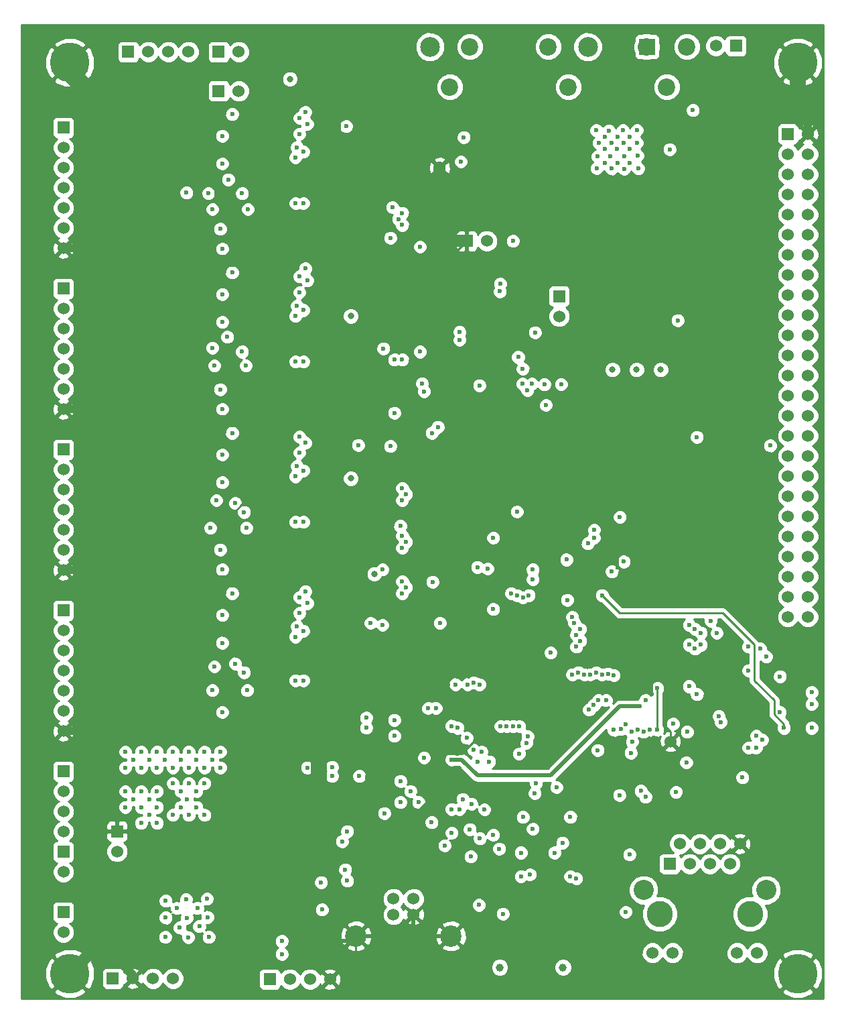
<source format=gbr>
G04 (created by PCBNEW (2013-jul-07)-stable) date Fri 28 Aug 2015 16:26:35 BST*
%MOIN*%
G04 Gerber Fmt 3.4, Leading zero omitted, Abs format*
%FSLAX34Y34*%
G01*
G70*
G90*
G04 APERTURE LIST*
%ADD10C,0.00590551*%
%ADD11C,0.0394*%
%ADD12C,0.1969*%
%ADD13R,0.06X0.06*%
%ADD14C,0.06*%
%ADD15C,0.1299*%
%ADD16C,0.1*%
%ADD17C,0.0315*%
%ADD18R,0.0787X0.0787*%
%ADD19C,0.0984*%
%ADD20C,0.1063*%
%ADD21C,0.0866*%
%ADD22C,0.0236*%
%ADD23C,0.02*%
%ADD24C,0.01*%
%ADD25C,0.015*%
%ADD26C,0.08*%
%ADD27C,0.06*%
%ADD28C,0.15748*%
%ADD29C,0.04*%
G04 APERTURE END LIST*
G54D10*
G54D11*
X24140Y1870D03*
X27282Y1870D03*
G54D12*
X2754Y1575D03*
G54D13*
X2429Y43625D03*
G54D14*
X2429Y42625D03*
X2429Y41625D03*
X2429Y40625D03*
X2429Y39625D03*
X2429Y38625D03*
X2429Y37625D03*
G54D13*
X2429Y35625D03*
G54D14*
X2429Y34625D03*
X2429Y33625D03*
X2429Y32625D03*
X2429Y31625D03*
X2429Y30625D03*
X2429Y29625D03*
G54D13*
X2429Y27625D03*
G54D14*
X2429Y26625D03*
X2429Y25625D03*
X2429Y24625D03*
X2429Y23625D03*
X2429Y22625D03*
X2429Y21625D03*
G54D13*
X2429Y19625D03*
G54D14*
X2429Y18625D03*
X2429Y17625D03*
X2429Y16625D03*
X2429Y15625D03*
X2429Y14625D03*
X2429Y13625D03*
G54D13*
X35900Y47688D03*
G54D14*
X34900Y47688D03*
G54D13*
X38474Y43299D03*
G54D14*
X39474Y43299D03*
X38474Y38299D03*
X39474Y42299D03*
X38474Y37299D03*
X39474Y41299D03*
X38474Y36299D03*
X39474Y40299D03*
X38474Y35299D03*
X39474Y39299D03*
X38474Y34299D03*
X39474Y38299D03*
X38474Y33299D03*
X39474Y37299D03*
X38474Y32299D03*
X39474Y36299D03*
X38474Y31299D03*
X39474Y35299D03*
X38474Y30299D03*
X39474Y34299D03*
X38474Y29299D03*
X39474Y33299D03*
X38474Y28299D03*
X39474Y32299D03*
X39474Y31299D03*
X38474Y27299D03*
X39474Y30299D03*
X39474Y28299D03*
X39474Y27299D03*
X39474Y26299D03*
X39474Y25299D03*
X38474Y26299D03*
X38474Y25299D03*
X38474Y42299D03*
X38474Y41299D03*
X38474Y40299D03*
X38474Y39299D03*
X38474Y24299D03*
X39474Y24299D03*
X39474Y29299D03*
X38474Y23299D03*
X39474Y23299D03*
X38474Y22299D03*
X39474Y22299D03*
X38474Y21299D03*
X39474Y21299D03*
X38474Y20299D03*
X39474Y20299D03*
X38474Y19299D03*
X39474Y19299D03*
G54D15*
X32098Y4528D03*
X36598Y4528D03*
G54D14*
X36098Y8028D03*
X35600Y7028D03*
X35098Y8028D03*
X34600Y7028D03*
X34098Y8028D03*
X33600Y7028D03*
X33098Y8028D03*
G54D16*
X31298Y5729D03*
X37398Y5728D03*
G54D14*
X35956Y2599D03*
X32740Y2599D03*
X36956Y2599D03*
X31740Y2599D03*
G54D13*
X32600Y7028D03*
G54D17*
X16730Y26181D03*
X13700Y46038D03*
X16730Y34252D03*
X17900Y21438D03*
G54D13*
X27100Y35238D03*
G54D14*
X27100Y34238D03*
X32638Y13104D03*
X21148Y41630D03*
G54D13*
X22500Y37988D03*
G54D14*
X23500Y37988D03*
G54D13*
X4888Y1328D03*
G54D14*
X5888Y1328D03*
X6888Y1328D03*
X7888Y1328D03*
G54D12*
X38974Y46850D03*
X38974Y1575D03*
X2754Y46850D03*
G54D13*
X2429Y11625D03*
G54D14*
X2429Y10625D03*
X2429Y9625D03*
X2429Y8625D03*
G54D13*
X2429Y7625D03*
G54D14*
X2429Y6625D03*
G54D13*
X2429Y4625D03*
G54D14*
X2429Y3625D03*
G54D18*
X31476Y47638D03*
G54D19*
X28524Y47638D03*
G54D18*
X17715Y47638D03*
G54D19*
X20667Y47638D03*
G54D13*
X5650Y47388D03*
G54D14*
X6650Y47388D03*
X7650Y47388D03*
X8650Y47388D03*
G54D13*
X10150Y47388D03*
G54D14*
X11150Y47388D03*
G54D13*
X10150Y45438D03*
G54D14*
X11150Y45438D03*
X19850Y5288D03*
X18850Y5288D03*
X18850Y4501D03*
X19850Y4501D03*
G54D20*
X21712Y3438D03*
X16988Y3438D03*
G54D13*
X5100Y8638D03*
G54D14*
X5100Y7638D03*
G54D13*
X12700Y1288D03*
G54D14*
X13700Y1288D03*
X14700Y1288D03*
X15700Y1288D03*
G54D17*
X32150Y31588D03*
X30950Y31588D03*
X29750Y31588D03*
G54D21*
X32450Y45638D03*
X33450Y47638D03*
X31450Y47638D03*
X27550Y45638D03*
X28550Y47638D03*
X26550Y47638D03*
X16700Y45638D03*
X17700Y47638D03*
X15700Y47638D03*
X21650Y45638D03*
X22650Y47638D03*
X20650Y47638D03*
G54D22*
X22700Y7388D03*
X33000Y34038D03*
X25293Y9350D03*
X25648Y6496D03*
X27655Y9350D03*
X27262Y8071D03*
X26868Y7579D03*
X27655Y6398D03*
X30411Y4626D03*
X23375Y9725D03*
X23817Y8465D03*
X24112Y7776D03*
X39663Y13780D03*
X31159Y10650D03*
X33462Y13583D03*
X36218Y11319D03*
X39663Y14961D03*
X37399Y17323D03*
X33955Y15453D03*
X33561Y15846D03*
X22144Y9744D03*
X22045Y13780D03*
X18900Y29438D03*
X23129Y30807D03*
X25270Y30882D03*
X25742Y30890D03*
X25522Y30579D03*
X25289Y31630D03*
X26435Y29827D03*
X18896Y32087D03*
X20176Y32480D03*
X20372Y12303D03*
X22833Y12697D03*
X23620Y12106D03*
X31396Y15157D03*
X29722Y21555D03*
X23029Y21772D03*
X11569Y15650D03*
X27195Y30862D03*
X25057Y32213D03*
X26360Y30854D03*
X13974Y24016D03*
X13974Y18307D03*
X11605Y39567D03*
X21750Y9744D03*
X9840Y15650D03*
X14565Y11811D03*
X13974Y34252D03*
X11529Y23720D03*
X14368Y18602D03*
X14565Y43799D03*
X14368Y31988D03*
X14466Y27953D03*
X15297Y4752D03*
X13974Y42126D03*
X13974Y26280D03*
X14368Y34547D03*
X14368Y24016D03*
X14368Y42421D03*
X14368Y26575D03*
X13974Y16142D03*
X14565Y19980D03*
X13974Y31988D03*
X13974Y39862D03*
X11506Y31791D03*
X22207Y41933D03*
X32911Y10591D03*
X9742Y23720D03*
X14368Y16142D03*
X14565Y36024D03*
X9840Y39567D03*
X9939Y31791D03*
X14368Y39862D03*
X32600Y42538D03*
X17150Y11388D03*
X15800Y11388D03*
X22350Y43138D03*
X24148Y35480D03*
X22139Y33470D03*
X22144Y33071D03*
X24159Y35846D03*
X23541Y21693D03*
X21750Y12205D03*
X31100Y14862D03*
X21750Y13878D03*
X18305Y18898D03*
X30313Y22047D03*
X23029Y12106D03*
X28640Y16437D03*
X29525Y16476D03*
X29821Y16398D03*
X16550Y6188D03*
X25531Y13366D03*
X29014Y12677D03*
X28581Y14685D03*
X30600Y7488D03*
X28817Y14921D03*
X28344Y16437D03*
X30334Y41563D03*
X29709Y41581D03*
X29691Y42859D03*
X30991Y42224D03*
X29367Y41846D03*
X28966Y41599D03*
X30622Y41851D03*
X30591Y42566D03*
X29385Y42553D03*
X29065Y42859D03*
X30622Y43151D03*
X30973Y43498D03*
X29020Y42184D03*
X29655Y42206D03*
X30271Y43489D03*
X30969Y42868D03*
X29380Y43169D03*
X30010Y41860D03*
X31032Y41590D03*
X29574Y43471D03*
X30334Y42197D03*
X28948Y43484D03*
X30303Y42863D03*
X29992Y43178D03*
X29968Y42559D03*
X28525Y22953D03*
X32768Y13982D03*
X18896Y13386D03*
X20962Y14764D03*
X18896Y14173D03*
X20569Y14764D03*
X16550Y8638D03*
X17500Y13788D03*
X17500Y14288D03*
X16300Y8138D03*
X5510Y12598D03*
X6298Y9843D03*
X8659Y12598D03*
X7085Y9843D03*
X9447Y11811D03*
X6691Y9449D03*
X7872Y11811D03*
X8659Y11024D03*
X8659Y11811D03*
X8266Y12205D03*
X5903Y12205D03*
X6691Y10236D03*
X9447Y11024D03*
X6297Y9055D03*
X7872Y9449D03*
X7478Y12205D03*
X8266Y10630D03*
X5510Y10630D03*
X7085Y10630D03*
X9840Y12205D03*
X10234Y12598D03*
X7872Y11024D03*
X8266Y9843D03*
X9447Y12598D03*
X6297Y10630D03*
X7085Y12598D03*
X6297Y12598D03*
X5903Y10236D03*
X7085Y11811D03*
X9053Y10630D03*
X7085Y9055D03*
X9053Y9843D03*
X6297Y11811D03*
X6691Y12205D03*
X8659Y9449D03*
X8561Y10236D03*
X7872Y12598D03*
X10234Y11811D03*
X9447Y9449D03*
X5510Y11811D03*
X5510Y9843D03*
X9053Y12205D03*
X10825Y20472D03*
X19486Y20768D03*
X19289Y20472D03*
X9939Y16831D03*
X19700Y10638D03*
X15800Y11838D03*
X14466Y20571D03*
X19289Y21063D03*
X14171Y20276D03*
X17714Y18996D03*
X10333Y14567D03*
X23108Y4980D03*
X38088Y14567D03*
X37104Y17717D03*
X29230Y20374D03*
X38285Y13780D03*
X38088Y16339D03*
X34939Y18504D03*
X34644Y19094D03*
X39663Y15551D03*
X33856Y17717D03*
X33856Y18701D03*
X33561Y18898D03*
X33561Y17913D03*
X34151Y17913D03*
X34151Y18504D03*
X30100Y10438D03*
X27500Y20138D03*
X9660Y3388D03*
X8640Y3378D03*
X8563Y4331D03*
X7520Y4348D03*
X8220Y3848D03*
X8080Y4818D03*
X8540Y5268D03*
X9570Y5288D03*
X9090Y4818D03*
X9190Y3918D03*
X9600Y4378D03*
X7520Y5188D03*
X7500Y3388D03*
X18400Y9538D03*
X22732Y10004D03*
X23226Y12598D03*
X15254Y6102D03*
X28200Y34438D03*
X28200Y35138D03*
X29000Y35138D03*
X28617Y34438D03*
X29100Y34438D03*
X33600Y40638D03*
X34100Y40638D03*
X34100Y40138D03*
X34100Y39638D03*
X33600Y39638D03*
X33600Y40138D03*
X33100Y40138D03*
X33100Y39738D03*
X33200Y35838D03*
X32700Y36438D03*
X32700Y35838D03*
X32700Y34938D03*
X32700Y35338D03*
X33200Y34938D03*
X26100Y38438D03*
X26100Y38938D03*
X26600Y38938D03*
X27200Y39038D03*
X27600Y38938D03*
X28100Y38938D03*
X28600Y38938D03*
X29100Y38938D03*
X29600Y38938D03*
X29600Y39438D03*
X29100Y39438D03*
X28600Y39438D03*
X28100Y39438D03*
X27600Y39438D03*
X26600Y39438D03*
X26100Y39438D03*
X26100Y39938D03*
X27100Y39938D03*
X28100Y39938D03*
X29100Y39938D03*
X32100Y34984D03*
X31000Y38338D03*
X31600Y38388D03*
X32100Y38338D03*
X35500Y45121D03*
X30900Y39738D03*
X31500Y39727D03*
X32100Y39738D03*
X27100Y38438D03*
X26100Y37938D03*
X26600Y37938D03*
X27100Y36438D03*
X28100Y36438D03*
X29100Y36438D03*
X29600Y36438D03*
X29600Y36938D03*
X28600Y36938D03*
X27600Y36938D03*
X26600Y36938D03*
X26100Y36938D03*
X26100Y37438D03*
X27100Y37438D03*
X28100Y37438D03*
X29100Y37438D03*
X29600Y37438D03*
X29600Y37938D03*
X28600Y37938D03*
X28100Y37938D03*
X27600Y37938D03*
X27600Y38438D03*
X19400Y8888D03*
X17550Y11338D03*
X27592Y29252D03*
X24150Y42088D03*
X27065Y9350D03*
X31691Y15453D03*
X33561Y14469D03*
X32872Y14567D03*
X23305Y14173D03*
X22833Y14764D03*
X21573Y15945D03*
X29090Y18923D03*
X11809Y17323D03*
X11809Y20079D03*
X11809Y25295D03*
X12200Y27851D03*
X11809Y27657D03*
X11809Y28051D03*
X11809Y33268D03*
X11809Y35630D03*
X11809Y36024D03*
X12201Y35825D03*
X20372Y19882D03*
X15352Y17815D03*
X21456Y30807D03*
X15451Y33858D03*
X15451Y41634D03*
X23325Y5315D03*
X28640Y2047D03*
X39565Y17323D03*
X39663Y14370D03*
X36514Y14764D03*
X39663Y12598D03*
X39663Y13189D03*
X39550Y11188D03*
X38167Y7815D03*
X38384Y9449D03*
X37203Y10531D03*
X36415Y9744D03*
X35431Y11909D03*
X33462Y11614D03*
X28777Y5295D03*
X27262Y8760D03*
X26474Y9350D03*
X24782Y6496D03*
X19978Y12303D03*
X25884Y9350D03*
X23325Y10827D03*
X21800Y10666D03*
X23620Y13878D03*
X22045Y12500D03*
X19978Y14567D03*
X19880Y16535D03*
X18207Y16634D03*
X7675Y19783D03*
X18403Y18209D03*
X19880Y18406D03*
X21356Y17323D03*
X30018Y21752D03*
X17419Y20472D03*
X24132Y20079D03*
X18699Y22047D03*
X22833Y23228D03*
X19092Y24409D03*
X11809Y24902D03*
X22844Y32280D03*
X20273Y29823D03*
X21456Y31299D03*
X20273Y31398D03*
X27100Y41688D03*
X11809Y41142D03*
X11415Y44488D03*
X3650Y44088D03*
X27650Y41688D03*
X24550Y40688D03*
X25150Y40638D03*
X5900Y21188D03*
X5900Y19788D03*
X5900Y18238D03*
X5900Y15938D03*
X7675Y27756D03*
X5950Y29188D03*
X5950Y27738D03*
X5950Y26288D03*
X5900Y24988D03*
X7675Y35728D03*
X5900Y35738D03*
X5900Y34338D03*
X5950Y32088D03*
X5900Y37538D03*
X6691Y37598D03*
X5850Y42138D03*
X7675Y43602D03*
X5850Y43438D03*
X12596Y40748D03*
X7675Y41437D03*
X15155Y12008D03*
X11809Y44685D03*
X12596Y27657D03*
X12200Y16735D03*
X12596Y16929D03*
X11809Y34252D03*
X12596Y28051D03*
X21455Y30118D03*
X38285Y10236D03*
X15155Y7283D03*
X12596Y41535D03*
X12596Y17323D03*
X12596Y33268D03*
X13384Y20965D03*
X7675Y28051D03*
X7675Y17618D03*
X13777Y20768D03*
X12596Y42126D03*
X12203Y19291D03*
X12596Y20079D03*
X11415Y20768D03*
X13384Y36909D03*
X28718Y30657D03*
X12203Y26673D03*
X8561Y22244D03*
X12202Y40945D03*
X12201Y33071D03*
X11809Y26969D03*
X11022Y28937D03*
X11809Y33661D03*
X12203Y20768D03*
X12596Y25295D03*
X13777Y44488D03*
X12200Y17520D03*
X12202Y41339D03*
X14171Y36909D03*
X11418Y28737D03*
X15451Y25787D03*
X12990Y20768D03*
X23325Y23622D03*
X11809Y20965D03*
X7675Y41142D03*
X7380Y21161D03*
X11809Y41535D03*
X12596Y18996D03*
X7675Y35433D03*
X10037Y24311D03*
X11809Y43898D03*
X12203Y35236D03*
X13777Y36713D03*
X12200Y25492D03*
X15943Y36319D03*
X7675Y43307D03*
X14171Y20965D03*
X12596Y43898D03*
X12201Y33465D03*
X8167Y37598D03*
X12596Y33661D03*
X11809Y25689D03*
X12596Y26969D03*
X7380Y37106D03*
X11022Y44685D03*
X11809Y42126D03*
X7675Y25295D03*
X11022Y36909D03*
X12596Y26378D03*
X12596Y20965D03*
X12990Y44488D03*
X7675Y33563D03*
X15844Y28248D03*
X12202Y43700D03*
X12201Y36711D03*
X11809Y18996D03*
X11415Y36713D03*
X12596Y41142D03*
X12990Y28740D03*
X10037Y40354D03*
X11809Y16929D03*
X11809Y28937D03*
X14171Y28937D03*
X11809Y42815D03*
X12596Y17717D03*
X12203Y41831D03*
X12200Y24708D03*
X7675Y20079D03*
X12596Y24902D03*
X12203Y34547D03*
X12596Y18406D03*
X7380Y29134D03*
X15549Y20866D03*
X11809Y26378D03*
X12596Y28937D03*
X12596Y36024D03*
X12990Y36713D03*
X6494Y29626D03*
X12203Y27264D03*
X14171Y44685D03*
X12596Y44685D03*
X11809Y36909D03*
X12596Y32874D03*
X17616Y15650D03*
X12596Y35630D03*
X13384Y28937D03*
X7675Y33268D03*
X12202Y40552D03*
X12596Y34252D03*
X9939Y16339D03*
X12596Y34941D03*
X13384Y44685D03*
X12203Y18701D03*
X12203Y42520D03*
X12203Y43110D03*
X11809Y43504D03*
X12203Y33957D03*
X12596Y36909D03*
X12596Y42815D03*
X9939Y32185D03*
X12203Y26083D03*
X7380Y22146D03*
X11809Y19685D03*
X11022Y20965D03*
X15844Y44094D03*
X15155Y12402D03*
X12200Y28737D03*
X11809Y32874D03*
X8266Y29626D03*
X12200Y17126D03*
X11809Y34941D03*
X12201Y32679D03*
X13777Y28740D03*
X12200Y25098D03*
X11809Y18406D03*
X12596Y25689D03*
X12202Y44487D03*
X7675Y25591D03*
X12203Y18110D03*
X12203Y19882D03*
X12596Y43504D03*
X7675Y17913D03*
X12596Y19685D03*
X11809Y40748D03*
X11809Y17717D03*
X25195Y6398D03*
X25195Y7579D03*
X31986Y13681D03*
X31986Y15748D03*
X27951Y6299D03*
X14171Y43307D03*
X14053Y42638D03*
X14053Y18819D03*
X14171Y19488D03*
X14171Y35433D03*
X14053Y34764D03*
X14171Y27461D03*
X14053Y26791D03*
X36514Y16634D03*
X36514Y17815D03*
X35037Y14370D03*
X35136Y14075D03*
X37203Y13189D03*
X36514Y12795D03*
X36907Y12795D03*
X36907Y13386D03*
X22833Y16043D03*
X21750Y8563D03*
X21400Y7938D03*
X21947Y15945D03*
X20750Y9088D03*
X22537Y15945D03*
X25470Y13030D03*
X33423Y12067D03*
X24998Y20374D03*
X24703Y20472D03*
X28836Y23622D03*
X27459Y22146D03*
X27754Y16437D03*
X33950Y28238D03*
X37600Y27814D03*
X28049Y16535D03*
X29053Y15157D03*
X29427Y15157D03*
X29821Y13681D03*
X30175Y13720D03*
X30411Y13957D03*
X30707Y13583D03*
X31002Y13681D03*
X31297Y13583D03*
X31592Y13681D03*
X24171Y13858D03*
X27754Y19291D03*
X24486Y13858D03*
X24801Y13858D03*
X25116Y13858D03*
X25096Y12500D03*
X18350Y32638D03*
X18700Y38138D03*
X16500Y43688D03*
X20800Y21038D03*
X13300Y3188D03*
X16450Y6738D03*
X23150Y8288D03*
X13300Y2538D03*
X22650Y8738D03*
X23128Y15945D03*
X25785Y21654D03*
X25588Y20374D03*
X27951Y17815D03*
X28148Y18110D03*
X28148Y18701D03*
X27852Y18996D03*
X27951Y18406D03*
X20766Y28445D03*
X23817Y19685D03*
X23817Y23228D03*
X20273Y30906D03*
X29230Y16437D03*
X21061Y28740D03*
X20372Y30512D03*
X28935Y16535D03*
X25785Y21161D03*
X25293Y20276D03*
X22300Y10238D03*
X20100Y10088D03*
X22500Y13288D03*
X25950Y11038D03*
X24300Y4538D03*
X21159Y18996D03*
X24998Y24528D03*
X19200Y10088D03*
X19200Y11138D03*
X25884Y10531D03*
X25785Y8760D03*
X31396Y10354D03*
X26966Y10827D03*
X30118Y24264D03*
X28836Y23228D03*
X30667Y12539D03*
X25900Y33438D03*
X24800Y37988D03*
X33750Y44488D03*
X10334Y41829D03*
X10333Y18012D03*
X10333Y19390D03*
X10579Y33218D03*
X10333Y25984D03*
X11317Y32480D03*
X10333Y35335D03*
X10333Y27362D03*
X10333Y37598D03*
X10972Y16978D03*
X11415Y24508D03*
X10333Y43209D03*
X10333Y33957D03*
X11317Y40354D03*
X11415Y16535D03*
X10333Y29626D03*
X10972Y24951D03*
X10333Y21654D03*
X10628Y41043D03*
X10825Y28445D03*
X19486Y23031D03*
X10037Y25098D03*
X19289Y22736D03*
X17100Y27838D03*
X18700Y27788D03*
X19289Y23327D03*
X14171Y28248D03*
X10234Y22638D03*
X18305Y21654D03*
X19486Y25394D03*
X10825Y36417D03*
X19289Y25098D03*
X9840Y32677D03*
X19289Y32087D03*
X14466Y36614D03*
X19289Y25689D03*
X14171Y36220D03*
X10234Y30610D03*
X19191Y23819D03*
X10825Y44291D03*
X19092Y39075D03*
X9644Y40354D03*
X19289Y38780D03*
X8550Y40388D03*
X14466Y44390D03*
X18797Y39665D03*
X14171Y44094D03*
X19289Y39370D03*
X10234Y38583D03*
X20175Y37697D03*
X30726Y13091D03*
X26671Y17520D03*
G54D23*
X30116Y14862D02*
X31100Y14862D01*
X22242Y12205D02*
X23030Y11417D01*
X26671Y11417D02*
X30116Y14862D01*
X21750Y12205D02*
X22242Y12205D01*
X23030Y11417D02*
X26671Y11417D01*
G54D24*
X36809Y16142D02*
X36809Y17913D01*
X37793Y15158D02*
X36809Y16142D01*
X31100Y19488D02*
X35234Y19488D01*
X31100Y19488D02*
X30116Y19488D01*
X31100Y19488D02*
X31100Y19489D01*
X36809Y17913D02*
X35234Y19488D01*
X37793Y14469D02*
X37793Y15158D01*
X38285Y13977D02*
X37793Y14469D01*
X38285Y13780D02*
X38285Y13977D01*
X30116Y19488D02*
X29230Y20374D01*
G54D25*
X28617Y34438D02*
X28200Y34438D01*
X29000Y35138D02*
X28200Y35138D01*
X32700Y34538D02*
X32700Y34938D01*
X32600Y34438D02*
X32700Y34538D01*
X29100Y34438D02*
X32600Y34438D01*
G54D24*
X32100Y39738D02*
X33100Y39738D01*
X34100Y40138D02*
X34100Y40638D01*
X33600Y39638D02*
X34100Y39638D01*
X33100Y40138D02*
X33600Y40138D01*
X33200Y35838D02*
X33200Y35338D01*
X32700Y35838D02*
X32700Y36438D01*
X32700Y34838D02*
X32700Y34938D01*
X32700Y35338D02*
X32700Y34838D01*
X33200Y34938D02*
X33200Y35338D01*
G54D25*
X30900Y39738D02*
X29300Y39738D01*
X29300Y39738D02*
X29100Y39938D01*
G54D24*
X31550Y38338D02*
X31000Y38338D01*
X31600Y38388D02*
X31550Y38338D01*
X32100Y34984D02*
X32100Y38338D01*
X30900Y39738D02*
X31489Y39738D01*
X31500Y39727D02*
X31489Y39738D01*
X33400Y41038D02*
X32100Y39738D01*
X33400Y43021D02*
X33400Y41038D01*
X33400Y43021D02*
X35500Y45121D01*
X27700Y40638D02*
X31000Y40638D01*
X31100Y40538D02*
X31100Y38888D01*
X31000Y40638D02*
X31100Y40538D01*
X16988Y3438D02*
X16988Y2576D01*
X16988Y2576D02*
X15700Y1288D01*
X5100Y8638D02*
X3640Y8638D01*
X3640Y8638D02*
X3550Y8638D01*
X3550Y8638D02*
X3640Y8638D01*
G54D26*
X3640Y13625D02*
X14837Y13625D01*
X14837Y13625D02*
X15549Y14337D01*
X15549Y14938D02*
X15549Y14337D01*
X15549Y15588D02*
X15549Y14938D01*
X15549Y14337D02*
X15549Y12796D01*
X15549Y12796D02*
X15155Y12402D01*
G54D27*
X17616Y15650D02*
X15549Y15650D01*
X15650Y15588D02*
X15549Y15588D01*
X15611Y15588D02*
X15650Y15588D01*
X15549Y15650D02*
X15611Y15588D01*
G54D23*
X19850Y4501D02*
X19850Y3438D01*
X19850Y3438D02*
X19850Y3338D01*
X19850Y3338D02*
X19850Y3438D01*
X16988Y3438D02*
X19850Y3438D01*
X19850Y3438D02*
X21712Y3438D01*
X15900Y3188D02*
X16738Y3188D01*
X16738Y3188D02*
X16988Y3438D01*
G54D24*
X15900Y5488D02*
X15900Y3188D01*
G54D23*
X21178Y10666D02*
X21800Y10666D01*
X19400Y8888D02*
X21178Y10666D01*
G54D24*
X20150Y11538D02*
X17750Y11538D01*
X17750Y11538D02*
X17550Y11338D01*
G54D26*
X15175Y7801D02*
X15175Y7303D01*
X15175Y7303D02*
X15155Y7283D01*
X15155Y12008D02*
X15155Y7821D01*
X15155Y7821D02*
X15175Y7801D01*
X15155Y12402D02*
X15155Y12008D01*
X15549Y20866D02*
X15549Y15588D01*
X15844Y28248D02*
X15844Y21161D01*
X15844Y21161D02*
X15549Y20866D01*
G54D24*
X15943Y36319D02*
X18269Y36319D01*
X18269Y36319D02*
X18599Y35989D01*
G54D26*
X15943Y36319D02*
X15943Y28347D01*
X15943Y28347D02*
X15844Y28248D01*
X15844Y44094D02*
X15844Y36418D01*
X15844Y36418D02*
X15943Y36319D01*
G54D24*
X24150Y42088D02*
X24500Y42088D01*
X24500Y42088D02*
X24650Y41938D01*
X24000Y41338D02*
X24000Y41938D01*
X24000Y41338D02*
X21148Y41338D01*
X21148Y41338D02*
X21148Y41630D01*
X24000Y41938D02*
X24150Y42088D01*
X26474Y9350D02*
X27065Y9350D01*
X32872Y14567D02*
X32872Y16116D01*
X31691Y16129D02*
X31691Y15453D01*
X31750Y16188D02*
X31691Y16129D01*
X32800Y16188D02*
X31750Y16188D01*
X32872Y16116D02*
X32800Y16188D01*
X33561Y14469D02*
X34481Y14469D01*
X34776Y14764D02*
X36514Y14764D01*
X34481Y14469D02*
X34776Y14764D01*
X32872Y14567D02*
X33463Y14567D01*
X33463Y14567D02*
X33561Y14469D01*
X32638Y13104D02*
X32638Y13600D01*
X32529Y14567D02*
X32872Y14567D01*
X32300Y14338D02*
X32529Y14567D01*
X32300Y13938D02*
X32300Y14338D01*
X32638Y13600D02*
X32300Y13938D01*
X30018Y21752D02*
X30018Y21770D01*
X28500Y19513D02*
X29090Y18923D01*
X28500Y21038D02*
X28500Y19513D01*
X29550Y22088D02*
X28500Y21038D01*
X29700Y22088D02*
X29550Y22088D01*
X30018Y21770D02*
X29700Y22088D01*
X20372Y19882D02*
X20372Y18898D01*
X20372Y18898D02*
X19880Y18406D01*
X15549Y20866D02*
X15549Y20589D01*
X15549Y20589D02*
X16300Y19838D01*
X16300Y19838D02*
X16300Y17138D01*
X16300Y17138D02*
X16150Y16988D01*
X16150Y16988D02*
X15400Y16988D01*
X15400Y16988D02*
X15352Y17036D01*
X15352Y17036D02*
X15352Y17815D01*
X21456Y31299D02*
X21456Y30807D01*
X15451Y33858D02*
X15451Y35827D01*
X15451Y35827D02*
X15943Y36319D01*
X15451Y41634D02*
X15451Y43701D01*
X15451Y43701D02*
X15844Y44094D01*
X21151Y6687D02*
X20551Y6687D01*
X20551Y6687D02*
X19550Y7688D01*
X19550Y7688D02*
X15288Y7688D01*
X15288Y7688D02*
X15175Y7801D01*
X21200Y6638D02*
X21250Y6638D01*
X21250Y6638D02*
X22651Y6638D01*
X21151Y6687D02*
X21200Y6638D01*
X22651Y6638D02*
X22651Y5989D01*
X22651Y5989D02*
X23325Y5315D01*
X23325Y5315D02*
X28757Y5315D01*
X28757Y5315D02*
X28777Y5295D01*
X28777Y5295D02*
X28777Y2184D01*
X28777Y2184D02*
X28640Y2047D01*
X38167Y7815D02*
X39223Y7815D01*
X39900Y2501D02*
X38974Y1575D01*
X39900Y7138D02*
X39900Y2501D01*
X39223Y7815D02*
X39900Y7138D01*
X39565Y17323D02*
X39815Y17323D01*
X40118Y17020D02*
X40118Y14370D01*
X39815Y17323D02*
X40118Y17020D01*
X39663Y14370D02*
X40118Y14370D01*
X40100Y13626D02*
X39663Y13189D01*
X40100Y14352D02*
X40100Y13626D01*
X40118Y14370D02*
X40100Y14352D01*
X36514Y14764D02*
X36514Y14102D01*
X36514Y14102D02*
X35431Y13019D01*
X35431Y13019D02*
X35431Y11909D01*
X39663Y12598D02*
X39663Y11301D01*
X39663Y11301D02*
X39550Y11188D01*
X39663Y13189D02*
X39663Y12598D01*
X39350Y11188D02*
X39237Y11188D01*
X39237Y11188D02*
X38285Y10236D01*
X39550Y11188D02*
X39350Y11188D01*
X38384Y9449D02*
X38384Y8032D01*
X38384Y8032D02*
X38167Y7815D01*
X37203Y10531D02*
X37990Y10531D01*
X37990Y10531D02*
X38285Y10236D01*
X38285Y10236D02*
X38285Y9548D01*
X38285Y9548D02*
X38384Y9449D01*
X37203Y10531D02*
X37202Y10531D01*
X37202Y10531D02*
X36415Y9744D01*
X36415Y9744D02*
X36415Y9823D01*
X36415Y9823D02*
X35300Y10938D01*
X28150Y8760D02*
X30122Y8760D01*
X32838Y9638D02*
X34138Y10938D01*
X31000Y9638D02*
X32838Y9638D01*
X30122Y8760D02*
X31000Y9638D01*
X35431Y11909D02*
X35431Y11069D01*
X35431Y11069D02*
X35300Y10938D01*
X35300Y10938D02*
X34138Y10938D01*
X34138Y10938D02*
X33462Y11614D01*
X28777Y5295D02*
X28777Y8161D01*
X28178Y8760D02*
X28150Y8760D01*
X28150Y8760D02*
X27262Y8760D01*
X28777Y8161D02*
X28178Y8760D01*
X27262Y8760D02*
X26228Y8760D01*
X26200Y8788D02*
X26200Y9350D01*
X26228Y8760D02*
X26200Y8788D01*
X25884Y9350D02*
X26200Y9350D01*
X26200Y9350D02*
X26474Y9350D01*
X15900Y5488D02*
X15900Y6538D01*
X15900Y6538D02*
X15155Y7283D01*
X24782Y6496D02*
X24782Y8248D01*
X24782Y8248D02*
X25884Y9350D01*
X19978Y12303D02*
X19978Y11610D01*
X20050Y11538D02*
X20150Y11538D01*
X20150Y11538D02*
X21100Y11538D01*
X19978Y11610D02*
X20050Y11538D01*
X25884Y9350D02*
X25884Y9454D01*
X25884Y9454D02*
X24511Y10827D01*
X24511Y10827D02*
X23325Y10827D01*
X23325Y10827D02*
X21961Y10827D01*
X21961Y10827D02*
X21800Y10666D01*
X21800Y10666D02*
X21222Y10666D01*
X21222Y10666D02*
X21100Y10788D01*
X21100Y10788D02*
X21100Y11538D01*
X21100Y11538D02*
X21100Y12488D01*
X21100Y12488D02*
X21112Y12500D01*
X21112Y12500D02*
X22045Y12500D01*
X23620Y13878D02*
X23620Y13958D01*
X23620Y13958D02*
X23900Y14238D01*
X23900Y14238D02*
X23900Y17238D01*
X23900Y17238D02*
X23815Y17323D01*
X23815Y17323D02*
X21356Y17323D01*
X22045Y12500D02*
X22242Y12500D01*
X22242Y12500D02*
X23620Y13878D01*
X19978Y14567D02*
X19978Y16437D01*
X19978Y16437D02*
X19880Y16535D01*
X19880Y16535D02*
X20568Y16535D01*
X20568Y16535D02*
X21356Y17323D01*
X18207Y16634D02*
X19781Y16634D01*
X19781Y16634D02*
X19880Y16535D01*
X7675Y17913D02*
X7675Y19783D01*
X7675Y17913D02*
X7350Y18238D01*
X7350Y18238D02*
X5900Y18238D01*
X19880Y18406D02*
X18600Y18406D01*
X18600Y18406D02*
X18403Y18209D01*
X21356Y17323D02*
X20963Y17323D01*
X20963Y17323D02*
X19880Y18406D01*
X30018Y21752D02*
X30018Y23170D01*
X30018Y23170D02*
X28751Y24436D01*
X15549Y20866D02*
X17025Y20866D01*
X17025Y20866D02*
X17419Y20472D01*
X17419Y20472D02*
X17419Y20619D01*
X17419Y20619D02*
X17150Y20888D01*
X17150Y20888D02*
X17150Y21888D01*
X17150Y21888D02*
X17309Y22047D01*
X17309Y22047D02*
X18699Y22047D01*
X24132Y20079D02*
X23359Y20079D01*
X23359Y20079D02*
X21075Y22363D01*
X23325Y23622D02*
X23227Y23622D01*
X23227Y23622D02*
X22833Y23228D01*
X18699Y22047D02*
X20759Y22047D01*
X20759Y22047D02*
X21075Y22363D01*
X21075Y22363D02*
X21940Y23228D01*
X21940Y23228D02*
X22833Y23228D01*
X19092Y24409D02*
X23529Y24409D01*
X23529Y24409D02*
X23946Y23991D01*
X10037Y24311D02*
X10723Y24311D01*
X11314Y24902D02*
X11809Y24902D01*
X10723Y24311D02*
X11314Y24902D01*
X22844Y32280D02*
X20750Y32280D01*
X20750Y32280D02*
X20750Y32338D01*
X20900Y31299D02*
X20900Y29823D01*
X20900Y29823D02*
X20900Y29788D01*
X20900Y29788D02*
X20900Y29823D01*
X20273Y29823D02*
X20900Y29823D01*
X20900Y29823D02*
X21160Y29823D01*
X21160Y29823D02*
X21455Y30118D01*
X21456Y31299D02*
X20900Y31299D01*
X20900Y31299D02*
X20372Y31299D01*
X20372Y31299D02*
X20273Y31398D01*
X18599Y36210D02*
X18599Y35989D01*
X18599Y36487D02*
X19050Y36938D01*
X19050Y36938D02*
X21450Y36938D01*
X21450Y36938D02*
X22500Y37988D01*
X18599Y36210D02*
X18599Y36487D01*
X18599Y35989D02*
X18599Y34939D01*
X18599Y34939D02*
X20750Y32788D01*
X20750Y32788D02*
X20750Y32338D01*
X20750Y31875D02*
X20273Y31398D01*
X20750Y32338D02*
X20750Y31875D01*
X34469Y39243D02*
X36305Y39243D01*
G54D26*
X37100Y43648D02*
X37100Y42738D01*
X37100Y42738D02*
X37100Y41548D01*
X37100Y43648D02*
X38315Y44863D01*
G54D24*
X37100Y40038D02*
X37100Y41548D01*
X36305Y39243D02*
X37100Y40038D01*
X27100Y41688D02*
X27100Y41238D01*
X34114Y38888D02*
X34469Y39243D01*
X31100Y38888D02*
X34114Y38888D01*
X27100Y41238D02*
X27700Y40638D01*
X25550Y40588D02*
X25550Y41188D01*
X25150Y40638D02*
X25550Y40638D01*
X25550Y40638D02*
X25550Y40588D01*
X26050Y41688D02*
X27100Y41688D01*
X25550Y41188D02*
X26050Y41688D01*
X24650Y41938D02*
X24650Y40788D01*
X24650Y40788D02*
X24550Y40688D01*
X24625Y41913D02*
X24650Y41938D01*
X16700Y45638D02*
X16700Y44950D01*
X16700Y44950D02*
X15844Y44094D01*
X11809Y41142D02*
X11454Y41142D01*
X10666Y40354D02*
X10037Y40354D01*
X11454Y41142D02*
X10666Y40354D01*
G54D28*
X15700Y47638D02*
X15700Y46638D01*
X15700Y46638D02*
X16700Y45638D01*
X17700Y47638D02*
X17700Y46638D01*
X17700Y46638D02*
X16700Y45638D01*
X15700Y47638D02*
X17700Y47638D01*
G54D24*
X3650Y44088D02*
X3640Y44088D01*
X3640Y44088D02*
X3650Y44088D01*
X3650Y44088D02*
X3640Y44088D01*
X24600Y40738D02*
X25150Y40638D01*
X24550Y40688D02*
X24600Y40738D01*
G54D27*
X22500Y37988D02*
X21850Y37988D01*
X21148Y38690D02*
X21148Y41630D01*
X21850Y37988D02*
X21148Y38690D01*
G54D29*
X2429Y13625D02*
X3640Y13625D01*
X3650Y13638D02*
X3640Y13638D01*
X3650Y13635D02*
X3650Y13638D01*
X3640Y13625D02*
X3650Y13635D01*
G54D24*
X5900Y21188D02*
X7353Y21188D01*
X7353Y21188D02*
X7380Y21161D01*
X5900Y21188D02*
X5900Y21538D01*
X5900Y21538D02*
X5850Y21538D01*
X5850Y21538D02*
X5900Y21538D01*
X5900Y18238D02*
X5900Y18438D01*
X5900Y24988D02*
X5900Y21538D01*
X5900Y21538D02*
X5900Y19788D01*
X5900Y19788D02*
X5900Y18438D01*
X5900Y18438D02*
X5900Y15938D01*
G54D29*
X2429Y21625D02*
X3213Y21625D01*
X3213Y21625D02*
X3640Y21198D01*
G54D24*
X7675Y25295D02*
X6957Y25295D01*
X6650Y24988D02*
X5900Y24988D01*
X6957Y25295D02*
X6650Y24988D01*
X5950Y27738D02*
X7657Y27738D01*
X7657Y27738D02*
X7675Y27756D01*
X5950Y29188D02*
X5950Y29438D01*
X5950Y29438D02*
X5900Y29438D01*
X5900Y29438D02*
X5950Y29438D01*
X5950Y26288D02*
X5950Y26488D01*
X5950Y32088D02*
X5950Y29438D01*
X5950Y29438D02*
X5950Y27738D01*
X5950Y27738D02*
X5950Y26488D01*
X5950Y26488D02*
X5950Y25038D01*
X5950Y25038D02*
X5900Y24988D01*
X7675Y33268D02*
X5900Y33268D01*
X5900Y33268D02*
X5900Y33138D01*
X5900Y35738D02*
X7665Y35738D01*
X7665Y35738D02*
X7675Y35728D01*
G54D29*
X2429Y29625D02*
X3639Y29625D01*
X3639Y29625D02*
X3640Y29626D01*
G54D24*
X5850Y38388D02*
X3640Y38388D01*
X3700Y38338D02*
X3640Y38338D01*
X3690Y38338D02*
X3700Y38338D01*
X3640Y38388D02*
X3690Y38338D01*
X5850Y39938D02*
X5850Y38388D01*
X5850Y38388D02*
X5850Y37588D01*
X5850Y37588D02*
X5900Y37538D01*
X5900Y35738D02*
X5900Y35888D01*
X5900Y34338D02*
X5900Y34688D01*
X5900Y37538D02*
X5900Y35888D01*
X5900Y35888D02*
X5900Y34688D01*
X5900Y34688D02*
X5900Y33138D01*
X5900Y33138D02*
X5900Y32138D01*
X5900Y32138D02*
X5950Y32088D01*
X5900Y37538D02*
X5960Y37598D01*
X5960Y37598D02*
X6691Y37598D01*
X7675Y41142D02*
X6004Y41142D01*
X6004Y41142D02*
X5850Y40988D01*
G54D29*
X2429Y37625D02*
X3640Y37625D01*
X3640Y37625D02*
X3640Y37626D01*
G54D24*
X5850Y39938D02*
X5850Y40988D01*
X5850Y40988D02*
X5850Y42138D01*
X5850Y42138D02*
X5850Y43438D01*
X6014Y43602D02*
X7675Y43602D01*
X5850Y43438D02*
X6014Y43602D01*
G54D26*
X2754Y46850D02*
X2754Y46277D01*
X2754Y46277D02*
X3502Y45529D01*
G54D27*
X3640Y45391D02*
X3651Y45402D01*
X3640Y34598D02*
X3640Y36417D01*
G54D25*
X3502Y45253D02*
X3640Y45391D01*
G54D26*
X3502Y45529D02*
X3502Y45253D01*
G54D27*
X3640Y37272D02*
X3640Y37626D01*
X3640Y26685D02*
X3640Y28543D01*
G54D23*
X9939Y32185D02*
X9545Y32185D01*
X8462Y33268D02*
X7675Y33268D01*
X28718Y30657D02*
X29033Y30020D01*
G54D27*
X3640Y29626D02*
X3640Y29992D01*
X3640Y42213D02*
X3640Y44088D01*
X3640Y44088D02*
X3640Y45079D01*
X3640Y38838D02*
X3640Y42213D01*
X3640Y45079D02*
X3640Y45391D01*
X3640Y38338D02*
X3640Y38838D01*
X8561Y29626D02*
X9152Y29035D01*
G54D23*
X10037Y40650D02*
X9545Y41142D01*
X10037Y40354D02*
X10037Y40650D01*
X9545Y41142D02*
X7675Y41142D01*
G54D27*
X3620Y30141D02*
X3640Y29626D01*
X29055Y24431D02*
X28751Y24436D01*
X28718Y30657D02*
X29055Y24431D01*
X28751Y24436D02*
X28650Y24438D01*
X28650Y24438D02*
X25450Y23938D01*
X25352Y23840D02*
X23946Y23991D01*
X25450Y23938D02*
X25352Y23840D01*
X11711Y29035D02*
X11809Y28937D01*
X3640Y32625D02*
X3640Y32579D01*
X3640Y20625D02*
X3640Y21198D01*
X3640Y21198D02*
X3640Y21654D01*
G54D29*
X11613Y21161D02*
X11809Y20965D01*
X7380Y21161D02*
X11613Y21161D01*
G54D27*
X3640Y38016D02*
X3640Y38338D01*
X3640Y37626D02*
X3640Y38016D01*
X11710Y37008D02*
X11809Y36909D01*
X3640Y36417D02*
X3640Y37272D01*
G54D23*
X9742Y16339D02*
X8463Y17618D01*
G54D27*
X9152Y29035D02*
X11711Y29035D01*
G54D23*
X29055Y29724D02*
X27163Y29724D01*
X26770Y29331D02*
X22242Y29331D01*
X27163Y29724D02*
X26770Y29331D01*
X22242Y29331D02*
X21455Y30118D01*
G54D29*
X3640Y37625D02*
X3640Y37626D01*
G54D27*
X3640Y24606D02*
X3640Y26685D01*
X3640Y34598D02*
X3640Y32579D01*
X8856Y37008D02*
X11710Y37008D01*
X3640Y31449D02*
X3640Y32579D01*
G54D23*
X10037Y24311D02*
X9643Y24311D01*
X8659Y25295D02*
X7675Y25295D01*
G54D24*
X14171Y28937D02*
X15155Y28937D01*
X15155Y28937D02*
X15844Y28248D01*
G54D27*
X3640Y15717D02*
X3640Y18693D01*
G54D23*
X9643Y24311D02*
X8659Y25295D01*
G54D26*
X38974Y46850D02*
X38974Y45522D01*
X38974Y45522D02*
X38315Y44863D01*
G54D23*
X9545Y32185D02*
X8462Y33268D01*
G54D27*
X3640Y18693D02*
X3640Y20625D01*
X3640Y28543D02*
X3640Y29626D01*
X8266Y29626D02*
X8561Y29626D01*
X3640Y14428D02*
X3640Y13638D01*
X3640Y13638D02*
X3640Y8638D01*
X3640Y8638D02*
X3640Y5658D01*
G54D29*
X39474Y43299D02*
X39474Y43884D01*
X38495Y44863D02*
X38315Y44863D01*
X39474Y43884D02*
X38495Y44863D01*
G54D27*
X3640Y29992D02*
X3640Y31449D01*
X3640Y28625D02*
X3640Y28543D01*
X3640Y21654D02*
X3640Y22098D01*
G54D29*
X5888Y1328D02*
X5888Y1541D01*
X3676Y2675D02*
X3640Y2639D01*
X4754Y2675D02*
X3676Y2675D01*
X5888Y1541D02*
X4754Y2675D01*
G54D27*
X3640Y3193D02*
X3640Y2639D01*
X3640Y2639D02*
X3640Y2461D01*
X8167Y37598D02*
X8266Y37598D01*
X3640Y21625D02*
X3640Y21654D01*
X3640Y14428D02*
X3640Y15717D01*
X3620Y30141D02*
X3640Y29626D01*
G54D23*
X8463Y17618D02*
X7675Y17618D01*
G54D27*
X3640Y5658D02*
X3640Y5128D01*
X3640Y2461D02*
X2754Y1575D01*
X3640Y22555D02*
X3640Y23354D01*
X3640Y22098D02*
X3640Y22555D01*
X3640Y5128D02*
X3640Y3193D01*
X23946Y23991D02*
X23719Y24016D01*
X3640Y28625D02*
X3640Y28543D01*
X3640Y23354D02*
X3640Y24606D01*
X23719Y24016D02*
X23325Y23622D01*
X8266Y37598D02*
X8856Y37008D01*
G54D23*
X9939Y16339D02*
X9742Y16339D01*
G54D24*
X31986Y13681D02*
X31986Y15748D01*
G54D10*
G36*
X17771Y47629D02*
X17723Y47581D01*
X17676Y47581D01*
X17658Y47599D01*
X17658Y47676D01*
X17676Y47694D01*
X17723Y47694D01*
X17771Y47646D01*
X17771Y47640D01*
X17768Y47638D01*
X17771Y47635D01*
X17771Y47629D01*
X17771Y47629D01*
G37*
G54D24*
X17771Y47629D02*
X17723Y47581D01*
X17676Y47581D01*
X17658Y47599D01*
X17658Y47676D01*
X17676Y47694D01*
X17723Y47694D01*
X17771Y47646D01*
X17771Y47640D01*
X17768Y47638D01*
X17771Y47635D01*
X17771Y47629D01*
G54D10*
G36*
X40225Y48430D02*
X40224Y48425D01*
X40224Y325D01*
X40205Y325D01*
X40205Y1819D01*
X40205Y47094D01*
X40018Y47546D01*
X40017Y47548D01*
X39851Y47659D01*
X39783Y47590D01*
X39783Y47727D01*
X39672Y47893D01*
X39219Y48081D01*
X38729Y48081D01*
X38277Y47894D01*
X38275Y47893D01*
X38164Y47727D01*
X38974Y46918D01*
X39783Y47727D01*
X39783Y47590D01*
X39042Y46850D01*
X39851Y46040D01*
X40017Y46151D01*
X40205Y46604D01*
X40205Y47094D01*
X40205Y1819D01*
X40031Y2241D01*
X40031Y13852D01*
X40031Y15033D01*
X39975Y15169D01*
X39888Y15256D01*
X39974Y15342D01*
X40030Y15477D01*
X40031Y15623D01*
X40025Y15637D01*
X40025Y43216D01*
X40015Y43433D01*
X39951Y43586D01*
X39857Y43613D01*
X39788Y43545D01*
X39788Y43682D01*
X39783Y43701D01*
X39783Y45972D01*
X38974Y46781D01*
X38905Y46713D01*
X38905Y46850D01*
X38096Y47659D01*
X37930Y47548D01*
X37742Y47095D01*
X37742Y46605D01*
X37929Y46153D01*
X37930Y46151D01*
X38096Y46040D01*
X38905Y46850D01*
X38905Y46713D01*
X38164Y45972D01*
X38275Y45806D01*
X38728Y45618D01*
X39218Y45618D01*
X39670Y45805D01*
X39672Y45806D01*
X39783Y45972D01*
X39783Y43701D01*
X39761Y43776D01*
X39556Y43850D01*
X39339Y43840D01*
X39186Y43776D01*
X39159Y43682D01*
X39474Y43367D01*
X39788Y43682D01*
X39788Y43545D01*
X39542Y43299D01*
X39857Y42984D01*
X39951Y43011D01*
X40025Y43216D01*
X40025Y15637D01*
X40024Y15640D01*
X40024Y19407D01*
X39940Y19610D01*
X39785Y19764D01*
X39704Y19798D01*
X39785Y19832D01*
X39939Y19987D01*
X40023Y20189D01*
X40024Y20407D01*
X39940Y20610D01*
X39785Y20764D01*
X39704Y20798D01*
X39785Y20832D01*
X39939Y20987D01*
X40023Y21189D01*
X40024Y21407D01*
X39940Y21610D01*
X39785Y21764D01*
X39704Y21798D01*
X39785Y21832D01*
X39939Y21987D01*
X40023Y22189D01*
X40024Y22407D01*
X39940Y22610D01*
X39785Y22764D01*
X39704Y22798D01*
X39785Y22832D01*
X39939Y22987D01*
X40023Y23189D01*
X40024Y23407D01*
X39940Y23610D01*
X39785Y23764D01*
X39704Y23798D01*
X39785Y23832D01*
X39939Y23987D01*
X40023Y24189D01*
X40024Y24407D01*
X39940Y24610D01*
X39785Y24764D01*
X39704Y24798D01*
X39785Y24832D01*
X39939Y24987D01*
X40023Y25189D01*
X40024Y25407D01*
X39940Y25610D01*
X39785Y25764D01*
X39704Y25798D01*
X39785Y25832D01*
X39939Y25987D01*
X40023Y26189D01*
X40024Y26407D01*
X39940Y26610D01*
X39785Y26764D01*
X39704Y26798D01*
X39785Y26832D01*
X39939Y26987D01*
X40023Y27189D01*
X40024Y27407D01*
X39940Y27610D01*
X39785Y27764D01*
X39704Y27798D01*
X39785Y27832D01*
X39939Y27987D01*
X40023Y28189D01*
X40024Y28407D01*
X39940Y28610D01*
X39785Y28764D01*
X39704Y28798D01*
X39785Y28832D01*
X39939Y28987D01*
X40023Y29189D01*
X40024Y29407D01*
X39940Y29610D01*
X39785Y29764D01*
X39704Y29798D01*
X39785Y29832D01*
X39939Y29987D01*
X40023Y30189D01*
X40024Y30407D01*
X39940Y30610D01*
X39785Y30764D01*
X39704Y30798D01*
X39785Y30832D01*
X39939Y30987D01*
X40023Y31189D01*
X40024Y31407D01*
X39940Y31610D01*
X39785Y31764D01*
X39704Y31798D01*
X39785Y31832D01*
X39939Y31987D01*
X40023Y32189D01*
X40024Y32407D01*
X39940Y32610D01*
X39785Y32764D01*
X39704Y32798D01*
X39785Y32832D01*
X39939Y32987D01*
X40023Y33189D01*
X40024Y33407D01*
X39940Y33610D01*
X39785Y33764D01*
X39704Y33798D01*
X39785Y33832D01*
X39939Y33987D01*
X40023Y34189D01*
X40024Y34407D01*
X39940Y34610D01*
X39785Y34764D01*
X39704Y34798D01*
X39785Y34832D01*
X39939Y34987D01*
X40023Y35189D01*
X40024Y35407D01*
X39940Y35610D01*
X39785Y35764D01*
X39704Y35798D01*
X39785Y35832D01*
X39939Y35987D01*
X40023Y36189D01*
X40024Y36407D01*
X39940Y36610D01*
X39785Y36764D01*
X39704Y36798D01*
X39785Y36832D01*
X39939Y36987D01*
X40023Y37189D01*
X40024Y37407D01*
X39940Y37610D01*
X39785Y37764D01*
X39704Y37798D01*
X39785Y37832D01*
X39939Y37987D01*
X40023Y38189D01*
X40024Y38407D01*
X39940Y38610D01*
X39785Y38764D01*
X39704Y38798D01*
X39785Y38832D01*
X39939Y38987D01*
X40023Y39189D01*
X40024Y39407D01*
X39940Y39610D01*
X39785Y39764D01*
X39704Y39798D01*
X39785Y39832D01*
X39939Y39987D01*
X40023Y40189D01*
X40024Y40407D01*
X39940Y40610D01*
X39785Y40764D01*
X39704Y40798D01*
X39785Y40832D01*
X39939Y40987D01*
X40023Y41189D01*
X40024Y41407D01*
X39940Y41610D01*
X39785Y41764D01*
X39704Y41798D01*
X39785Y41832D01*
X39939Y41987D01*
X40023Y42189D01*
X40024Y42407D01*
X39940Y42610D01*
X39785Y42764D01*
X39705Y42798D01*
X39761Y42821D01*
X39788Y42915D01*
X39474Y43230D01*
X39159Y42915D01*
X39186Y42821D01*
X39245Y42799D01*
X39162Y42765D01*
X39008Y42610D01*
X38974Y42529D01*
X38940Y42610D01*
X38801Y42748D01*
X38823Y42748D01*
X38915Y42786D01*
X38985Y42857D01*
X39023Y42949D01*
X39024Y43003D01*
X39090Y42984D01*
X39405Y43299D01*
X39090Y43613D01*
X39024Y43594D01*
X39024Y43648D01*
X38986Y43740D01*
X38915Y43810D01*
X38823Y43848D01*
X38724Y43849D01*
X38124Y43849D01*
X38032Y43811D01*
X37962Y43740D01*
X37924Y43648D01*
X37923Y43549D01*
X37923Y42949D01*
X37961Y42857D01*
X38032Y42787D01*
X38124Y42749D01*
X38146Y42749D01*
X38008Y42610D01*
X37924Y42408D01*
X37923Y42190D01*
X38007Y41987D01*
X38162Y41833D01*
X38243Y41799D01*
X38162Y41765D01*
X38008Y41610D01*
X37924Y41408D01*
X37923Y41190D01*
X38007Y40987D01*
X38162Y40833D01*
X38243Y40799D01*
X38162Y40765D01*
X38008Y40610D01*
X37924Y40408D01*
X37923Y40190D01*
X38007Y39987D01*
X38162Y39833D01*
X38243Y39799D01*
X38162Y39765D01*
X38008Y39610D01*
X37924Y39408D01*
X37923Y39190D01*
X38007Y38987D01*
X38162Y38833D01*
X38243Y38799D01*
X38162Y38765D01*
X38008Y38610D01*
X37924Y38408D01*
X37923Y38190D01*
X38007Y37987D01*
X38162Y37833D01*
X38243Y37799D01*
X38162Y37765D01*
X38008Y37610D01*
X37924Y37408D01*
X37923Y37190D01*
X38007Y36987D01*
X38162Y36833D01*
X38243Y36799D01*
X38162Y36765D01*
X38008Y36610D01*
X37924Y36408D01*
X37923Y36190D01*
X38007Y35987D01*
X38162Y35833D01*
X38243Y35799D01*
X38162Y35765D01*
X38008Y35610D01*
X37924Y35408D01*
X37923Y35190D01*
X38007Y34987D01*
X38162Y34833D01*
X38243Y34799D01*
X38162Y34765D01*
X38008Y34610D01*
X37924Y34408D01*
X37923Y34190D01*
X38007Y33987D01*
X38162Y33833D01*
X38243Y33799D01*
X38162Y33765D01*
X38008Y33610D01*
X37924Y33408D01*
X37923Y33190D01*
X38007Y32987D01*
X38162Y32833D01*
X38243Y32799D01*
X38162Y32765D01*
X38008Y32610D01*
X37924Y32408D01*
X37923Y32190D01*
X38007Y31987D01*
X38162Y31833D01*
X38243Y31799D01*
X38162Y31765D01*
X38008Y31610D01*
X37924Y31408D01*
X37923Y31190D01*
X38007Y30987D01*
X38162Y30833D01*
X38243Y30799D01*
X38162Y30765D01*
X38008Y30610D01*
X37924Y30408D01*
X37923Y30190D01*
X38007Y29987D01*
X38162Y29833D01*
X38243Y29799D01*
X38162Y29765D01*
X38008Y29610D01*
X37924Y29408D01*
X37923Y29190D01*
X38007Y28987D01*
X38162Y28833D01*
X38243Y28799D01*
X38162Y28765D01*
X38008Y28610D01*
X37924Y28408D01*
X37923Y28190D01*
X38007Y27987D01*
X38162Y27833D01*
X38243Y27799D01*
X38162Y27765D01*
X38008Y27610D01*
X37968Y27514D01*
X37968Y27886D01*
X37912Y28022D01*
X37808Y28125D01*
X37673Y28181D01*
X37527Y28182D01*
X37391Y28126D01*
X37288Y28022D01*
X37232Y27887D01*
X37231Y27741D01*
X37287Y27605D01*
X37391Y27502D01*
X37526Y27446D01*
X37672Y27445D01*
X37808Y27501D01*
X37911Y27605D01*
X37967Y27740D01*
X37968Y27886D01*
X37968Y27514D01*
X37924Y27408D01*
X37923Y27190D01*
X38007Y26987D01*
X38162Y26833D01*
X38243Y26799D01*
X38162Y26765D01*
X38008Y26610D01*
X37924Y26408D01*
X37923Y26190D01*
X38007Y25987D01*
X38162Y25833D01*
X38243Y25799D01*
X38162Y25765D01*
X38008Y25610D01*
X37924Y25408D01*
X37923Y25190D01*
X38007Y24987D01*
X38162Y24833D01*
X38243Y24799D01*
X38162Y24765D01*
X38008Y24610D01*
X37924Y24408D01*
X37923Y24190D01*
X38007Y23987D01*
X38162Y23833D01*
X38243Y23799D01*
X38162Y23765D01*
X38008Y23610D01*
X37924Y23408D01*
X37923Y23190D01*
X38007Y22987D01*
X38162Y22833D01*
X38243Y22799D01*
X38162Y22765D01*
X38008Y22610D01*
X37924Y22408D01*
X37923Y22190D01*
X38007Y21987D01*
X38162Y21833D01*
X38243Y21799D01*
X38162Y21765D01*
X38008Y21610D01*
X37924Y21408D01*
X37923Y21190D01*
X38007Y20987D01*
X38162Y20833D01*
X38243Y20799D01*
X38162Y20765D01*
X38008Y20610D01*
X37924Y20408D01*
X37923Y20190D01*
X38007Y19987D01*
X38162Y19833D01*
X38243Y19799D01*
X38162Y19765D01*
X38008Y19610D01*
X37924Y19408D01*
X37923Y19190D01*
X38007Y18987D01*
X38162Y18833D01*
X38364Y18749D01*
X38582Y18748D01*
X38785Y18832D01*
X38939Y18987D01*
X38973Y19068D01*
X39007Y18987D01*
X39162Y18833D01*
X39364Y18749D01*
X39582Y18748D01*
X39785Y18832D01*
X39939Y18987D01*
X40023Y19189D01*
X40024Y19407D01*
X40024Y15640D01*
X39975Y15759D01*
X39871Y15862D01*
X39736Y15918D01*
X39590Y15919D01*
X39454Y15863D01*
X39351Y15759D01*
X39295Y15624D01*
X39294Y15478D01*
X39350Y15342D01*
X39437Y15255D01*
X39351Y15169D01*
X39295Y15034D01*
X39294Y14888D01*
X39350Y14752D01*
X39454Y14649D01*
X39589Y14593D01*
X39735Y14592D01*
X39871Y14648D01*
X39974Y14752D01*
X40030Y14887D01*
X40031Y15033D01*
X40031Y13852D01*
X39975Y13988D01*
X39871Y14091D01*
X39736Y14147D01*
X39590Y14148D01*
X39454Y14092D01*
X39351Y13988D01*
X39295Y13853D01*
X39294Y13707D01*
X39350Y13571D01*
X39454Y13468D01*
X39589Y13412D01*
X39735Y13411D01*
X39871Y13467D01*
X39974Y13571D01*
X40030Y13706D01*
X40031Y13852D01*
X40031Y2241D01*
X40018Y2271D01*
X40017Y2273D01*
X39851Y2384D01*
X39783Y2315D01*
X39783Y2452D01*
X39672Y2618D01*
X39219Y2806D01*
X38729Y2806D01*
X38653Y2774D01*
X38653Y13852D01*
X38597Y13988D01*
X38579Y14006D01*
X38579Y14006D01*
X38562Y14091D01*
X38497Y14189D01*
X38497Y14189D01*
X38363Y14322D01*
X38399Y14358D01*
X38455Y14493D01*
X38456Y14639D01*
X38456Y16411D01*
X38400Y16547D01*
X38296Y16650D01*
X38161Y16706D01*
X38015Y16707D01*
X37879Y16651D01*
X37776Y16547D01*
X37720Y16412D01*
X37719Y16266D01*
X37775Y16130D01*
X37879Y16027D01*
X38014Y15971D01*
X38160Y15970D01*
X38296Y16026D01*
X38399Y16130D01*
X38455Y16265D01*
X38456Y16411D01*
X38456Y14639D01*
X38400Y14775D01*
X38296Y14878D01*
X38161Y14934D01*
X38093Y14934D01*
X38093Y15158D01*
X38092Y15158D01*
X38070Y15272D01*
X38005Y15370D01*
X38005Y15370D01*
X37109Y16266D01*
X37109Y17092D01*
X37190Y17011D01*
X37325Y16955D01*
X37471Y16954D01*
X37607Y17010D01*
X37710Y17114D01*
X37766Y17249D01*
X37767Y17395D01*
X37711Y17531D01*
X37607Y17634D01*
X37472Y17690D01*
X37471Y17690D01*
X37472Y17789D01*
X37416Y17925D01*
X37312Y18028D01*
X37177Y18084D01*
X37047Y18085D01*
X37047Y18085D01*
X37021Y18125D01*
X37021Y18125D01*
X36450Y18696D01*
X36450Y47437D01*
X36450Y48037D01*
X36412Y48129D01*
X36341Y48199D01*
X36249Y48237D01*
X36150Y48238D01*
X35550Y48238D01*
X35458Y48200D01*
X35388Y48129D01*
X35350Y48037D01*
X35350Y48015D01*
X35211Y48153D01*
X35009Y48237D01*
X34791Y48238D01*
X34588Y48154D01*
X34434Y47999D01*
X34350Y47797D01*
X34349Y47579D01*
X34433Y47376D01*
X34588Y47222D01*
X34790Y47138D01*
X35008Y47137D01*
X35211Y47221D01*
X35349Y47360D01*
X35349Y47338D01*
X35387Y47246D01*
X35458Y47176D01*
X35550Y47138D01*
X35649Y47137D01*
X36249Y47137D01*
X36341Y47175D01*
X36411Y47246D01*
X36449Y47338D01*
X36450Y47437D01*
X36450Y18696D01*
X35446Y19700D01*
X35348Y19765D01*
X35234Y19788D01*
X34318Y19788D01*
X34318Y28310D01*
X34262Y28446D01*
X34158Y28549D01*
X34133Y28560D01*
X34133Y47773D01*
X34029Y48024D01*
X33837Y48216D01*
X33586Y48320D01*
X33314Y48321D01*
X33063Y48217D01*
X32871Y48025D01*
X32767Y47774D01*
X32766Y47502D01*
X32870Y47251D01*
X33062Y47059D01*
X33313Y46955D01*
X33585Y46954D01*
X33836Y47058D01*
X34028Y47250D01*
X34132Y47501D01*
X34133Y47773D01*
X34133Y28560D01*
X34118Y28566D01*
X34118Y44560D01*
X34062Y44696D01*
X33958Y44799D01*
X33823Y44855D01*
X33677Y44856D01*
X33541Y44800D01*
X33438Y44696D01*
X33382Y44561D01*
X33381Y44415D01*
X33437Y44279D01*
X33541Y44176D01*
X33676Y44120D01*
X33822Y44119D01*
X33958Y44175D01*
X34061Y44279D01*
X34117Y44414D01*
X34118Y44560D01*
X34118Y28566D01*
X34023Y28605D01*
X33877Y28606D01*
X33741Y28550D01*
X33638Y28446D01*
X33582Y28311D01*
X33581Y28165D01*
X33637Y28029D01*
X33741Y27926D01*
X33876Y27870D01*
X34022Y27869D01*
X34158Y27925D01*
X34261Y28029D01*
X34317Y28164D01*
X34318Y28310D01*
X34318Y19788D01*
X33368Y19788D01*
X33368Y34110D01*
X33312Y34246D01*
X33208Y34349D01*
X33133Y34381D01*
X33133Y45773D01*
X33029Y46024D01*
X32837Y46216D01*
X32586Y46320D01*
X32314Y46321D01*
X32133Y46246D01*
X32133Y47773D01*
X32119Y47806D01*
X32119Y48081D01*
X32081Y48172D01*
X32011Y48243D01*
X31919Y48281D01*
X31819Y48281D01*
X31681Y48281D01*
X31586Y48320D01*
X31314Y48321D01*
X31218Y48281D01*
X31032Y48281D01*
X30941Y48243D01*
X30870Y48173D01*
X30832Y48081D01*
X30832Y47981D01*
X30832Y47931D01*
X30767Y47774D01*
X30766Y47502D01*
X30832Y47344D01*
X30832Y47194D01*
X30870Y47103D01*
X30940Y47032D01*
X31032Y46994D01*
X31132Y46994D01*
X31218Y46994D01*
X31313Y46955D01*
X31585Y46954D01*
X31681Y46994D01*
X31919Y46994D01*
X32010Y47032D01*
X32081Y47102D01*
X32119Y47194D01*
X32119Y47294D01*
X32119Y47469D01*
X32132Y47501D01*
X32133Y47773D01*
X32133Y46246D01*
X32063Y46217D01*
X31871Y46025D01*
X31767Y45774D01*
X31766Y45502D01*
X31870Y45251D01*
X32062Y45059D01*
X32313Y44955D01*
X32585Y44954D01*
X32836Y45058D01*
X33028Y45250D01*
X33132Y45501D01*
X33133Y45773D01*
X33133Y34381D01*
X33073Y34405D01*
X32968Y34406D01*
X32968Y42610D01*
X32912Y42746D01*
X32808Y42849D01*
X32673Y42905D01*
X32527Y42906D01*
X32391Y42850D01*
X32288Y42746D01*
X32232Y42611D01*
X32231Y42465D01*
X32287Y42329D01*
X32391Y42226D01*
X32526Y42170D01*
X32672Y42169D01*
X32808Y42225D01*
X32911Y42329D01*
X32967Y42464D01*
X32968Y42610D01*
X32968Y34406D01*
X32927Y34406D01*
X32791Y34350D01*
X32688Y34246D01*
X32632Y34111D01*
X32631Y33965D01*
X32687Y33829D01*
X32791Y33726D01*
X32926Y33670D01*
X33072Y33669D01*
X33208Y33725D01*
X33311Y33829D01*
X33367Y33964D01*
X33368Y34110D01*
X33368Y19788D01*
X32557Y19788D01*
X32557Y31668D01*
X32495Y31818D01*
X32381Y31933D01*
X32231Y31995D01*
X32069Y31995D01*
X31919Y31933D01*
X31804Y31819D01*
X31742Y31669D01*
X31742Y31507D01*
X31804Y31357D01*
X31918Y31242D01*
X32068Y31180D01*
X32230Y31180D01*
X32380Y31242D01*
X32495Y31356D01*
X32557Y31506D01*
X32557Y31668D01*
X32557Y19788D01*
X31400Y19788D01*
X31400Y41662D01*
X31344Y41798D01*
X31240Y41901D01*
X31204Y41916D01*
X31302Y42015D01*
X31358Y42150D01*
X31359Y42296D01*
X31303Y42432D01*
X31199Y42535D01*
X31164Y42550D01*
X31177Y42555D01*
X31280Y42659D01*
X31336Y42794D01*
X31337Y42940D01*
X31281Y43076D01*
X31177Y43179D01*
X31172Y43182D01*
X31181Y43185D01*
X31284Y43289D01*
X31340Y43424D01*
X31341Y43570D01*
X31285Y43706D01*
X31181Y43809D01*
X31046Y43865D01*
X30900Y43866D01*
X30764Y43810D01*
X30661Y43706D01*
X30620Y43607D01*
X30583Y43697D01*
X30479Y43800D01*
X30344Y43856D01*
X30198Y43857D01*
X30062Y43801D01*
X29959Y43697D01*
X29918Y43600D01*
X29886Y43679D01*
X29782Y43782D01*
X29647Y43838D01*
X29501Y43839D01*
X29365Y43783D01*
X29266Y43683D01*
X29266Y47784D01*
X29153Y48057D01*
X28944Y48266D01*
X28672Y48379D01*
X28377Y48380D01*
X28104Y48267D01*
X27895Y48058D01*
X27782Y47786D01*
X27781Y47491D01*
X27894Y47218D01*
X28103Y47009D01*
X28375Y46896D01*
X28670Y46895D01*
X28943Y47008D01*
X29152Y47217D01*
X29265Y47489D01*
X29266Y47784D01*
X29266Y43683D01*
X29264Y43681D01*
X29260Y43692D01*
X29156Y43795D01*
X29021Y43851D01*
X28875Y43852D01*
X28739Y43796D01*
X28636Y43692D01*
X28580Y43557D01*
X28579Y43411D01*
X28635Y43275D01*
X28739Y43172D01*
X28823Y43137D01*
X28753Y43067D01*
X28697Y42932D01*
X28696Y42786D01*
X28752Y42650D01*
X28856Y42547D01*
X28895Y42530D01*
X28811Y42496D01*
X28708Y42392D01*
X28652Y42257D01*
X28651Y42111D01*
X28707Y41975D01*
X28768Y41915D01*
X28757Y41911D01*
X28654Y41807D01*
X28598Y41672D01*
X28597Y41526D01*
X28653Y41390D01*
X28757Y41287D01*
X28892Y41231D01*
X29038Y41230D01*
X29174Y41286D01*
X29277Y41390D01*
X29314Y41478D01*
X29353Y41478D01*
X29396Y41372D01*
X29500Y41269D01*
X29635Y41213D01*
X29781Y41212D01*
X29917Y41268D01*
X30016Y41367D01*
X30021Y41354D01*
X30125Y41251D01*
X30260Y41195D01*
X30406Y41194D01*
X30542Y41250D01*
X30645Y41354D01*
X30688Y41457D01*
X30719Y41381D01*
X30823Y41278D01*
X30958Y41222D01*
X31104Y41221D01*
X31240Y41277D01*
X31343Y41381D01*
X31399Y41516D01*
X31400Y41662D01*
X31400Y19788D01*
X31357Y19788D01*
X31357Y31668D01*
X31295Y31818D01*
X31181Y31933D01*
X31031Y31995D01*
X30869Y31995D01*
X30719Y31933D01*
X30604Y31819D01*
X30542Y31669D01*
X30542Y31507D01*
X30604Y31357D01*
X30718Y31242D01*
X30868Y31180D01*
X31030Y31180D01*
X31180Y31242D01*
X31295Y31356D01*
X31357Y31506D01*
X31357Y31668D01*
X31357Y19788D01*
X31105Y19788D01*
X31100Y19789D01*
X31094Y19788D01*
X30681Y19788D01*
X30681Y22119D01*
X30625Y22255D01*
X30521Y22358D01*
X30486Y22373D01*
X30486Y24336D01*
X30430Y24472D01*
X30326Y24575D01*
X30191Y24631D01*
X30157Y24631D01*
X30157Y31668D01*
X30095Y31818D01*
X29981Y31933D01*
X29831Y31995D01*
X29669Y31995D01*
X29519Y31933D01*
X29404Y31819D01*
X29342Y31669D01*
X29342Y31507D01*
X29404Y31357D01*
X29518Y31242D01*
X29668Y31180D01*
X29830Y31180D01*
X29980Y31242D01*
X30095Y31356D01*
X30157Y31506D01*
X30157Y31668D01*
X30157Y24631D01*
X30045Y24632D01*
X29909Y24576D01*
X29806Y24472D01*
X29750Y24337D01*
X29749Y24191D01*
X29805Y24055D01*
X29909Y23952D01*
X30044Y23896D01*
X30190Y23895D01*
X30326Y23951D01*
X30429Y24055D01*
X30485Y24190D01*
X30486Y24336D01*
X30486Y22373D01*
X30386Y22414D01*
X30240Y22415D01*
X30104Y22359D01*
X30001Y22255D01*
X29945Y22120D01*
X29944Y21974D01*
X30000Y21838D01*
X30104Y21735D01*
X30239Y21679D01*
X30385Y21678D01*
X30521Y21734D01*
X30624Y21838D01*
X30680Y21973D01*
X30681Y22119D01*
X30681Y19788D01*
X30240Y19788D01*
X30090Y19938D01*
X30090Y21627D01*
X30034Y21763D01*
X29930Y21866D01*
X29795Y21922D01*
X29649Y21923D01*
X29513Y21867D01*
X29410Y21763D01*
X29354Y21628D01*
X29353Y21482D01*
X29409Y21346D01*
X29513Y21243D01*
X29648Y21187D01*
X29794Y21186D01*
X29930Y21242D01*
X30033Y21346D01*
X30089Y21481D01*
X30090Y21627D01*
X30090Y19938D01*
X29598Y20430D01*
X29598Y20446D01*
X29542Y20582D01*
X29438Y20685D01*
X29303Y20741D01*
X29204Y20742D01*
X29204Y23300D01*
X29152Y23425D01*
X29203Y23548D01*
X29204Y23694D01*
X29148Y23830D01*
X29044Y23933D01*
X28909Y23989D01*
X28763Y23990D01*
X28627Y23934D01*
X28524Y23830D01*
X28468Y23695D01*
X28467Y23549D01*
X28519Y23424D01*
X28476Y23321D01*
X28452Y23321D01*
X28316Y23265D01*
X28233Y23181D01*
X28233Y45773D01*
X28129Y46024D01*
X27937Y46216D01*
X27686Y46320D01*
X27414Y46321D01*
X27233Y46246D01*
X27233Y47773D01*
X27129Y48024D01*
X26937Y48216D01*
X26686Y48320D01*
X26414Y48321D01*
X26163Y48217D01*
X25971Y48025D01*
X25867Y47774D01*
X25866Y47502D01*
X25970Y47251D01*
X26162Y47059D01*
X26413Y46955D01*
X26685Y46954D01*
X26936Y47058D01*
X27128Y47250D01*
X27232Y47501D01*
X27233Y47773D01*
X27233Y46246D01*
X27163Y46217D01*
X26971Y46025D01*
X26867Y45774D01*
X26866Y45502D01*
X26970Y45251D01*
X27162Y45059D01*
X27413Y44955D01*
X27685Y44954D01*
X27936Y45058D01*
X28128Y45250D01*
X28232Y45501D01*
X28233Y45773D01*
X28233Y23181D01*
X28213Y23161D01*
X28157Y23026D01*
X28156Y22880D01*
X28212Y22744D01*
X28316Y22641D01*
X28451Y22585D01*
X28597Y22584D01*
X28733Y22640D01*
X28836Y22744D01*
X28884Y22859D01*
X28908Y22859D01*
X29044Y22915D01*
X29147Y23019D01*
X29203Y23154D01*
X29204Y23300D01*
X29204Y20742D01*
X29157Y20742D01*
X29021Y20686D01*
X28918Y20582D01*
X28862Y20447D01*
X28861Y20301D01*
X28917Y20165D01*
X29021Y20062D01*
X29156Y20006D01*
X29173Y20006D01*
X29903Y19275D01*
X29903Y19275D01*
X30001Y19210D01*
X30115Y19188D01*
X30116Y19188D01*
X31100Y19188D01*
X33330Y19188D01*
X33249Y19106D01*
X33193Y18971D01*
X33192Y18825D01*
X33248Y18689D01*
X33352Y18586D01*
X33487Y18530D01*
X33528Y18530D01*
X33543Y18492D01*
X33647Y18389D01*
X33782Y18333D01*
X33823Y18333D01*
X33838Y18295D01*
X33926Y18208D01*
X33855Y18138D01*
X33769Y18224D01*
X33634Y18280D01*
X33488Y18281D01*
X33352Y18225D01*
X33249Y18121D01*
X33193Y17986D01*
X33192Y17840D01*
X33248Y17704D01*
X33352Y17601D01*
X33487Y17545D01*
X33528Y17545D01*
X33543Y17508D01*
X33647Y17405D01*
X33782Y17349D01*
X33928Y17348D01*
X34064Y17404D01*
X34167Y17508D01*
X34183Y17544D01*
X34223Y17544D01*
X34359Y17600D01*
X34462Y17704D01*
X34518Y17839D01*
X34519Y17985D01*
X34463Y18121D01*
X34375Y18208D01*
X34462Y18295D01*
X34518Y18430D01*
X34519Y18576D01*
X34463Y18712D01*
X34359Y18815D01*
X34224Y18871D01*
X34183Y18871D01*
X34168Y18909D01*
X34064Y19012D01*
X33929Y19068D01*
X33888Y19068D01*
X33873Y19106D01*
X33791Y19188D01*
X34284Y19188D01*
X34276Y19167D01*
X34275Y19021D01*
X34331Y18885D01*
X34435Y18782D01*
X34570Y18726D01*
X34640Y18726D01*
X34627Y18712D01*
X34571Y18577D01*
X34570Y18431D01*
X34626Y18295D01*
X34730Y18192D01*
X34865Y18136D01*
X35011Y18135D01*
X35147Y18191D01*
X35250Y18295D01*
X35306Y18430D01*
X35307Y18576D01*
X35251Y18712D01*
X35147Y18815D01*
X35012Y18871D01*
X34942Y18871D01*
X34955Y18885D01*
X35011Y19020D01*
X35012Y19166D01*
X35003Y19188D01*
X35109Y19188D01*
X36238Y18059D01*
X36202Y18023D01*
X36146Y17888D01*
X36145Y17742D01*
X36201Y17606D01*
X36305Y17503D01*
X36440Y17447D01*
X36509Y17447D01*
X36509Y17002D01*
X36441Y17002D01*
X36305Y16946D01*
X36202Y16842D01*
X36146Y16707D01*
X36145Y16561D01*
X36201Y16425D01*
X36305Y16322D01*
X36440Y16266D01*
X36509Y16266D01*
X36509Y16142D01*
X36531Y16027D01*
X36596Y15929D01*
X37493Y15033D01*
X37493Y14469D01*
X37515Y14354D01*
X37580Y14256D01*
X37936Y13900D01*
X37917Y13853D01*
X37916Y13707D01*
X37972Y13571D01*
X38076Y13468D01*
X38211Y13412D01*
X38357Y13411D01*
X38493Y13467D01*
X38596Y13571D01*
X38652Y13706D01*
X38653Y13852D01*
X38653Y2774D01*
X38277Y2619D01*
X38275Y2618D01*
X38164Y2452D01*
X38974Y1643D01*
X39783Y2452D01*
X39783Y2315D01*
X39042Y1575D01*
X39851Y765D01*
X40017Y876D01*
X40205Y1329D01*
X40205Y1819D01*
X40205Y325D01*
X39783Y325D01*
X39783Y697D01*
X38974Y1506D01*
X38905Y1438D01*
X38905Y1575D01*
X38148Y2332D01*
X38148Y5876D01*
X38034Y6152D01*
X37823Y6363D01*
X37571Y6468D01*
X37571Y13261D01*
X37515Y13397D01*
X37411Y13500D01*
X37276Y13556D01*
X37234Y13556D01*
X37219Y13594D01*
X37115Y13697D01*
X36980Y13753D01*
X36834Y13754D01*
X36698Y13698D01*
X36595Y13594D01*
X36539Y13459D01*
X36538Y13313D01*
X36594Y13177D01*
X36625Y13147D01*
X36587Y13162D01*
X36441Y13163D01*
X36305Y13107D01*
X36202Y13003D01*
X36146Y12868D01*
X36145Y12722D01*
X36201Y12586D01*
X36305Y12483D01*
X36440Y12427D01*
X36586Y12426D01*
X36710Y12478D01*
X36833Y12427D01*
X36979Y12426D01*
X37115Y12482D01*
X37218Y12586D01*
X37274Y12721D01*
X37275Y12820D01*
X37275Y12820D01*
X37411Y12876D01*
X37514Y12980D01*
X37570Y13115D01*
X37571Y13261D01*
X37571Y6468D01*
X37547Y6477D01*
X37249Y6478D01*
X36973Y6364D01*
X36762Y6153D01*
X36649Y5880D01*
X36649Y7945D01*
X36639Y8162D01*
X36586Y8290D01*
X36586Y11391D01*
X36530Y11527D01*
X36426Y11630D01*
X36291Y11686D01*
X36145Y11687D01*
X36009Y11631D01*
X35906Y11527D01*
X35850Y11392D01*
X35849Y11246D01*
X35905Y11110D01*
X36009Y11007D01*
X36144Y10951D01*
X36290Y10950D01*
X36426Y11006D01*
X36529Y11110D01*
X36585Y11245D01*
X36586Y11391D01*
X36586Y8290D01*
X36575Y8315D01*
X36481Y8342D01*
X36412Y8274D01*
X36412Y8411D01*
X36385Y8505D01*
X36180Y8579D01*
X35963Y8569D01*
X35810Y8505D01*
X35783Y8411D01*
X36098Y8096D01*
X36412Y8411D01*
X36412Y8274D01*
X36166Y8028D01*
X36481Y7713D01*
X36575Y7740D01*
X36649Y7945D01*
X36649Y5880D01*
X36648Y5877D01*
X36647Y5579D01*
X36710Y5427D01*
X36419Y5427D01*
X36412Y5424D01*
X36412Y7644D01*
X36098Y7959D01*
X35783Y7644D01*
X35810Y7550D01*
X36015Y7476D01*
X36232Y7486D01*
X36385Y7550D01*
X36412Y7644D01*
X36412Y5424D01*
X36150Y5316D01*
X36150Y7136D01*
X36066Y7339D01*
X35911Y7493D01*
X35709Y7577D01*
X35491Y7578D01*
X35288Y7494D01*
X35134Y7339D01*
X35100Y7258D01*
X35066Y7339D01*
X34911Y7493D01*
X34709Y7577D01*
X34491Y7578D01*
X34288Y7494D01*
X34134Y7339D01*
X34100Y7258D01*
X34066Y7339D01*
X33911Y7493D01*
X33709Y7577D01*
X33491Y7578D01*
X33288Y7494D01*
X33150Y7355D01*
X33150Y7377D01*
X33112Y7469D01*
X33103Y7477D01*
X33206Y7477D01*
X33409Y7561D01*
X33563Y7716D01*
X33597Y7797D01*
X33631Y7716D01*
X33786Y7562D01*
X33988Y7478D01*
X34206Y7477D01*
X34409Y7561D01*
X34563Y7716D01*
X34597Y7797D01*
X34631Y7716D01*
X34786Y7562D01*
X34988Y7478D01*
X35206Y7477D01*
X35409Y7561D01*
X35563Y7716D01*
X35597Y7796D01*
X35620Y7740D01*
X35714Y7713D01*
X36029Y8028D01*
X35714Y8342D01*
X35620Y8315D01*
X35598Y8256D01*
X35564Y8339D01*
X35504Y8399D01*
X35504Y14147D01*
X35448Y14283D01*
X35404Y14326D01*
X35405Y14442D01*
X35349Y14578D01*
X35245Y14681D01*
X35110Y14737D01*
X34964Y14738D01*
X34828Y14682D01*
X34725Y14578D01*
X34669Y14443D01*
X34668Y14297D01*
X34724Y14161D01*
X34768Y14118D01*
X34767Y14002D01*
X34823Y13866D01*
X34927Y13763D01*
X35062Y13707D01*
X35208Y13706D01*
X35344Y13762D01*
X35447Y13866D01*
X35503Y14001D01*
X35504Y14147D01*
X35504Y8399D01*
X35409Y8493D01*
X35207Y8577D01*
X34989Y8578D01*
X34786Y8494D01*
X34632Y8339D01*
X34598Y8258D01*
X34564Y8339D01*
X34409Y8493D01*
X34323Y8530D01*
X34323Y15525D01*
X34267Y15661D01*
X34163Y15764D01*
X34028Y15820D01*
X33928Y15821D01*
X33929Y15918D01*
X33873Y16054D01*
X33769Y16157D01*
X33634Y16213D01*
X33488Y16214D01*
X33352Y16158D01*
X33249Y16054D01*
X33193Y15919D01*
X33192Y15773D01*
X33248Y15637D01*
X33352Y15534D01*
X33487Y15478D01*
X33587Y15477D01*
X33586Y15380D01*
X33642Y15244D01*
X33746Y15141D01*
X33881Y15085D01*
X34027Y15084D01*
X34163Y15140D01*
X34266Y15244D01*
X34322Y15379D01*
X34323Y15525D01*
X34323Y8530D01*
X34207Y8577D01*
X33989Y8578D01*
X33830Y8512D01*
X33830Y13655D01*
X33774Y13791D01*
X33670Y13894D01*
X33535Y13950D01*
X33389Y13951D01*
X33253Y13895D01*
X33150Y13791D01*
X33136Y13757D01*
X33136Y14054D01*
X33080Y14190D01*
X32976Y14293D01*
X32841Y14349D01*
X32695Y14350D01*
X32559Y14294D01*
X32456Y14190D01*
X32400Y14055D01*
X32399Y13909D01*
X32455Y13773D01*
X32559Y13670D01*
X32607Y13650D01*
X32503Y13645D01*
X32350Y13581D01*
X32323Y13487D01*
X32309Y13500D01*
X32353Y13607D01*
X32354Y13753D01*
X32298Y13889D01*
X32286Y13901D01*
X32286Y15527D01*
X32297Y15539D01*
X32353Y15674D01*
X32354Y15820D01*
X32298Y15956D01*
X32194Y16059D01*
X32059Y16115D01*
X31913Y16116D01*
X31777Y16060D01*
X31674Y15956D01*
X31618Y15821D01*
X31617Y15675D01*
X31673Y15539D01*
X31686Y15527D01*
X31686Y15387D01*
X31604Y15468D01*
X31469Y15524D01*
X31323Y15525D01*
X31187Y15469D01*
X31084Y15365D01*
X31028Y15230D01*
X31028Y15230D01*
X31027Y15230D01*
X30983Y15212D01*
X30189Y15212D01*
X30189Y16470D01*
X30133Y16606D01*
X30029Y16709D01*
X29894Y16765D01*
X29755Y16766D01*
X29733Y16787D01*
X29598Y16843D01*
X29452Y16844D01*
X29330Y16793D01*
X29303Y16804D01*
X29185Y16805D01*
X29143Y16846D01*
X29008Y16902D01*
X28862Y16903D01*
X28726Y16847D01*
X28684Y16804D01*
X28567Y16805D01*
X28516Y16783D01*
X28516Y18182D01*
X28460Y18318D01*
X28372Y18405D01*
X28459Y18492D01*
X28515Y18627D01*
X28516Y18773D01*
X28460Y18909D01*
X28356Y19012D01*
X28221Y19068D01*
X28220Y19068D01*
X28164Y19204D01*
X28121Y19246D01*
X28122Y19363D01*
X28066Y19499D01*
X27962Y19602D01*
X27868Y19642D01*
X27868Y20210D01*
X27827Y20310D01*
X27827Y22218D01*
X27771Y22354D01*
X27667Y22457D01*
X27650Y22465D01*
X27650Y34346D01*
X27566Y34549D01*
X27427Y34687D01*
X27449Y34687D01*
X27541Y34725D01*
X27611Y34796D01*
X27649Y34888D01*
X27650Y34987D01*
X27650Y35587D01*
X27612Y35679D01*
X27541Y35749D01*
X27449Y35787D01*
X27350Y35788D01*
X26750Y35788D01*
X26658Y35750D01*
X26588Y35679D01*
X26550Y35587D01*
X26549Y35488D01*
X26549Y34888D01*
X26587Y34796D01*
X26658Y34726D01*
X26750Y34688D01*
X26772Y34688D01*
X26634Y34549D01*
X26550Y34347D01*
X26549Y34129D01*
X26633Y33926D01*
X26788Y33772D01*
X26990Y33688D01*
X27208Y33687D01*
X27411Y33771D01*
X27565Y33926D01*
X27649Y34128D01*
X27650Y34346D01*
X27650Y22465D01*
X27563Y22501D01*
X27563Y30934D01*
X27507Y31070D01*
X27403Y31173D01*
X27268Y31229D01*
X27122Y31230D01*
X26986Y31174D01*
X26883Y31070D01*
X26827Y30935D01*
X26826Y30789D01*
X26882Y30653D01*
X26986Y30550D01*
X27121Y30494D01*
X27267Y30493D01*
X27403Y30549D01*
X27506Y30653D01*
X27562Y30788D01*
X27563Y30934D01*
X27563Y22501D01*
X27532Y22513D01*
X27386Y22514D01*
X27250Y22458D01*
X27147Y22354D01*
X27091Y22219D01*
X27090Y22073D01*
X27146Y21937D01*
X27250Y21834D01*
X27385Y21778D01*
X27531Y21777D01*
X27667Y21833D01*
X27770Y21937D01*
X27826Y22072D01*
X27827Y22218D01*
X27827Y20310D01*
X27812Y20346D01*
X27708Y20449D01*
X27573Y20505D01*
X27427Y20506D01*
X27291Y20450D01*
X27188Y20346D01*
X27132Y20211D01*
X27131Y20065D01*
X27187Y19929D01*
X27291Y19826D01*
X27426Y19770D01*
X27572Y19769D01*
X27708Y19825D01*
X27811Y19929D01*
X27867Y20064D01*
X27868Y20210D01*
X27868Y19642D01*
X27827Y19658D01*
X27681Y19659D01*
X27545Y19603D01*
X27442Y19499D01*
X27386Y19364D01*
X27385Y19218D01*
X27441Y19082D01*
X27484Y19040D01*
X27483Y18923D01*
X27539Y18787D01*
X27643Y18684D01*
X27689Y18664D01*
X27639Y18614D01*
X27583Y18479D01*
X27582Y18333D01*
X27638Y18197D01*
X27726Y18110D01*
X27639Y18023D01*
X27583Y17888D01*
X27582Y17742D01*
X27638Y17606D01*
X27742Y17503D01*
X27877Y17447D01*
X28023Y17446D01*
X28159Y17502D01*
X28262Y17606D01*
X28318Y17741D01*
X28318Y17782D01*
X28356Y17797D01*
X28459Y17901D01*
X28515Y18036D01*
X28516Y18182D01*
X28516Y16783D01*
X28491Y16774D01*
X28417Y16804D01*
X28299Y16805D01*
X28257Y16846D01*
X28122Y16902D01*
X27976Y16903D01*
X27840Y16847D01*
X27798Y16804D01*
X27681Y16805D01*
X27545Y16749D01*
X27442Y16645D01*
X27386Y16510D01*
X27385Y16364D01*
X27441Y16228D01*
X27545Y16125D01*
X27680Y16069D01*
X27826Y16068D01*
X27962Y16124D01*
X28004Y16167D01*
X28093Y16166D01*
X28135Y16125D01*
X28270Y16069D01*
X28416Y16068D01*
X28492Y16099D01*
X28566Y16069D01*
X28712Y16068D01*
X28848Y16124D01*
X28890Y16167D01*
X28979Y16166D01*
X29021Y16125D01*
X29156Y16069D01*
X29302Y16068D01*
X29424Y16119D01*
X29451Y16108D01*
X29590Y16107D01*
X29612Y16086D01*
X29747Y16030D01*
X29893Y16029D01*
X30029Y16085D01*
X30132Y16189D01*
X30188Y16324D01*
X30189Y16470D01*
X30189Y15212D01*
X30116Y15212D01*
X29982Y15185D01*
X29868Y15109D01*
X29868Y15109D01*
X29868Y15109D01*
X29761Y15002D01*
X29794Y15083D01*
X29795Y15229D01*
X29739Y15365D01*
X29635Y15468D01*
X29500Y15524D01*
X29354Y15525D01*
X29239Y15477D01*
X29126Y15524D01*
X28980Y15525D01*
X28844Y15469D01*
X28741Y15365D01*
X28702Y15271D01*
X28608Y15233D01*
X28505Y15129D01*
X28466Y15035D01*
X28372Y14997D01*
X28269Y14893D01*
X28213Y14758D01*
X28212Y14612D01*
X28268Y14476D01*
X28372Y14373D01*
X28507Y14317D01*
X28653Y14316D01*
X28789Y14372D01*
X28892Y14476D01*
X28931Y14570D01*
X29025Y14608D01*
X29128Y14712D01*
X29167Y14806D01*
X29240Y14836D01*
X29353Y14789D01*
X29499Y14788D01*
X29581Y14822D01*
X27039Y12280D01*
X27039Y17592D01*
X26983Y17728D01*
X26879Y17831D01*
X26803Y17863D01*
X26803Y29899D01*
X26747Y30035D01*
X26728Y30054D01*
X26728Y30926D01*
X26672Y31062D01*
X26568Y31165D01*
X26433Y31221D01*
X26287Y31222D01*
X26268Y31214D01*
X26268Y33510D01*
X26212Y33646D01*
X26108Y33749D01*
X25973Y33805D01*
X25827Y33806D01*
X25691Y33750D01*
X25588Y33646D01*
X25532Y33511D01*
X25531Y33365D01*
X25587Y33229D01*
X25691Y33126D01*
X25826Y33070D01*
X25972Y33069D01*
X26108Y33125D01*
X26211Y33229D01*
X26267Y33364D01*
X26268Y33510D01*
X26268Y31214D01*
X26151Y31166D01*
X26062Y31077D01*
X26054Y31098D01*
X25950Y31201D01*
X25815Y31257D01*
X25669Y31258D01*
X25657Y31253D01*
X25657Y31702D01*
X25601Y31838D01*
X25497Y31941D01*
X25362Y31997D01*
X25362Y31997D01*
X25368Y32004D01*
X25424Y32139D01*
X25425Y32285D01*
X25369Y32421D01*
X25265Y32524D01*
X25168Y32565D01*
X25168Y38060D01*
X25112Y38196D01*
X25008Y38299D01*
X24873Y38355D01*
X24727Y38356D01*
X24591Y38300D01*
X24488Y38196D01*
X24432Y38061D01*
X24431Y37915D01*
X24487Y37779D01*
X24591Y37676D01*
X24726Y37620D01*
X24872Y37619D01*
X25008Y37675D01*
X25111Y37779D01*
X25167Y37914D01*
X25168Y38060D01*
X25168Y32565D01*
X25130Y32580D01*
X24984Y32581D01*
X24848Y32525D01*
X24745Y32421D01*
X24689Y32286D01*
X24688Y32140D01*
X24744Y32004D01*
X24848Y31901D01*
X24983Y31845D01*
X24983Y31845D01*
X24977Y31838D01*
X24921Y31703D01*
X24920Y31557D01*
X24976Y31421D01*
X25080Y31318D01*
X25215Y31262D01*
X25361Y31261D01*
X25497Y31317D01*
X25600Y31421D01*
X25656Y31556D01*
X25657Y31702D01*
X25657Y31253D01*
X25533Y31202D01*
X25502Y31170D01*
X25478Y31193D01*
X25343Y31249D01*
X25197Y31250D01*
X25061Y31194D01*
X24958Y31090D01*
X24902Y30955D01*
X24901Y30809D01*
X24957Y30673D01*
X25061Y30570D01*
X25153Y30531D01*
X25153Y30506D01*
X25209Y30370D01*
X25313Y30267D01*
X25448Y30211D01*
X25594Y30210D01*
X25730Y30266D01*
X25833Y30370D01*
X25889Y30505D01*
X25889Y30552D01*
X25950Y30577D01*
X26039Y30666D01*
X26047Y30645D01*
X26151Y30542D01*
X26286Y30486D01*
X26432Y30485D01*
X26568Y30541D01*
X26671Y30645D01*
X26727Y30780D01*
X26728Y30926D01*
X26728Y30054D01*
X26643Y30138D01*
X26508Y30194D01*
X26362Y30195D01*
X26226Y30139D01*
X26123Y30035D01*
X26067Y29900D01*
X26066Y29754D01*
X26122Y29618D01*
X26226Y29515D01*
X26361Y29459D01*
X26507Y29458D01*
X26643Y29514D01*
X26746Y29618D01*
X26802Y29753D01*
X26803Y29899D01*
X26803Y17863D01*
X26744Y17887D01*
X26598Y17888D01*
X26462Y17832D01*
X26359Y17728D01*
X26303Y17593D01*
X26302Y17447D01*
X26358Y17311D01*
X26462Y17208D01*
X26597Y17152D01*
X26743Y17151D01*
X26879Y17207D01*
X26982Y17311D01*
X27038Y17446D01*
X27039Y17592D01*
X27039Y12280D01*
X26526Y11767D01*
X26153Y11767D01*
X26153Y21233D01*
X26097Y21369D01*
X26058Y21407D01*
X26096Y21445D01*
X26152Y21580D01*
X26153Y21726D01*
X26097Y21862D01*
X25993Y21965D01*
X25858Y22021D01*
X25712Y22022D01*
X25576Y21966D01*
X25473Y21862D01*
X25417Y21727D01*
X25416Y21581D01*
X25472Y21445D01*
X25511Y21407D01*
X25473Y21369D01*
X25417Y21234D01*
X25416Y21088D01*
X25472Y20952D01*
X25576Y20849D01*
X25711Y20793D01*
X25857Y20792D01*
X25993Y20848D01*
X26096Y20952D01*
X26152Y21087D01*
X26153Y21233D01*
X26153Y11767D01*
X25956Y11767D01*
X25956Y20446D01*
X25900Y20582D01*
X25796Y20685D01*
X25661Y20741D01*
X25515Y20742D01*
X25379Y20686D01*
X25366Y20672D01*
X25366Y24600D01*
X25310Y24736D01*
X25206Y24839D01*
X25071Y24895D01*
X24925Y24896D01*
X24789Y24840D01*
X24686Y24736D01*
X24630Y24601D01*
X24629Y24455D01*
X24685Y24319D01*
X24789Y24216D01*
X24924Y24160D01*
X25070Y24159D01*
X25206Y24215D01*
X25309Y24319D01*
X25365Y24454D01*
X25366Y24600D01*
X25366Y20672D01*
X25337Y20643D01*
X25248Y20644D01*
X25206Y20685D01*
X25071Y20741D01*
X24953Y20742D01*
X24911Y20783D01*
X24776Y20839D01*
X24630Y20840D01*
X24527Y20797D01*
X24527Y35918D01*
X24471Y36054D01*
X24367Y36157D01*
X24232Y36213D01*
X24086Y36214D01*
X24050Y36199D01*
X24050Y38096D01*
X23966Y38299D01*
X23811Y38453D01*
X23609Y38537D01*
X23391Y38538D01*
X23333Y38514D01*
X23333Y47773D01*
X23229Y48024D01*
X23037Y48216D01*
X22786Y48320D01*
X22514Y48321D01*
X22263Y48217D01*
X22071Y48025D01*
X21967Y47774D01*
X21966Y47502D01*
X22070Y47251D01*
X22262Y47059D01*
X22513Y46955D01*
X22785Y46954D01*
X23036Y47058D01*
X23228Y47250D01*
X23332Y47501D01*
X23333Y47773D01*
X23333Y38514D01*
X23188Y38454D01*
X23046Y38312D01*
X23046Y38337D01*
X23009Y38428D01*
X22939Y38497D01*
X22848Y38534D01*
X22718Y38534D01*
X22718Y43210D01*
X22662Y43346D01*
X22558Y43449D01*
X22423Y43505D01*
X22333Y43506D01*
X22333Y45773D01*
X22229Y46024D01*
X22037Y46216D01*
X21786Y46320D01*
X21514Y46321D01*
X21409Y46277D01*
X21409Y47784D01*
X21296Y48057D01*
X21087Y48266D01*
X20815Y48379D01*
X20520Y48380D01*
X20247Y48267D01*
X20038Y48058D01*
X19925Y47786D01*
X19924Y47491D01*
X20037Y47218D01*
X20246Y47009D01*
X20518Y46896D01*
X20813Y46895D01*
X21086Y47008D01*
X21295Y47217D01*
X21408Y47489D01*
X21409Y47784D01*
X21409Y46277D01*
X21263Y46217D01*
X21071Y46025D01*
X20967Y45774D01*
X20966Y45502D01*
X21070Y45251D01*
X21262Y45059D01*
X21513Y44955D01*
X21785Y44954D01*
X22036Y45058D01*
X22228Y45250D01*
X22332Y45501D01*
X22333Y45773D01*
X22333Y43506D01*
X22277Y43506D01*
X22141Y43450D01*
X22038Y43346D01*
X21982Y43211D01*
X21981Y43065D01*
X22037Y42929D01*
X22141Y42826D01*
X22276Y42770D01*
X22422Y42769D01*
X22558Y42825D01*
X22661Y42929D01*
X22717Y43064D01*
X22718Y43210D01*
X22718Y38534D01*
X22610Y38534D01*
X22575Y38499D01*
X22575Y42005D01*
X22519Y42141D01*
X22415Y42244D01*
X22280Y42300D01*
X22134Y42301D01*
X21998Y42245D01*
X21895Y42141D01*
X21839Y42006D01*
X21838Y41860D01*
X21894Y41724D01*
X21998Y41621D01*
X22133Y41565D01*
X22279Y41564D01*
X22415Y41620D01*
X22518Y41724D01*
X22574Y41859D01*
X22575Y42005D01*
X22575Y38499D01*
X22548Y38473D01*
X22548Y38036D01*
X22556Y38036D01*
X22556Y37939D01*
X22548Y37939D01*
X22548Y37502D01*
X22610Y37441D01*
X22848Y37441D01*
X22939Y37478D01*
X23009Y37547D01*
X23046Y37638D01*
X23046Y37663D01*
X23188Y37522D01*
X23390Y37438D01*
X23608Y37437D01*
X23811Y37521D01*
X23965Y37676D01*
X24049Y37878D01*
X24050Y38096D01*
X24050Y36199D01*
X23950Y36158D01*
X23847Y36054D01*
X23791Y35919D01*
X23790Y35773D01*
X23830Y35676D01*
X23780Y35553D01*
X23779Y35407D01*
X23835Y35271D01*
X23939Y35168D01*
X24074Y35112D01*
X24220Y35111D01*
X24356Y35167D01*
X24459Y35271D01*
X24515Y35406D01*
X24516Y35552D01*
X24476Y35649D01*
X24526Y35772D01*
X24527Y35918D01*
X24527Y20797D01*
X24494Y20784D01*
X24391Y20680D01*
X24335Y20545D01*
X24334Y20399D01*
X24390Y20263D01*
X24494Y20160D01*
X24629Y20104D01*
X24747Y20103D01*
X24789Y20062D01*
X24924Y20006D01*
X25042Y20005D01*
X25084Y19964D01*
X25219Y19908D01*
X25365Y19907D01*
X25501Y19963D01*
X25543Y20006D01*
X25660Y20005D01*
X25796Y20061D01*
X25899Y20165D01*
X25955Y20300D01*
X25956Y20446D01*
X25956Y11767D01*
X25899Y11767D01*
X25899Y13438D01*
X25843Y13574D01*
X25739Y13677D01*
X25604Y13733D01*
X25462Y13734D01*
X25483Y13784D01*
X25484Y13930D01*
X25428Y14066D01*
X25324Y14169D01*
X25189Y14225D01*
X25043Y14226D01*
X24958Y14191D01*
X24874Y14225D01*
X24728Y14226D01*
X24643Y14191D01*
X24559Y14225D01*
X24413Y14226D01*
X24328Y14191D01*
X24244Y14225D01*
X24185Y14225D01*
X24185Y19757D01*
X24185Y23300D01*
X24129Y23436D01*
X24025Y23539D01*
X23890Y23595D01*
X23744Y23596D01*
X23608Y23540D01*
X23505Y23436D01*
X23497Y23417D01*
X23497Y30879D01*
X23441Y31015D01*
X23337Y31118D01*
X23202Y31174D01*
X23056Y31175D01*
X22920Y31119D01*
X22817Y31015D01*
X22761Y30880D01*
X22760Y30734D01*
X22816Y30598D01*
X22920Y30495D01*
X23055Y30439D01*
X23201Y30438D01*
X23337Y30494D01*
X23440Y30598D01*
X23496Y30733D01*
X23497Y30879D01*
X23497Y23417D01*
X23449Y23301D01*
X23448Y23155D01*
X23504Y23019D01*
X23608Y22916D01*
X23743Y22860D01*
X23889Y22859D01*
X24025Y22915D01*
X24128Y23019D01*
X24184Y23154D01*
X24185Y23300D01*
X24185Y19757D01*
X24129Y19893D01*
X24025Y19996D01*
X23909Y20045D01*
X23909Y21765D01*
X23853Y21901D01*
X23749Y22004D01*
X23614Y22060D01*
X23468Y22061D01*
X23332Y22005D01*
X23324Y21996D01*
X23237Y22083D01*
X23102Y22139D01*
X22956Y22140D01*
X22820Y22084D01*
X22717Y21980D01*
X22661Y21845D01*
X22660Y21699D01*
X22716Y21563D01*
X22820Y21460D01*
X22955Y21404D01*
X23101Y21403D01*
X23237Y21459D01*
X23245Y21468D01*
X23332Y21381D01*
X23467Y21325D01*
X23613Y21324D01*
X23749Y21380D01*
X23852Y21484D01*
X23908Y21619D01*
X23909Y21765D01*
X23909Y20045D01*
X23890Y20052D01*
X23744Y20053D01*
X23608Y19997D01*
X23505Y19893D01*
X23449Y19758D01*
X23448Y19612D01*
X23504Y19476D01*
X23608Y19373D01*
X23743Y19317D01*
X23889Y19316D01*
X24025Y19372D01*
X24128Y19476D01*
X24184Y19611D01*
X24185Y19757D01*
X24185Y14225D01*
X24098Y14226D01*
X23962Y14170D01*
X23859Y14066D01*
X23803Y13931D01*
X23802Y13785D01*
X23858Y13649D01*
X23962Y13546D01*
X24097Y13490D01*
X24243Y13489D01*
X24328Y13524D01*
X24412Y13490D01*
X24558Y13489D01*
X24643Y13524D01*
X24727Y13490D01*
X24873Y13489D01*
X24958Y13524D01*
X25042Y13490D01*
X25184Y13489D01*
X25163Y13439D01*
X25162Y13293D01*
X25177Y13257D01*
X25158Y13238D01*
X25102Y13103D01*
X25101Y12957D01*
X25138Y12867D01*
X25023Y12868D01*
X24887Y12812D01*
X24784Y12708D01*
X24728Y12573D01*
X24727Y12427D01*
X24783Y12291D01*
X24887Y12188D01*
X25022Y12132D01*
X25168Y12131D01*
X25304Y12187D01*
X25407Y12291D01*
X25463Y12426D01*
X25464Y12572D01*
X25427Y12662D01*
X25542Y12661D01*
X25678Y12717D01*
X25781Y12821D01*
X25837Y12956D01*
X25838Y13102D01*
X25823Y13138D01*
X25842Y13157D01*
X25898Y13292D01*
X25899Y13438D01*
X25899Y11767D01*
X23763Y11767D01*
X23828Y11793D01*
X23931Y11897D01*
X23987Y12032D01*
X23988Y12178D01*
X23932Y12314D01*
X23828Y12417D01*
X23693Y12473D01*
X23572Y12474D01*
X23593Y12524D01*
X23594Y12670D01*
X23538Y12806D01*
X23496Y12848D01*
X23496Y16017D01*
X23440Y16153D01*
X23336Y16256D01*
X23201Y16312D01*
X23083Y16313D01*
X23041Y16354D01*
X22906Y16410D01*
X22760Y16411D01*
X22624Y16355D01*
X22582Y16312D01*
X22512Y16313D01*
X22512Y33143D01*
X22457Y33276D01*
X22506Y33396D01*
X22507Y33542D01*
X22451Y33677D01*
X22451Y37502D01*
X22451Y37939D01*
X22451Y38036D01*
X22451Y38473D01*
X22389Y38534D01*
X22151Y38534D01*
X22060Y38497D01*
X21990Y38428D01*
X21953Y38337D01*
X21953Y38239D01*
X21953Y38098D01*
X22014Y38036D01*
X22451Y38036D01*
X22451Y37939D01*
X22014Y37939D01*
X21953Y37877D01*
X21953Y37736D01*
X21953Y37638D01*
X21990Y37547D01*
X22060Y37478D01*
X22151Y37441D01*
X22389Y37441D01*
X22451Y37502D01*
X22451Y33677D01*
X22451Y33678D01*
X22347Y33781D01*
X22212Y33837D01*
X22066Y33838D01*
X21930Y33782D01*
X21827Y33678D01*
X21771Y33543D01*
X21770Y33397D01*
X21825Y33264D01*
X21776Y33144D01*
X21775Y32998D01*
X21831Y32862D01*
X21935Y32759D01*
X22070Y32703D01*
X22216Y32702D01*
X22352Y32758D01*
X22455Y32862D01*
X22511Y32997D01*
X22512Y33143D01*
X22512Y16313D01*
X22464Y16313D01*
X22328Y16257D01*
X22241Y16170D01*
X22155Y16256D01*
X22020Y16312D01*
X21874Y16313D01*
X21738Y16257D01*
X21699Y16217D01*
X21699Y41547D01*
X21689Y41764D01*
X21625Y41917D01*
X21531Y41944D01*
X21462Y41876D01*
X21462Y42013D01*
X21435Y42107D01*
X21230Y42181D01*
X21013Y42171D01*
X20860Y42107D01*
X20833Y42013D01*
X21148Y41698D01*
X21462Y42013D01*
X21462Y41876D01*
X21216Y41630D01*
X21531Y41315D01*
X21625Y41342D01*
X21699Y41547D01*
X21699Y16217D01*
X21635Y16153D01*
X21579Y16018D01*
X21578Y15872D01*
X21634Y15736D01*
X21738Y15633D01*
X21873Y15577D01*
X22019Y15576D01*
X22155Y15632D01*
X22242Y15719D01*
X22328Y15633D01*
X22463Y15577D01*
X22609Y15576D01*
X22745Y15632D01*
X22787Y15675D01*
X22877Y15674D01*
X22919Y15633D01*
X23054Y15577D01*
X23200Y15576D01*
X23336Y15632D01*
X23439Y15736D01*
X23495Y15871D01*
X23496Y16017D01*
X23496Y12848D01*
X23434Y12909D01*
X23299Y12965D01*
X23153Y12966D01*
X23104Y12945D01*
X23041Y13008D01*
X22906Y13064D01*
X22797Y13065D01*
X22811Y13079D01*
X22867Y13214D01*
X22868Y13360D01*
X22812Y13496D01*
X22708Y13599D01*
X22573Y13655D01*
X22427Y13656D01*
X22384Y13638D01*
X22412Y13706D01*
X22413Y13852D01*
X22357Y13988D01*
X22253Y14091D01*
X22118Y14147D01*
X22000Y14148D01*
X21958Y14189D01*
X21823Y14245D01*
X21677Y14246D01*
X21541Y14190D01*
X21527Y14175D01*
X21527Y19068D01*
X21471Y19204D01*
X21462Y19212D01*
X21462Y41246D01*
X21148Y41561D01*
X21079Y41493D01*
X21079Y41630D01*
X20764Y41944D01*
X20670Y41917D01*
X20596Y41712D01*
X20606Y41495D01*
X20670Y41342D01*
X20764Y41315D01*
X21079Y41630D01*
X21079Y41493D01*
X20833Y41246D01*
X20860Y41152D01*
X21065Y41078D01*
X21282Y41088D01*
X21435Y41152D01*
X21462Y41246D01*
X21462Y19212D01*
X21429Y19246D01*
X21429Y28812D01*
X21373Y28948D01*
X21269Y29051D01*
X21134Y29107D01*
X20988Y29108D01*
X20852Y29052D01*
X20749Y28948D01*
X20740Y28926D01*
X20740Y30584D01*
X20684Y30720D01*
X20620Y30783D01*
X20640Y30832D01*
X20641Y30978D01*
X20585Y31114D01*
X20544Y31155D01*
X20544Y32552D01*
X20543Y32555D01*
X20543Y37769D01*
X20487Y37905D01*
X20383Y38008D01*
X20248Y38064D01*
X20102Y38065D01*
X19966Y38009D01*
X19863Y37905D01*
X19807Y37770D01*
X19806Y37624D01*
X19862Y37488D01*
X19966Y37385D01*
X20101Y37329D01*
X20247Y37328D01*
X20383Y37384D01*
X20486Y37488D01*
X20542Y37623D01*
X20543Y37769D01*
X20543Y32555D01*
X20488Y32688D01*
X20384Y32791D01*
X20249Y32847D01*
X20103Y32848D01*
X19967Y32792D01*
X19864Y32688D01*
X19808Y32553D01*
X19807Y32407D01*
X19863Y32271D01*
X19967Y32168D01*
X20102Y32112D01*
X20248Y32111D01*
X20384Y32167D01*
X20487Y32271D01*
X20543Y32406D01*
X20544Y32552D01*
X20544Y31155D01*
X20481Y31217D01*
X20346Y31273D01*
X20200Y31274D01*
X20064Y31218D01*
X19961Y31114D01*
X19905Y30979D01*
X19904Y30833D01*
X19960Y30697D01*
X20024Y30634D01*
X20004Y30585D01*
X20003Y30439D01*
X20059Y30303D01*
X20163Y30200D01*
X20298Y30144D01*
X20444Y30143D01*
X20580Y30199D01*
X20683Y30303D01*
X20739Y30438D01*
X20740Y30584D01*
X20740Y28926D01*
X20693Y28813D01*
X20693Y28813D01*
X20557Y28757D01*
X20454Y28653D01*
X20398Y28518D01*
X20397Y28372D01*
X20453Y28236D01*
X20557Y28133D01*
X20692Y28077D01*
X20838Y28076D01*
X20974Y28132D01*
X21077Y28236D01*
X21133Y28371D01*
X21133Y28371D01*
X21269Y28427D01*
X21372Y28531D01*
X21428Y28666D01*
X21429Y28812D01*
X21429Y19246D01*
X21367Y19307D01*
X21232Y19363D01*
X21168Y19363D01*
X21168Y21110D01*
X21112Y21246D01*
X21008Y21349D01*
X20873Y21405D01*
X20727Y21406D01*
X20591Y21350D01*
X20488Y21246D01*
X20432Y21111D01*
X20431Y20965D01*
X20487Y20829D01*
X20591Y20726D01*
X20726Y20670D01*
X20872Y20669D01*
X21008Y20725D01*
X21111Y20829D01*
X21167Y20964D01*
X21168Y21110D01*
X21168Y19363D01*
X21086Y19364D01*
X20950Y19308D01*
X20847Y19204D01*
X20791Y19069D01*
X20790Y18923D01*
X20846Y18787D01*
X20950Y18684D01*
X21085Y18628D01*
X21231Y18627D01*
X21367Y18683D01*
X21470Y18787D01*
X21526Y18922D01*
X21527Y19068D01*
X21527Y14175D01*
X21438Y14086D01*
X21382Y13951D01*
X21381Y13805D01*
X21437Y13669D01*
X21541Y13566D01*
X21676Y13510D01*
X21794Y13509D01*
X21836Y13468D01*
X21971Y13412D01*
X22117Y13411D01*
X22160Y13429D01*
X22132Y13361D01*
X22131Y13215D01*
X22187Y13079D01*
X22291Y12976D01*
X22426Y12920D01*
X22535Y12919D01*
X22521Y12905D01*
X22465Y12770D01*
X22464Y12624D01*
X22520Y12488D01*
X22624Y12385D01*
X22739Y12337D01*
X22717Y12314D01*
X22690Y12251D01*
X22489Y12452D01*
X22375Y12528D01*
X22242Y12555D01*
X21866Y12555D01*
X21823Y12572D01*
X21677Y12573D01*
X21541Y12517D01*
X21438Y12413D01*
X21382Y12278D01*
X21381Y12132D01*
X21437Y11996D01*
X21541Y11893D01*
X21676Y11837D01*
X21822Y11836D01*
X21866Y11855D01*
X22097Y11855D01*
X22782Y11169D01*
X22782Y11169D01*
X22896Y11093D01*
X23029Y11067D01*
X23029Y11067D01*
X23030Y11067D01*
X25582Y11067D01*
X25581Y10965D01*
X25637Y10829D01*
X25650Y10817D01*
X25572Y10739D01*
X25516Y10604D01*
X25515Y10458D01*
X25571Y10322D01*
X25675Y10219D01*
X25810Y10163D01*
X25956Y10162D01*
X26092Y10218D01*
X26195Y10322D01*
X26251Y10457D01*
X26252Y10603D01*
X26196Y10739D01*
X26183Y10751D01*
X26261Y10829D01*
X26317Y10964D01*
X26318Y11067D01*
X26671Y11067D01*
X26689Y11070D01*
X26654Y11035D01*
X26598Y10900D01*
X26597Y10754D01*
X26653Y10618D01*
X26757Y10515D01*
X26892Y10459D01*
X27038Y10458D01*
X27174Y10514D01*
X27277Y10618D01*
X27333Y10753D01*
X27334Y10899D01*
X27278Y11035D01*
X27174Y11138D01*
X27039Y11194D01*
X26943Y11195D01*
X29453Y13704D01*
X29452Y13608D01*
X29508Y13472D01*
X29612Y13369D01*
X29747Y13313D01*
X29893Y13312D01*
X30029Y13368D01*
X30038Y13378D01*
X30101Y13352D01*
X30247Y13351D01*
X30381Y13407D01*
X30394Y13374D01*
X30442Y13327D01*
X30414Y13299D01*
X30358Y13164D01*
X30357Y13018D01*
X30413Y12882D01*
X30452Y12844D01*
X30355Y12747D01*
X30299Y12612D01*
X30298Y12466D01*
X30354Y12330D01*
X30458Y12227D01*
X30593Y12171D01*
X30739Y12170D01*
X30875Y12226D01*
X30978Y12330D01*
X31034Y12465D01*
X31035Y12611D01*
X30979Y12747D01*
X30940Y12785D01*
X31037Y12882D01*
X31093Y13017D01*
X31094Y13163D01*
X31038Y13299D01*
X31024Y13312D01*
X31046Y13312D01*
X31088Y13271D01*
X31223Y13215D01*
X31369Y13214D01*
X31505Y13270D01*
X31547Y13313D01*
X31664Y13312D01*
X31789Y13364D01*
X31912Y13313D01*
X32058Y13312D01*
X32144Y13348D01*
X32086Y13186D01*
X32096Y12969D01*
X32160Y12816D01*
X32254Y12789D01*
X32569Y13104D01*
X32563Y13109D01*
X32632Y13178D01*
X32638Y13172D01*
X32952Y13487D01*
X32925Y13581D01*
X32835Y13613D01*
X32840Y13613D01*
X32976Y13669D01*
X33079Y13773D01*
X33135Y13908D01*
X33136Y14054D01*
X33136Y13757D01*
X33094Y13656D01*
X33093Y13510D01*
X33149Y13374D01*
X33253Y13271D01*
X33388Y13215D01*
X33534Y13214D01*
X33670Y13270D01*
X33773Y13374D01*
X33829Y13509D01*
X33830Y13655D01*
X33830Y8512D01*
X33791Y8496D01*
X33791Y12139D01*
X33735Y12275D01*
X33631Y12378D01*
X33496Y12434D01*
X33350Y12435D01*
X33214Y12379D01*
X33189Y12353D01*
X33189Y13021D01*
X33179Y13238D01*
X33115Y13391D01*
X33021Y13418D01*
X32706Y13104D01*
X33021Y12789D01*
X33115Y12816D01*
X33189Y13021D01*
X33189Y12353D01*
X33111Y12275D01*
X33055Y12140D01*
X33054Y11994D01*
X33110Y11858D01*
X33214Y11755D01*
X33349Y11699D01*
X33495Y11698D01*
X33631Y11754D01*
X33734Y11858D01*
X33790Y11993D01*
X33791Y12139D01*
X33791Y8496D01*
X33786Y8494D01*
X33632Y8339D01*
X33598Y8258D01*
X33564Y8339D01*
X33409Y8493D01*
X33279Y8548D01*
X33279Y10663D01*
X33223Y10799D01*
X33119Y10902D01*
X32984Y10958D01*
X32952Y10958D01*
X32952Y12720D01*
X32638Y13035D01*
X32569Y12967D01*
X32323Y12720D01*
X32350Y12626D01*
X32555Y12552D01*
X32772Y12562D01*
X32925Y12626D01*
X32952Y12720D01*
X32952Y10958D01*
X32838Y10959D01*
X32702Y10903D01*
X32599Y10799D01*
X32543Y10664D01*
X32542Y10518D01*
X32598Y10382D01*
X32702Y10279D01*
X32837Y10223D01*
X32983Y10222D01*
X33119Y10278D01*
X33222Y10382D01*
X33278Y10517D01*
X33279Y10663D01*
X33279Y8548D01*
X33207Y8577D01*
X32989Y8578D01*
X32786Y8494D01*
X32632Y8339D01*
X32548Y8137D01*
X32547Y7919D01*
X32631Y7716D01*
X32770Y7578D01*
X32250Y7578D01*
X32158Y7540D01*
X32088Y7469D01*
X32050Y7377D01*
X32049Y7278D01*
X32049Y6678D01*
X32087Y6586D01*
X32158Y6516D01*
X32250Y6478D01*
X32349Y6477D01*
X32949Y6477D01*
X33041Y6515D01*
X33111Y6586D01*
X33149Y6678D01*
X33149Y6700D01*
X33288Y6562D01*
X33490Y6478D01*
X33708Y6477D01*
X33911Y6561D01*
X34065Y6716D01*
X34099Y6797D01*
X34133Y6716D01*
X34288Y6562D01*
X34490Y6478D01*
X34708Y6477D01*
X34911Y6561D01*
X35065Y6716D01*
X35099Y6797D01*
X35133Y6716D01*
X35288Y6562D01*
X35490Y6478D01*
X35708Y6477D01*
X35911Y6561D01*
X36065Y6716D01*
X36149Y6918D01*
X36150Y7136D01*
X36150Y5316D01*
X36089Y5291D01*
X35835Y5038D01*
X35698Y4707D01*
X35698Y4349D01*
X35834Y4019D01*
X36087Y3765D01*
X36418Y3628D01*
X36776Y3628D01*
X37106Y3764D01*
X37360Y4017D01*
X37497Y4348D01*
X37497Y4706D01*
X37385Y4978D01*
X37546Y4977D01*
X37822Y5091D01*
X38033Y5302D01*
X38147Y5578D01*
X38148Y5876D01*
X38148Y2332D01*
X38096Y2384D01*
X37930Y2273D01*
X37742Y1820D01*
X37742Y1330D01*
X37929Y878D01*
X37930Y876D01*
X38096Y765D01*
X38905Y1575D01*
X38905Y1438D01*
X38164Y697D01*
X38275Y531D01*
X38728Y343D01*
X39218Y343D01*
X39670Y530D01*
X39672Y531D01*
X39783Y697D01*
X39783Y325D01*
X37506Y325D01*
X37506Y2707D01*
X37422Y2910D01*
X37267Y3064D01*
X37065Y3148D01*
X36847Y3149D01*
X36644Y3065D01*
X36490Y2910D01*
X36456Y2829D01*
X36422Y2910D01*
X36267Y3064D01*
X36065Y3148D01*
X35847Y3149D01*
X35644Y3065D01*
X35490Y2910D01*
X35406Y2708D01*
X35405Y2490D01*
X35489Y2287D01*
X35644Y2133D01*
X35846Y2049D01*
X36064Y2048D01*
X36267Y2132D01*
X36421Y2287D01*
X36455Y2368D01*
X36489Y2287D01*
X36644Y2133D01*
X36846Y2049D01*
X37064Y2048D01*
X37267Y2132D01*
X37421Y2287D01*
X37505Y2489D01*
X37506Y2707D01*
X37506Y325D01*
X33290Y325D01*
X33290Y2707D01*
X33206Y2910D01*
X33051Y3064D01*
X32997Y3087D01*
X32997Y4706D01*
X32861Y5036D01*
X32608Y5290D01*
X32277Y5427D01*
X31984Y5427D01*
X32047Y5579D01*
X32048Y5877D01*
X31934Y6153D01*
X31764Y6323D01*
X31764Y10426D01*
X31708Y10562D01*
X31604Y10665D01*
X31527Y10698D01*
X31527Y10722D01*
X31471Y10858D01*
X31367Y10961D01*
X31232Y11017D01*
X31086Y11018D01*
X30950Y10962D01*
X30847Y10858D01*
X30791Y10723D01*
X30790Y10577D01*
X30846Y10441D01*
X30950Y10338D01*
X31027Y10305D01*
X31027Y10281D01*
X31083Y10145D01*
X31187Y10042D01*
X31322Y9986D01*
X31468Y9985D01*
X31604Y10041D01*
X31707Y10145D01*
X31763Y10280D01*
X31764Y10426D01*
X31764Y6323D01*
X31723Y6364D01*
X31447Y6478D01*
X31149Y6479D01*
X30968Y6404D01*
X30968Y7560D01*
X30912Y7696D01*
X30808Y7799D01*
X30673Y7855D01*
X30527Y7856D01*
X30468Y7831D01*
X30468Y10510D01*
X30412Y10646D01*
X30308Y10749D01*
X30173Y10805D01*
X30027Y10806D01*
X29891Y10750D01*
X29788Y10646D01*
X29732Y10511D01*
X29731Y10365D01*
X29787Y10229D01*
X29891Y10126D01*
X30026Y10070D01*
X30172Y10069D01*
X30308Y10125D01*
X30411Y10229D01*
X30467Y10364D01*
X30468Y10510D01*
X30468Y7831D01*
X30391Y7800D01*
X30288Y7696D01*
X30232Y7561D01*
X30231Y7415D01*
X30287Y7279D01*
X30391Y7176D01*
X30526Y7120D01*
X30672Y7119D01*
X30808Y7175D01*
X30911Y7279D01*
X30967Y7414D01*
X30968Y7560D01*
X30968Y6404D01*
X30873Y6365D01*
X30662Y6154D01*
X30548Y5878D01*
X30547Y5580D01*
X30661Y5304D01*
X30872Y5093D01*
X31148Y4979D01*
X31311Y4978D01*
X31198Y4707D01*
X31198Y4349D01*
X31334Y4019D01*
X31587Y3765D01*
X31918Y3628D01*
X32276Y3628D01*
X32606Y3764D01*
X32860Y4017D01*
X32997Y4348D01*
X32997Y4706D01*
X32997Y3087D01*
X32849Y3148D01*
X32631Y3149D01*
X32428Y3065D01*
X32274Y2910D01*
X32240Y2829D01*
X32206Y2910D01*
X32051Y3064D01*
X31849Y3148D01*
X31631Y3149D01*
X31428Y3065D01*
X31274Y2910D01*
X31190Y2708D01*
X31189Y2490D01*
X31273Y2287D01*
X31428Y2133D01*
X31630Y2049D01*
X31848Y2048D01*
X32051Y2132D01*
X32205Y2287D01*
X32239Y2368D01*
X32273Y2287D01*
X32428Y2133D01*
X32630Y2049D01*
X32848Y2048D01*
X33051Y2132D01*
X33205Y2287D01*
X33289Y2489D01*
X33290Y2707D01*
X33290Y325D01*
X30779Y325D01*
X30779Y4698D01*
X30723Y4834D01*
X30619Y4937D01*
X30484Y4993D01*
X30338Y4994D01*
X30202Y4938D01*
X30099Y4834D01*
X30043Y4699D01*
X30042Y4553D01*
X30098Y4417D01*
X30202Y4314D01*
X30337Y4258D01*
X30483Y4257D01*
X30619Y4313D01*
X30722Y4417D01*
X30778Y4552D01*
X30779Y4698D01*
X30779Y325D01*
X29382Y325D01*
X29382Y12749D01*
X29326Y12885D01*
X29222Y12988D01*
X29087Y13044D01*
X28941Y13045D01*
X28805Y12989D01*
X28702Y12885D01*
X28646Y12750D01*
X28645Y12604D01*
X28701Y12468D01*
X28805Y12365D01*
X28940Y12309D01*
X29086Y12308D01*
X29222Y12364D01*
X29325Y12468D01*
X29381Y12603D01*
X29382Y12749D01*
X29382Y325D01*
X28319Y325D01*
X28319Y6371D01*
X28263Y6507D01*
X28159Y6610D01*
X28024Y6666D01*
X28023Y6666D01*
X28023Y9422D01*
X27967Y9558D01*
X27863Y9661D01*
X27728Y9717D01*
X27582Y9718D01*
X27446Y9662D01*
X27343Y9558D01*
X27287Y9423D01*
X27286Y9277D01*
X27342Y9141D01*
X27446Y9038D01*
X27581Y8982D01*
X27727Y8981D01*
X27863Y9037D01*
X27966Y9141D01*
X28022Y9276D01*
X28023Y9422D01*
X28023Y6666D01*
X27906Y6667D01*
X27863Y6709D01*
X27728Y6765D01*
X27630Y6766D01*
X27630Y8143D01*
X27574Y8279D01*
X27470Y8382D01*
X27335Y8438D01*
X27189Y8439D01*
X27053Y8383D01*
X26950Y8279D01*
X26894Y8144D01*
X26893Y7998D01*
X26915Y7946D01*
X26795Y7947D01*
X26659Y7891D01*
X26556Y7787D01*
X26500Y7652D01*
X26499Y7506D01*
X26555Y7370D01*
X26659Y7267D01*
X26794Y7211D01*
X26940Y7210D01*
X27076Y7266D01*
X27179Y7370D01*
X27235Y7505D01*
X27236Y7651D01*
X27214Y7703D01*
X27334Y7702D01*
X27470Y7758D01*
X27573Y7862D01*
X27629Y7997D01*
X27630Y8143D01*
X27630Y6766D01*
X27582Y6766D01*
X27446Y6710D01*
X27343Y6606D01*
X27287Y6471D01*
X27286Y6325D01*
X27342Y6189D01*
X27446Y6086D01*
X27581Y6030D01*
X27699Y6029D01*
X27742Y5987D01*
X27877Y5931D01*
X28023Y5930D01*
X28159Y5986D01*
X28262Y6090D01*
X28318Y6225D01*
X28319Y6371D01*
X28319Y325D01*
X27729Y325D01*
X27729Y1958D01*
X27661Y2122D01*
X27535Y2248D01*
X27371Y2316D01*
X27193Y2317D01*
X27029Y2249D01*
X26903Y2123D01*
X26835Y1959D01*
X26834Y1781D01*
X26902Y1617D01*
X27028Y1491D01*
X27192Y1423D01*
X27370Y1422D01*
X27534Y1490D01*
X27660Y1616D01*
X27728Y1780D01*
X27729Y1958D01*
X27729Y325D01*
X26153Y325D01*
X26153Y8832D01*
X26097Y8968D01*
X25993Y9071D01*
X25858Y9127D01*
X25712Y9128D01*
X25661Y9106D01*
X25661Y9422D01*
X25605Y9558D01*
X25501Y9661D01*
X25366Y9717D01*
X25220Y9718D01*
X25084Y9662D01*
X24981Y9558D01*
X24925Y9423D01*
X24924Y9277D01*
X24980Y9141D01*
X25084Y9038D01*
X25219Y8982D01*
X25365Y8981D01*
X25501Y9037D01*
X25604Y9141D01*
X25660Y9276D01*
X25661Y9422D01*
X25661Y9106D01*
X25576Y9072D01*
X25473Y8968D01*
X25417Y8833D01*
X25416Y8687D01*
X25472Y8551D01*
X25576Y8448D01*
X25711Y8392D01*
X25857Y8391D01*
X25993Y8447D01*
X26096Y8551D01*
X26152Y8686D01*
X26153Y8832D01*
X26153Y325D01*
X26016Y325D01*
X26016Y6568D01*
X25960Y6704D01*
X25856Y6807D01*
X25721Y6863D01*
X25575Y6864D01*
X25563Y6859D01*
X25563Y7651D01*
X25507Y7787D01*
X25403Y7890D01*
X25268Y7946D01*
X25122Y7947D01*
X24986Y7891D01*
X24883Y7787D01*
X24827Y7652D01*
X24826Y7506D01*
X24882Y7370D01*
X24986Y7267D01*
X25121Y7211D01*
X25267Y7210D01*
X25403Y7266D01*
X25506Y7370D01*
X25562Y7505D01*
X25563Y7651D01*
X25563Y6859D01*
X25439Y6808D01*
X25359Y6728D01*
X25268Y6765D01*
X25122Y6766D01*
X24986Y6710D01*
X24883Y6606D01*
X24827Y6471D01*
X24826Y6325D01*
X24882Y6189D01*
X24986Y6086D01*
X25121Y6030D01*
X25267Y6029D01*
X25403Y6085D01*
X25483Y6165D01*
X25574Y6128D01*
X25720Y6127D01*
X25856Y6183D01*
X25959Y6287D01*
X26015Y6422D01*
X26016Y6568D01*
X26016Y325D01*
X24668Y325D01*
X24668Y4610D01*
X24612Y4746D01*
X24508Y4849D01*
X24480Y4861D01*
X24480Y7848D01*
X24424Y7984D01*
X24320Y8087D01*
X24185Y8143D01*
X24185Y8143D01*
X24185Y8537D01*
X24129Y8673D01*
X24025Y8776D01*
X23890Y8832D01*
X23744Y8833D01*
X23743Y8832D01*
X23743Y9797D01*
X23687Y9933D01*
X23583Y10036D01*
X23448Y10092D01*
X23302Y10093D01*
X23166Y10037D01*
X23099Y9970D01*
X23100Y10076D01*
X23044Y10212D01*
X22940Y10315D01*
X22805Y10371D01*
X22659Y10372D01*
X22645Y10366D01*
X22612Y10446D01*
X22508Y10549D01*
X22373Y10605D01*
X22227Y10606D01*
X22091Y10550D01*
X21988Y10446D01*
X21932Y10311D01*
X21931Y10165D01*
X21970Y10070D01*
X21946Y10060D01*
X21823Y10111D01*
X21677Y10112D01*
X21541Y10056D01*
X21438Y9952D01*
X21382Y9817D01*
X21381Y9671D01*
X21437Y9535D01*
X21541Y9432D01*
X21676Y9376D01*
X21822Y9375D01*
X21947Y9427D01*
X22070Y9376D01*
X22216Y9375D01*
X22352Y9431D01*
X22455Y9535D01*
X22511Y9670D01*
X22511Y9703D01*
X22523Y9692D01*
X22658Y9636D01*
X22804Y9635D01*
X22940Y9691D01*
X23007Y9758D01*
X23006Y9652D01*
X23062Y9516D01*
X23166Y9413D01*
X23301Y9357D01*
X23447Y9356D01*
X23583Y9412D01*
X23686Y9516D01*
X23742Y9651D01*
X23743Y9797D01*
X23743Y8832D01*
X23608Y8777D01*
X23505Y8673D01*
X23449Y8538D01*
X23449Y8509D01*
X23358Y8599D01*
X23223Y8655D01*
X23077Y8656D01*
X23001Y8624D01*
X23017Y8664D01*
X23018Y8810D01*
X22962Y8946D01*
X22858Y9049D01*
X22723Y9105D01*
X22577Y9106D01*
X22441Y9050D01*
X22338Y8946D01*
X22282Y8811D01*
X22281Y8665D01*
X22337Y8529D01*
X22441Y8426D01*
X22576Y8370D01*
X22722Y8369D01*
X22798Y8401D01*
X22782Y8361D01*
X22781Y8215D01*
X22837Y8079D01*
X22941Y7976D01*
X23076Y7920D01*
X23222Y7919D01*
X23358Y7975D01*
X23461Y8079D01*
X23517Y8214D01*
X23517Y8243D01*
X23608Y8153D01*
X23743Y8097D01*
X23889Y8096D01*
X24025Y8152D01*
X24128Y8256D01*
X24184Y8391D01*
X24185Y8537D01*
X24185Y8143D01*
X24039Y8144D01*
X23903Y8088D01*
X23800Y7984D01*
X23744Y7849D01*
X23743Y7703D01*
X23799Y7567D01*
X23903Y7464D01*
X24038Y7408D01*
X24184Y7407D01*
X24320Y7463D01*
X24423Y7567D01*
X24479Y7702D01*
X24480Y7848D01*
X24480Y4861D01*
X24373Y4905D01*
X24227Y4906D01*
X24091Y4850D01*
X23988Y4746D01*
X23932Y4611D01*
X23931Y4465D01*
X23987Y4329D01*
X24091Y4226D01*
X24226Y4170D01*
X24372Y4169D01*
X24508Y4225D01*
X24611Y4329D01*
X24667Y4464D01*
X24668Y4610D01*
X24668Y325D01*
X24587Y325D01*
X24587Y1958D01*
X24519Y2122D01*
X24393Y2248D01*
X24229Y2316D01*
X24051Y2317D01*
X23887Y2249D01*
X23761Y2123D01*
X23693Y1959D01*
X23692Y1781D01*
X23760Y1617D01*
X23886Y1491D01*
X24050Y1423D01*
X24228Y1422D01*
X24392Y1490D01*
X24518Y1616D01*
X24586Y1780D01*
X24587Y1958D01*
X24587Y325D01*
X23476Y325D01*
X23476Y5052D01*
X23420Y5188D01*
X23316Y5291D01*
X23181Y5347D01*
X23068Y5348D01*
X23068Y7460D01*
X23012Y7596D01*
X22908Y7699D01*
X22773Y7755D01*
X22627Y7756D01*
X22491Y7700D01*
X22388Y7596D01*
X22332Y7461D01*
X22331Y7315D01*
X22387Y7179D01*
X22491Y7076D01*
X22626Y7020D01*
X22772Y7019D01*
X22908Y7075D01*
X23011Y7179D01*
X23067Y7314D01*
X23068Y7460D01*
X23068Y5348D01*
X23035Y5348D01*
X22899Y5292D01*
X22796Y5188D01*
X22740Y5053D01*
X22739Y4907D01*
X22795Y4771D01*
X22899Y4668D01*
X23034Y4612D01*
X23180Y4611D01*
X23316Y4667D01*
X23419Y4771D01*
X23475Y4906D01*
X23476Y5052D01*
X23476Y325D01*
X22493Y325D01*
X22493Y3300D01*
X22486Y3609D01*
X22381Y3864D01*
X22262Y3920D01*
X22194Y3851D01*
X22194Y3988D01*
X22138Y4107D01*
X22118Y4115D01*
X22118Y8635D01*
X22062Y8771D01*
X21958Y8874D01*
X21823Y8930D01*
X21677Y8931D01*
X21541Y8875D01*
X21438Y8771D01*
X21382Y8636D01*
X21381Y8490D01*
X21437Y8354D01*
X21495Y8296D01*
X21473Y8305D01*
X21330Y8306D01*
X21330Y14836D01*
X21274Y14972D01*
X21170Y15075D01*
X21035Y15131D01*
X20889Y15132D01*
X20765Y15080D01*
X20642Y15131D01*
X20496Y15132D01*
X20360Y15076D01*
X20257Y14972D01*
X20201Y14837D01*
X20200Y14691D01*
X20256Y14555D01*
X20360Y14452D01*
X20495Y14396D01*
X20641Y14395D01*
X20765Y14447D01*
X20888Y14396D01*
X21034Y14395D01*
X21170Y14451D01*
X21273Y14555D01*
X21329Y14690D01*
X21330Y14836D01*
X21330Y8306D01*
X21327Y8306D01*
X21191Y8250D01*
X21118Y8176D01*
X21118Y9160D01*
X21062Y9296D01*
X20958Y9399D01*
X20823Y9455D01*
X20740Y9456D01*
X20740Y12375D01*
X20684Y12511D01*
X20580Y12614D01*
X20445Y12670D01*
X20299Y12671D01*
X20163Y12615D01*
X20060Y12511D01*
X20004Y12376D01*
X20003Y12230D01*
X20059Y12094D01*
X20163Y11991D01*
X20298Y11935D01*
X20444Y11934D01*
X20580Y11990D01*
X20683Y12094D01*
X20739Y12229D01*
X20740Y12375D01*
X20740Y9456D01*
X20677Y9456D01*
X20541Y9400D01*
X20468Y9326D01*
X20468Y10160D01*
X20412Y10296D01*
X20308Y10399D01*
X20173Y10455D01*
X20027Y10456D01*
X20022Y10453D01*
X20067Y10564D01*
X20068Y10710D01*
X20012Y10846D01*
X19908Y10949D01*
X19854Y10972D01*
X19854Y20840D01*
X19854Y23103D01*
X19854Y25466D01*
X19798Y25602D01*
X19694Y25705D01*
X19657Y25721D01*
X19657Y25761D01*
X19657Y32159D01*
X19657Y38852D01*
X19601Y38988D01*
X19514Y39075D01*
X19600Y39161D01*
X19656Y39296D01*
X19657Y39442D01*
X19601Y39578D01*
X19497Y39681D01*
X19362Y39737D01*
X19216Y39738D01*
X19165Y39716D01*
X19165Y39737D01*
X19109Y39873D01*
X19005Y39976D01*
X18870Y40032D01*
X18724Y40033D01*
X18588Y39977D01*
X18485Y39873D01*
X18429Y39738D01*
X18428Y39592D01*
X18484Y39456D01*
X18588Y39353D01*
X18723Y39297D01*
X18793Y39297D01*
X18780Y39283D01*
X18724Y39148D01*
X18723Y39002D01*
X18779Y38866D01*
X18883Y38763D01*
X18920Y38747D01*
X18920Y38707D01*
X18976Y38571D01*
X19080Y38468D01*
X19215Y38412D01*
X19361Y38411D01*
X19497Y38467D01*
X19600Y38571D01*
X19656Y38706D01*
X19657Y38852D01*
X19657Y32159D01*
X19601Y32295D01*
X19497Y32398D01*
X19362Y32454D01*
X19216Y32455D01*
X19092Y32403D01*
X19068Y32414D01*
X19068Y38210D01*
X19012Y38346D01*
X18908Y38449D01*
X18773Y38505D01*
X18627Y38506D01*
X18491Y38450D01*
X18388Y38346D01*
X18383Y38335D01*
X18383Y47523D01*
X18375Y47793D01*
X18355Y47842D01*
X18355Y47982D01*
X18355Y48080D01*
X18317Y48171D01*
X18248Y48240D01*
X18157Y48278D01*
X17928Y48278D01*
X17814Y48321D01*
X17544Y48313D01*
X17459Y48278D01*
X17272Y48278D01*
X17181Y48240D01*
X17112Y48171D01*
X17074Y48080D01*
X17074Y47982D01*
X17074Y47906D01*
X17016Y47752D01*
X17024Y47482D01*
X17074Y47361D01*
X17074Y47293D01*
X17074Y47195D01*
X17112Y47104D01*
X17181Y47035D01*
X17272Y46997D01*
X17471Y46997D01*
X17585Y46954D01*
X17855Y46962D01*
X17940Y46997D01*
X18157Y46997D01*
X18248Y47035D01*
X18317Y47104D01*
X18355Y47195D01*
X18355Y47293D01*
X18355Y47448D01*
X18383Y47523D01*
X18383Y38335D01*
X18332Y38211D01*
X18331Y38065D01*
X18387Y37929D01*
X18491Y37826D01*
X18626Y37770D01*
X18772Y37769D01*
X18908Y37825D01*
X19011Y37929D01*
X19067Y38064D01*
X19068Y38210D01*
X19068Y32414D01*
X18969Y32454D01*
X18823Y32455D01*
X18718Y32411D01*
X18718Y32710D01*
X18662Y32846D01*
X18558Y32949D01*
X18423Y33005D01*
X18277Y33006D01*
X18141Y32950D01*
X18038Y32846D01*
X17982Y32711D01*
X17981Y32565D01*
X18037Y32429D01*
X18141Y32326D01*
X18276Y32270D01*
X18422Y32269D01*
X18558Y32325D01*
X18661Y32429D01*
X18717Y32564D01*
X18718Y32710D01*
X18718Y32411D01*
X18687Y32399D01*
X18584Y32295D01*
X18528Y32160D01*
X18527Y32014D01*
X18583Y31878D01*
X18687Y31775D01*
X18822Y31719D01*
X18968Y31718D01*
X19092Y31770D01*
X19215Y31719D01*
X19361Y31718D01*
X19497Y31774D01*
X19600Y31878D01*
X19656Y32013D01*
X19657Y32159D01*
X19657Y25761D01*
X19601Y25897D01*
X19497Y26000D01*
X19362Y26056D01*
X19268Y26057D01*
X19268Y29510D01*
X19212Y29646D01*
X19108Y29749D01*
X18973Y29805D01*
X18827Y29806D01*
X18691Y29750D01*
X18588Y29646D01*
X18532Y29511D01*
X18531Y29365D01*
X18587Y29229D01*
X18691Y29126D01*
X18826Y29070D01*
X18972Y29069D01*
X19108Y29125D01*
X19211Y29229D01*
X19267Y29364D01*
X19268Y29510D01*
X19268Y26057D01*
X19216Y26057D01*
X19080Y26001D01*
X19068Y25988D01*
X19068Y27860D01*
X19012Y27996D01*
X18908Y28099D01*
X18773Y28155D01*
X18627Y28156D01*
X18491Y28100D01*
X18388Y27996D01*
X18332Y27861D01*
X18331Y27715D01*
X18387Y27579D01*
X18491Y27476D01*
X18626Y27420D01*
X18772Y27419D01*
X18908Y27475D01*
X19011Y27579D01*
X19067Y27714D01*
X19068Y27860D01*
X19068Y25988D01*
X18977Y25897D01*
X18921Y25762D01*
X18920Y25616D01*
X18976Y25480D01*
X19064Y25393D01*
X18977Y25306D01*
X18921Y25171D01*
X18920Y25025D01*
X18976Y24889D01*
X19080Y24786D01*
X19215Y24730D01*
X19361Y24729D01*
X19497Y24785D01*
X19600Y24889D01*
X19656Y25024D01*
X19656Y25066D01*
X19694Y25081D01*
X19797Y25185D01*
X19853Y25320D01*
X19854Y25466D01*
X19854Y23103D01*
X19798Y23239D01*
X19694Y23342D01*
X19657Y23358D01*
X19657Y23399D01*
X19601Y23535D01*
X19509Y23626D01*
X19558Y23745D01*
X19559Y23891D01*
X19503Y24027D01*
X19399Y24130D01*
X19264Y24186D01*
X19118Y24187D01*
X18982Y24131D01*
X18879Y24027D01*
X18823Y23892D01*
X18822Y23746D01*
X18878Y23610D01*
X18970Y23519D01*
X18921Y23400D01*
X18920Y23254D01*
X18976Y23118D01*
X19064Y23031D01*
X18977Y22944D01*
X18921Y22809D01*
X18920Y22663D01*
X18976Y22527D01*
X19080Y22424D01*
X19215Y22368D01*
X19361Y22367D01*
X19497Y22423D01*
X19600Y22527D01*
X19656Y22662D01*
X19656Y22703D01*
X19694Y22718D01*
X19797Y22822D01*
X19853Y22957D01*
X19854Y23103D01*
X19854Y20840D01*
X19798Y20976D01*
X19694Y21079D01*
X19657Y21095D01*
X19657Y21135D01*
X19601Y21271D01*
X19497Y21374D01*
X19362Y21430D01*
X19216Y21431D01*
X19080Y21375D01*
X18977Y21271D01*
X18921Y21136D01*
X18920Y20990D01*
X18976Y20854D01*
X19064Y20767D01*
X18977Y20680D01*
X18921Y20545D01*
X18920Y20399D01*
X18976Y20263D01*
X19080Y20160D01*
X19215Y20104D01*
X19361Y20103D01*
X19497Y20159D01*
X19600Y20263D01*
X19656Y20398D01*
X19656Y20440D01*
X19694Y20455D01*
X19797Y20559D01*
X19853Y20694D01*
X19854Y20840D01*
X19854Y10972D01*
X19773Y11005D01*
X19627Y11006D01*
X19526Y10964D01*
X19567Y11064D01*
X19568Y11210D01*
X19512Y11346D01*
X19408Y11449D01*
X19273Y11505D01*
X19264Y11505D01*
X19264Y13458D01*
X19264Y14245D01*
X19208Y14381D01*
X19104Y14484D01*
X18969Y14540D01*
X18823Y14541D01*
X18687Y14485D01*
X18673Y14470D01*
X18673Y18970D01*
X18673Y21726D01*
X18617Y21862D01*
X18513Y21965D01*
X18378Y22021D01*
X18232Y22022D01*
X18096Y21966D01*
X17993Y21862D01*
X17985Y21843D01*
X17981Y21845D01*
X17819Y21845D01*
X17669Y21783D01*
X17554Y21669D01*
X17492Y21519D01*
X17492Y21357D01*
X17554Y21207D01*
X17668Y21092D01*
X17818Y21030D01*
X17980Y21030D01*
X18130Y21092D01*
X18245Y21206D01*
X18278Y21286D01*
X18377Y21285D01*
X18513Y21341D01*
X18616Y21445D01*
X18672Y21580D01*
X18673Y21726D01*
X18673Y18970D01*
X18617Y19106D01*
X18513Y19209D01*
X18378Y19265D01*
X18232Y19266D01*
X18096Y19210D01*
X18045Y19158D01*
X18026Y19204D01*
X17922Y19307D01*
X17787Y19363D01*
X17641Y19364D01*
X17505Y19308D01*
X17468Y19270D01*
X17468Y27910D01*
X17412Y28046D01*
X17383Y28074D01*
X17383Y45523D01*
X17375Y45793D01*
X17287Y46005D01*
X17179Y46048D01*
X17110Y45980D01*
X17110Y46117D01*
X17067Y46225D01*
X16814Y46321D01*
X16544Y46313D01*
X16383Y46246D01*
X16383Y47523D01*
X16375Y47793D01*
X16287Y48005D01*
X16179Y48048D01*
X16110Y47980D01*
X16110Y48117D01*
X16067Y48225D01*
X15814Y48321D01*
X15544Y48313D01*
X15332Y48225D01*
X15289Y48117D01*
X15700Y47706D01*
X16110Y48117D01*
X16110Y47980D01*
X15768Y47638D01*
X16179Y47227D01*
X16287Y47270D01*
X16383Y47523D01*
X16383Y46246D01*
X16332Y46225D01*
X16289Y46117D01*
X16700Y45706D01*
X17110Y46117D01*
X17110Y45980D01*
X16768Y45638D01*
X17179Y45227D01*
X17287Y45270D01*
X17383Y45523D01*
X17383Y28074D01*
X17308Y28149D01*
X17173Y28205D01*
X17137Y28205D01*
X17137Y34332D01*
X17110Y34397D01*
X17110Y45158D01*
X16700Y45569D01*
X16631Y45501D01*
X16631Y45638D01*
X16220Y46048D01*
X16112Y46005D01*
X16110Y46002D01*
X16110Y47158D01*
X15700Y47569D01*
X15631Y47501D01*
X15631Y47638D01*
X15220Y48048D01*
X15112Y48005D01*
X15016Y47752D01*
X15024Y47482D01*
X15112Y47270D01*
X15220Y47227D01*
X15631Y47638D01*
X15631Y47501D01*
X15289Y47158D01*
X15332Y47050D01*
X15585Y46954D01*
X15855Y46962D01*
X16067Y47050D01*
X16110Y47158D01*
X16110Y46002D01*
X16016Y45752D01*
X16024Y45482D01*
X16112Y45270D01*
X16220Y45227D01*
X16631Y45638D01*
X16631Y45501D01*
X16289Y45158D01*
X16332Y45050D01*
X16585Y44954D01*
X16855Y44962D01*
X17067Y45050D01*
X17110Y45158D01*
X17110Y34397D01*
X17075Y34482D01*
X16961Y34597D01*
X16868Y34635D01*
X16868Y43760D01*
X16812Y43896D01*
X16708Y43999D01*
X16573Y44055D01*
X16427Y44056D01*
X16291Y44000D01*
X16188Y43896D01*
X16132Y43761D01*
X16131Y43615D01*
X16187Y43479D01*
X16291Y43376D01*
X16426Y43320D01*
X16572Y43319D01*
X16708Y43375D01*
X16811Y43479D01*
X16867Y43614D01*
X16868Y43760D01*
X16868Y34635D01*
X16811Y34659D01*
X16649Y34659D01*
X16499Y34597D01*
X16384Y34483D01*
X16322Y34333D01*
X16322Y34171D01*
X16384Y34021D01*
X16498Y33906D01*
X16648Y33844D01*
X16810Y33844D01*
X16960Y33906D01*
X17075Y34020D01*
X17137Y34170D01*
X17137Y34332D01*
X17137Y28205D01*
X17027Y28206D01*
X16891Y28150D01*
X16788Y28046D01*
X16732Y27911D01*
X16731Y27765D01*
X16787Y27629D01*
X16891Y27526D01*
X17026Y27470D01*
X17172Y27469D01*
X17308Y27525D01*
X17411Y27629D01*
X17467Y27764D01*
X17468Y27910D01*
X17468Y19270D01*
X17402Y19204D01*
X17346Y19069D01*
X17345Y18923D01*
X17401Y18787D01*
X17505Y18684D01*
X17640Y18628D01*
X17786Y18627D01*
X17922Y18683D01*
X17973Y18735D01*
X17992Y18689D01*
X18096Y18586D01*
X18231Y18530D01*
X18377Y18529D01*
X18513Y18585D01*
X18616Y18689D01*
X18672Y18824D01*
X18673Y18970D01*
X18673Y14470D01*
X18584Y14381D01*
X18528Y14246D01*
X18527Y14100D01*
X18583Y13964D01*
X18687Y13861D01*
X18822Y13805D01*
X18968Y13804D01*
X19104Y13860D01*
X19207Y13964D01*
X19263Y14099D01*
X19264Y14245D01*
X19264Y13458D01*
X19208Y13594D01*
X19104Y13697D01*
X18969Y13753D01*
X18823Y13754D01*
X18687Y13698D01*
X18584Y13594D01*
X18528Y13459D01*
X18527Y13313D01*
X18583Y13177D01*
X18687Y13074D01*
X18822Y13018D01*
X18968Y13017D01*
X19104Y13073D01*
X19207Y13177D01*
X19263Y13312D01*
X19264Y13458D01*
X19264Y11505D01*
X19127Y11506D01*
X18991Y11450D01*
X18888Y11346D01*
X18832Y11211D01*
X18831Y11065D01*
X18887Y10929D01*
X18991Y10826D01*
X19126Y10770D01*
X19272Y10769D01*
X19373Y10811D01*
X19332Y10711D01*
X19331Y10565D01*
X19387Y10429D01*
X19491Y10326D01*
X19626Y10270D01*
X19772Y10269D01*
X19777Y10272D01*
X19732Y10161D01*
X19731Y10015D01*
X19787Y9879D01*
X19891Y9776D01*
X20026Y9720D01*
X20172Y9719D01*
X20308Y9775D01*
X20411Y9879D01*
X20467Y10014D01*
X20468Y10160D01*
X20468Y9326D01*
X20438Y9296D01*
X20382Y9161D01*
X20381Y9015D01*
X20437Y8879D01*
X20541Y8776D01*
X20676Y8720D01*
X20822Y8719D01*
X20958Y8775D01*
X21061Y8879D01*
X21117Y9014D01*
X21118Y9160D01*
X21118Y8176D01*
X21088Y8146D01*
X21032Y8011D01*
X21031Y7865D01*
X21087Y7729D01*
X21191Y7626D01*
X21326Y7570D01*
X21472Y7569D01*
X21608Y7625D01*
X21711Y7729D01*
X21767Y7864D01*
X21768Y8010D01*
X21712Y8146D01*
X21654Y8204D01*
X21676Y8195D01*
X21822Y8194D01*
X21958Y8250D01*
X22061Y8354D01*
X22117Y8489D01*
X22118Y8635D01*
X22118Y4115D01*
X21849Y4219D01*
X21540Y4212D01*
X21285Y4107D01*
X21229Y3988D01*
X21712Y3506D01*
X22194Y3988D01*
X22194Y3851D01*
X21780Y3438D01*
X22262Y2955D01*
X22381Y3011D01*
X22493Y3300D01*
X22493Y325D01*
X22194Y325D01*
X22194Y2887D01*
X21712Y3369D01*
X21643Y3301D01*
X21643Y3438D01*
X21161Y3920D01*
X21042Y3864D01*
X20930Y3575D01*
X20937Y3266D01*
X21042Y3011D01*
X21161Y2955D01*
X21643Y3438D01*
X21643Y3301D01*
X21229Y2887D01*
X21285Y2768D01*
X21574Y2656D01*
X21883Y2663D01*
X22138Y2768D01*
X22194Y2887D01*
X22194Y325D01*
X20401Y325D01*
X20401Y4418D01*
X20400Y4446D01*
X20400Y5396D01*
X20316Y5599D01*
X20161Y5753D01*
X19959Y5837D01*
X19741Y5838D01*
X19568Y5766D01*
X19568Y10160D01*
X19512Y10296D01*
X19408Y10399D01*
X19273Y10455D01*
X19127Y10456D01*
X18991Y10400D01*
X18888Y10296D01*
X18832Y10161D01*
X18831Y10015D01*
X18887Y9879D01*
X18991Y9776D01*
X19126Y9720D01*
X19272Y9719D01*
X19408Y9775D01*
X19511Y9879D01*
X19567Y10014D01*
X19568Y10160D01*
X19568Y5766D01*
X19538Y5754D01*
X19384Y5599D01*
X19350Y5518D01*
X19316Y5599D01*
X19161Y5753D01*
X18959Y5837D01*
X18768Y5838D01*
X18768Y9610D01*
X18712Y9746D01*
X18608Y9849D01*
X18473Y9905D01*
X18327Y9906D01*
X18191Y9850D01*
X18088Y9746D01*
X18032Y9611D01*
X18031Y9465D01*
X18087Y9329D01*
X18191Y9226D01*
X18326Y9170D01*
X18472Y9169D01*
X18608Y9225D01*
X18711Y9329D01*
X18767Y9464D01*
X18768Y9610D01*
X18768Y5838D01*
X18741Y5838D01*
X18538Y5754D01*
X18384Y5599D01*
X18300Y5397D01*
X18299Y5179D01*
X18383Y4976D01*
X18465Y4894D01*
X18384Y4812D01*
X18300Y4610D01*
X18299Y4392D01*
X18383Y4189D01*
X18538Y4035D01*
X18740Y3951D01*
X18958Y3950D01*
X19161Y4034D01*
X19315Y4189D01*
X19349Y4269D01*
X19372Y4213D01*
X19466Y4186D01*
X19781Y4501D01*
X19466Y4815D01*
X19372Y4788D01*
X19350Y4729D01*
X19316Y4812D01*
X19234Y4894D01*
X19315Y4976D01*
X19349Y5057D01*
X19383Y4976D01*
X19538Y4822D01*
X19639Y4779D01*
X19850Y4569D01*
X20060Y4779D01*
X20161Y4821D01*
X20315Y4976D01*
X20399Y5178D01*
X20400Y5396D01*
X20400Y4446D01*
X20391Y4635D01*
X20327Y4788D01*
X20233Y4815D01*
X19918Y4501D01*
X20233Y4186D01*
X20327Y4213D01*
X20401Y4418D01*
X20401Y325D01*
X20164Y325D01*
X20164Y4117D01*
X19850Y4432D01*
X19535Y4117D01*
X19562Y4023D01*
X19767Y3949D01*
X19984Y3959D01*
X20137Y4023D01*
X20164Y4117D01*
X20164Y325D01*
X17868Y325D01*
X17868Y13860D01*
X17812Y13996D01*
X17770Y14037D01*
X17811Y14079D01*
X17867Y14214D01*
X17868Y14360D01*
X17812Y14496D01*
X17708Y14599D01*
X17573Y14655D01*
X17427Y14656D01*
X17291Y14600D01*
X17188Y14496D01*
X17137Y14374D01*
X17137Y26261D01*
X17075Y26411D01*
X16961Y26526D01*
X16811Y26588D01*
X16649Y26588D01*
X16499Y26526D01*
X16384Y26412D01*
X16322Y26262D01*
X16322Y26100D01*
X16384Y25950D01*
X16498Y25835D01*
X16648Y25773D01*
X16810Y25773D01*
X16960Y25835D01*
X17075Y25949D01*
X17137Y26099D01*
X17137Y26261D01*
X17137Y14374D01*
X17132Y14361D01*
X17131Y14215D01*
X17187Y14079D01*
X17229Y14038D01*
X17188Y13996D01*
X17132Y13861D01*
X17131Y13715D01*
X17187Y13579D01*
X17291Y13476D01*
X17426Y13420D01*
X17572Y13419D01*
X17708Y13475D01*
X17811Y13579D01*
X17867Y13714D01*
X17868Y13860D01*
X17868Y325D01*
X17769Y325D01*
X17769Y3300D01*
X17762Y3609D01*
X17657Y3864D01*
X17538Y3920D01*
X17518Y3899D01*
X17518Y11460D01*
X17462Y11596D01*
X17358Y11699D01*
X17223Y11755D01*
X17077Y11756D01*
X16941Y11700D01*
X16838Y11596D01*
X16782Y11461D01*
X16781Y11315D01*
X16837Y11179D01*
X16941Y11076D01*
X17076Y11020D01*
X17222Y11019D01*
X17358Y11075D01*
X17461Y11179D01*
X17517Y11314D01*
X17518Y11460D01*
X17518Y3899D01*
X17470Y3851D01*
X17470Y3988D01*
X17414Y4107D01*
X17125Y4219D01*
X16918Y4215D01*
X16918Y6260D01*
X16918Y8710D01*
X16862Y8846D01*
X16758Y8949D01*
X16623Y9005D01*
X16477Y9006D01*
X16341Y8950D01*
X16238Y8846D01*
X16182Y8711D01*
X16181Y8565D01*
X16209Y8498D01*
X16168Y8481D01*
X16168Y11460D01*
X16112Y11596D01*
X16095Y11612D01*
X16111Y11629D01*
X16167Y11764D01*
X16168Y11910D01*
X16112Y12046D01*
X16008Y12149D01*
X15873Y12205D01*
X15727Y12206D01*
X15591Y12150D01*
X15488Y12046D01*
X15432Y11911D01*
X15431Y11765D01*
X15487Y11629D01*
X15504Y11613D01*
X15488Y11596D01*
X15432Y11461D01*
X15431Y11315D01*
X15487Y11179D01*
X15591Y11076D01*
X15726Y11020D01*
X15872Y11019D01*
X16008Y11075D01*
X16111Y11179D01*
X16167Y11314D01*
X16168Y11460D01*
X16168Y8481D01*
X16091Y8450D01*
X15988Y8346D01*
X15932Y8211D01*
X15931Y8065D01*
X15987Y7929D01*
X16091Y7826D01*
X16226Y7770D01*
X16372Y7769D01*
X16508Y7825D01*
X16611Y7929D01*
X16667Y8064D01*
X16668Y8210D01*
X16640Y8277D01*
X16758Y8325D01*
X16861Y8429D01*
X16917Y8564D01*
X16918Y8710D01*
X16918Y6260D01*
X16862Y6396D01*
X16758Y6499D01*
X16740Y6507D01*
X16761Y6529D01*
X16817Y6664D01*
X16818Y6810D01*
X16762Y6946D01*
X16658Y7049D01*
X16523Y7105D01*
X16377Y7106D01*
X16241Y7050D01*
X16138Y6946D01*
X16082Y6811D01*
X16081Y6665D01*
X16137Y6529D01*
X16241Y6426D01*
X16259Y6418D01*
X16238Y6396D01*
X16182Y6261D01*
X16181Y6115D01*
X16237Y5979D01*
X16341Y5876D01*
X16476Y5820D01*
X16622Y5819D01*
X16758Y5875D01*
X16861Y5979D01*
X16917Y6114D01*
X16918Y6260D01*
X16918Y4215D01*
X16816Y4212D01*
X16561Y4107D01*
X16505Y3988D01*
X16988Y3506D01*
X17470Y3988D01*
X17470Y3851D01*
X17056Y3438D01*
X17538Y2955D01*
X17657Y3011D01*
X17769Y3300D01*
X17769Y325D01*
X17470Y325D01*
X17470Y2887D01*
X16988Y3369D01*
X16919Y3301D01*
X16919Y3438D01*
X16437Y3920D01*
X16318Y3864D01*
X16206Y3575D01*
X16213Y3266D01*
X16318Y3011D01*
X16437Y2955D01*
X16919Y3438D01*
X16919Y3301D01*
X16505Y2887D01*
X16561Y2768D01*
X16850Y2656D01*
X17159Y2663D01*
X17414Y2768D01*
X17470Y2887D01*
X17470Y325D01*
X16251Y325D01*
X16251Y1205D01*
X16241Y1422D01*
X16177Y1575D01*
X16083Y1602D01*
X16014Y1534D01*
X16014Y1671D01*
X15987Y1765D01*
X15782Y1839D01*
X15665Y1833D01*
X15665Y4824D01*
X15622Y4928D01*
X15622Y6174D01*
X15566Y6310D01*
X15462Y6413D01*
X15327Y6469D01*
X15181Y6470D01*
X15045Y6414D01*
X14942Y6310D01*
X14933Y6288D01*
X14933Y11883D01*
X14933Y20052D01*
X14933Y36096D01*
X14933Y43871D01*
X14877Y44007D01*
X14773Y44110D01*
X14726Y44130D01*
X14777Y44181D01*
X14833Y44316D01*
X14834Y44462D01*
X14778Y44598D01*
X14674Y44701D01*
X14539Y44757D01*
X14393Y44758D01*
X14257Y44702D01*
X14154Y44598D01*
X14107Y44486D01*
X14107Y46118D01*
X14045Y46268D01*
X13931Y46383D01*
X13781Y46445D01*
X13619Y46445D01*
X13469Y46383D01*
X13354Y46269D01*
X13292Y46119D01*
X13292Y45957D01*
X13354Y45807D01*
X13468Y45692D01*
X13618Y45630D01*
X13780Y45630D01*
X13930Y45692D01*
X14045Y45806D01*
X14107Y45956D01*
X14107Y46118D01*
X14107Y44486D01*
X14098Y44463D01*
X14098Y44462D01*
X13962Y44406D01*
X13859Y44302D01*
X13803Y44167D01*
X13802Y44021D01*
X13858Y43885D01*
X13962Y43782D01*
X14097Y43726D01*
X14196Y43725D01*
X14218Y43674D01*
X14098Y43675D01*
X13962Y43619D01*
X13859Y43515D01*
X13803Y43380D01*
X13802Y43234D01*
X13858Y43098D01*
X13959Y42997D01*
X13844Y42950D01*
X13741Y42846D01*
X13685Y42711D01*
X13684Y42565D01*
X13740Y42429D01*
X13749Y42421D01*
X13662Y42334D01*
X13606Y42199D01*
X13605Y42053D01*
X13661Y41917D01*
X13765Y41814D01*
X13900Y41758D01*
X14046Y41757D01*
X14182Y41813D01*
X14285Y41917D01*
X14341Y42052D01*
X14341Y42053D01*
X14440Y42052D01*
X14576Y42108D01*
X14679Y42212D01*
X14735Y42347D01*
X14736Y42493D01*
X14680Y42629D01*
X14576Y42732D01*
X14441Y42788D01*
X14388Y42788D01*
X14365Y42846D01*
X14264Y42947D01*
X14379Y42994D01*
X14482Y43098D01*
X14538Y43233D01*
X14539Y43379D01*
X14517Y43431D01*
X14637Y43430D01*
X14773Y43486D01*
X14876Y43590D01*
X14932Y43725D01*
X14933Y43871D01*
X14933Y36096D01*
X14877Y36232D01*
X14773Y36335D01*
X14727Y36355D01*
X14777Y36405D01*
X14833Y36540D01*
X14834Y36686D01*
X14778Y36822D01*
X14736Y36864D01*
X14736Y39934D01*
X14680Y40070D01*
X14576Y40173D01*
X14441Y40229D01*
X14295Y40230D01*
X14170Y40178D01*
X14047Y40229D01*
X13901Y40230D01*
X13765Y40174D01*
X13662Y40070D01*
X13606Y39935D01*
X13605Y39789D01*
X13661Y39653D01*
X13765Y39550D01*
X13900Y39494D01*
X14046Y39493D01*
X14171Y39545D01*
X14294Y39494D01*
X14440Y39493D01*
X14576Y39549D01*
X14679Y39653D01*
X14735Y39788D01*
X14736Y39934D01*
X14736Y36864D01*
X14674Y36925D01*
X14539Y36981D01*
X14393Y36982D01*
X14257Y36926D01*
X14154Y36822D01*
X14098Y36687D01*
X14097Y36588D01*
X13962Y36532D01*
X13859Y36428D01*
X13803Y36293D01*
X13802Y36147D01*
X13858Y36011D01*
X13962Y35908D01*
X14097Y35852D01*
X14237Y35851D01*
X14252Y35815D01*
X14284Y35784D01*
X14244Y35800D01*
X14098Y35801D01*
X13962Y35745D01*
X13859Y35641D01*
X13803Y35506D01*
X13802Y35360D01*
X13858Y35224D01*
X13959Y35123D01*
X13844Y35076D01*
X13741Y34972D01*
X13685Y34837D01*
X13684Y34691D01*
X13740Y34555D01*
X13749Y34547D01*
X13662Y34460D01*
X13606Y34325D01*
X13605Y34179D01*
X13661Y34043D01*
X13765Y33940D01*
X13900Y33884D01*
X14046Y33883D01*
X14182Y33939D01*
X14285Y34043D01*
X14341Y34178D01*
X14341Y34179D01*
X14440Y34178D01*
X14576Y34234D01*
X14679Y34338D01*
X14735Y34473D01*
X14736Y34619D01*
X14680Y34755D01*
X14576Y34858D01*
X14441Y34914D01*
X14388Y34914D01*
X14365Y34972D01*
X14264Y35073D01*
X14379Y35120D01*
X14482Y35224D01*
X14538Y35359D01*
X14539Y35505D01*
X14483Y35641D01*
X14451Y35672D01*
X14491Y35656D01*
X14637Y35655D01*
X14773Y35711D01*
X14876Y35815D01*
X14932Y35950D01*
X14933Y36096D01*
X14933Y20052D01*
X14877Y20188D01*
X14773Y20291D01*
X14726Y20311D01*
X14777Y20362D01*
X14833Y20497D01*
X14834Y20643D01*
X14834Y28025D01*
X14778Y28161D01*
X14736Y28203D01*
X14736Y32060D01*
X14680Y32196D01*
X14576Y32299D01*
X14441Y32355D01*
X14295Y32356D01*
X14170Y32304D01*
X14047Y32355D01*
X13901Y32356D01*
X13765Y32300D01*
X13662Y32196D01*
X13606Y32061D01*
X13605Y31915D01*
X13661Y31779D01*
X13765Y31676D01*
X13900Y31620D01*
X14046Y31619D01*
X14171Y31671D01*
X14294Y31620D01*
X14440Y31619D01*
X14576Y31675D01*
X14679Y31779D01*
X14735Y31914D01*
X14736Y32060D01*
X14736Y28203D01*
X14674Y28264D01*
X14539Y28320D01*
X14539Y28320D01*
X14483Y28456D01*
X14379Y28559D01*
X14244Y28615D01*
X14098Y28616D01*
X13962Y28560D01*
X13859Y28456D01*
X13803Y28321D01*
X13802Y28175D01*
X13858Y28039D01*
X13962Y27936D01*
X14097Y27880D01*
X14097Y27880D01*
X14119Y27829D01*
X14098Y27829D01*
X13962Y27773D01*
X13859Y27669D01*
X13803Y27534D01*
X13802Y27388D01*
X13858Y27252D01*
X13960Y27150D01*
X13844Y27103D01*
X13741Y26999D01*
X13685Y26864D01*
X13684Y26718D01*
X13740Y26582D01*
X13748Y26575D01*
X13662Y26488D01*
X13606Y26353D01*
X13605Y26207D01*
X13661Y26071D01*
X13765Y25968D01*
X13900Y25912D01*
X14046Y25911D01*
X14182Y25967D01*
X14285Y26071D01*
X14341Y26206D01*
X14341Y26207D01*
X14440Y26206D01*
X14576Y26262D01*
X14679Y26366D01*
X14735Y26501D01*
X14736Y26647D01*
X14680Y26783D01*
X14576Y26886D01*
X14441Y26942D01*
X14388Y26942D01*
X14365Y26999D01*
X14263Y27101D01*
X14379Y27148D01*
X14482Y27252D01*
X14538Y27387D01*
X14539Y27533D01*
X14517Y27584D01*
X14538Y27584D01*
X14674Y27640D01*
X14777Y27744D01*
X14833Y27879D01*
X14834Y28025D01*
X14834Y20643D01*
X14778Y20779D01*
X14736Y20821D01*
X14736Y24088D01*
X14680Y24224D01*
X14576Y24327D01*
X14441Y24383D01*
X14295Y24384D01*
X14170Y24332D01*
X14047Y24383D01*
X13901Y24384D01*
X13765Y24328D01*
X13662Y24224D01*
X13606Y24089D01*
X13605Y23943D01*
X13661Y23807D01*
X13765Y23704D01*
X13900Y23648D01*
X14046Y23647D01*
X14171Y23699D01*
X14294Y23648D01*
X14440Y23647D01*
X14576Y23703D01*
X14679Y23807D01*
X14735Y23942D01*
X14736Y24088D01*
X14736Y20821D01*
X14674Y20882D01*
X14539Y20938D01*
X14393Y20939D01*
X14257Y20883D01*
X14154Y20779D01*
X14098Y20644D01*
X14098Y20644D01*
X13962Y20588D01*
X13859Y20484D01*
X13803Y20349D01*
X13802Y20203D01*
X13858Y20067D01*
X13962Y19964D01*
X14097Y19908D01*
X14196Y19907D01*
X14196Y19907D01*
X14218Y19855D01*
X14098Y19856D01*
X13962Y19800D01*
X13859Y19696D01*
X13803Y19561D01*
X13802Y19415D01*
X13858Y19279D01*
X13959Y19178D01*
X13844Y19131D01*
X13741Y19027D01*
X13685Y18892D01*
X13684Y18746D01*
X13740Y18610D01*
X13749Y18602D01*
X13662Y18515D01*
X13606Y18380D01*
X13605Y18234D01*
X13661Y18098D01*
X13765Y17995D01*
X13900Y17939D01*
X14046Y17938D01*
X14182Y17994D01*
X14285Y18098D01*
X14341Y18233D01*
X14341Y18234D01*
X14440Y18233D01*
X14576Y18289D01*
X14679Y18393D01*
X14735Y18528D01*
X14736Y18674D01*
X14680Y18810D01*
X14576Y18913D01*
X14441Y18969D01*
X14388Y18969D01*
X14365Y19027D01*
X14264Y19128D01*
X14379Y19175D01*
X14482Y19279D01*
X14538Y19414D01*
X14539Y19560D01*
X14517Y19612D01*
X14637Y19611D01*
X14773Y19667D01*
X14876Y19771D01*
X14932Y19906D01*
X14933Y20052D01*
X14933Y11883D01*
X14877Y12019D01*
X14773Y12122D01*
X14736Y12138D01*
X14736Y16214D01*
X14680Y16350D01*
X14576Y16453D01*
X14441Y16509D01*
X14295Y16510D01*
X14170Y16458D01*
X14047Y16509D01*
X13901Y16510D01*
X13765Y16454D01*
X13662Y16350D01*
X13606Y16215D01*
X13605Y16069D01*
X13661Y15933D01*
X13765Y15830D01*
X13900Y15774D01*
X14046Y15773D01*
X14171Y15825D01*
X14294Y15774D01*
X14440Y15773D01*
X14576Y15829D01*
X14679Y15933D01*
X14735Y16068D01*
X14736Y16214D01*
X14736Y12138D01*
X14638Y12178D01*
X14492Y12179D01*
X14356Y12123D01*
X14253Y12019D01*
X14197Y11884D01*
X14196Y11738D01*
X14252Y11602D01*
X14356Y11499D01*
X14491Y11443D01*
X14637Y11442D01*
X14773Y11498D01*
X14876Y11602D01*
X14932Y11737D01*
X14933Y11883D01*
X14933Y6288D01*
X14886Y6175D01*
X14885Y6029D01*
X14941Y5893D01*
X15045Y5790D01*
X15180Y5734D01*
X15326Y5733D01*
X15462Y5789D01*
X15565Y5893D01*
X15621Y6028D01*
X15622Y6174D01*
X15622Y4928D01*
X15609Y4960D01*
X15505Y5063D01*
X15370Y5119D01*
X15224Y5120D01*
X15088Y5064D01*
X14985Y4960D01*
X14929Y4825D01*
X14928Y4679D01*
X14984Y4543D01*
X15088Y4440D01*
X15223Y4384D01*
X15369Y4383D01*
X15505Y4439D01*
X15608Y4543D01*
X15664Y4678D01*
X15665Y4824D01*
X15665Y1833D01*
X15565Y1829D01*
X15412Y1765D01*
X15385Y1671D01*
X15700Y1356D01*
X16014Y1671D01*
X16014Y1534D01*
X15768Y1288D01*
X16083Y973D01*
X16177Y1000D01*
X16251Y1205D01*
X16251Y325D01*
X16014Y325D01*
X16014Y904D01*
X15700Y1219D01*
X15631Y1151D01*
X15631Y1288D01*
X15316Y1602D01*
X15222Y1575D01*
X15200Y1516D01*
X15166Y1599D01*
X15011Y1753D01*
X14809Y1837D01*
X14591Y1838D01*
X14388Y1754D01*
X14234Y1599D01*
X14200Y1518D01*
X14166Y1599D01*
X14011Y1753D01*
X13809Y1837D01*
X13668Y1838D01*
X13668Y2610D01*
X13612Y2746D01*
X13508Y2849D01*
X13477Y2862D01*
X13508Y2875D01*
X13611Y2979D01*
X13667Y3114D01*
X13668Y3260D01*
X13612Y3396D01*
X13508Y3499D01*
X13373Y3555D01*
X13227Y3556D01*
X13091Y3500D01*
X12988Y3396D01*
X12932Y3261D01*
X12931Y3115D01*
X12987Y2979D01*
X13091Y2876D01*
X13122Y2863D01*
X13091Y2850D01*
X12988Y2746D01*
X12932Y2611D01*
X12931Y2465D01*
X12987Y2329D01*
X13091Y2226D01*
X13226Y2170D01*
X13372Y2169D01*
X13508Y2225D01*
X13611Y2329D01*
X13667Y2464D01*
X13668Y2610D01*
X13668Y1838D01*
X13591Y1838D01*
X13388Y1754D01*
X13250Y1615D01*
X13250Y1637D01*
X13212Y1729D01*
X13141Y1799D01*
X13049Y1837D01*
X12950Y1838D01*
X12350Y1838D01*
X12258Y1800D01*
X12188Y1729D01*
X12150Y1637D01*
X12149Y1538D01*
X12149Y938D01*
X12187Y846D01*
X12258Y776D01*
X12350Y738D01*
X12449Y737D01*
X13049Y737D01*
X13141Y775D01*
X13211Y846D01*
X13249Y938D01*
X13249Y960D01*
X13388Y822D01*
X13590Y738D01*
X13808Y737D01*
X14011Y821D01*
X14165Y976D01*
X14199Y1057D01*
X14233Y976D01*
X14388Y822D01*
X14590Y738D01*
X14808Y737D01*
X15011Y821D01*
X15165Y976D01*
X15199Y1056D01*
X15222Y1000D01*
X15316Y973D01*
X15631Y1288D01*
X15631Y1151D01*
X15385Y904D01*
X15412Y810D01*
X15617Y736D01*
X15834Y746D01*
X15987Y810D01*
X16014Y904D01*
X16014Y325D01*
X11973Y325D01*
X11973Y39639D01*
X11917Y39775D01*
X11813Y39878D01*
X11700Y39925D01*
X11700Y45546D01*
X11700Y47496D01*
X11616Y47699D01*
X11461Y47853D01*
X11259Y47937D01*
X11041Y47938D01*
X10838Y47854D01*
X10700Y47715D01*
X10700Y47737D01*
X10662Y47829D01*
X10591Y47899D01*
X10499Y47937D01*
X10400Y47938D01*
X9800Y47938D01*
X9708Y47900D01*
X9638Y47829D01*
X9600Y47737D01*
X9599Y47638D01*
X9599Y47038D01*
X9637Y46946D01*
X9708Y46876D01*
X9800Y46838D01*
X9899Y46837D01*
X10499Y46837D01*
X10591Y46875D01*
X10661Y46946D01*
X10699Y47038D01*
X10699Y47060D01*
X10838Y46922D01*
X11040Y46838D01*
X11258Y46837D01*
X11461Y46921D01*
X11615Y47076D01*
X11699Y47278D01*
X11700Y47496D01*
X11700Y45546D01*
X11616Y45749D01*
X11461Y45903D01*
X11259Y45987D01*
X11041Y45988D01*
X10838Y45904D01*
X10700Y45765D01*
X10700Y45787D01*
X10662Y45879D01*
X10591Y45949D01*
X10499Y45987D01*
X10400Y45988D01*
X9800Y45988D01*
X9708Y45950D01*
X9638Y45879D01*
X9600Y45787D01*
X9599Y45688D01*
X9599Y45088D01*
X9637Y44996D01*
X9708Y44926D01*
X9800Y44888D01*
X9899Y44887D01*
X10499Y44887D01*
X10591Y44925D01*
X10661Y44996D01*
X10699Y45088D01*
X10699Y45110D01*
X10838Y44972D01*
X11040Y44888D01*
X11258Y44887D01*
X11461Y44971D01*
X11615Y45126D01*
X11699Y45328D01*
X11700Y45546D01*
X11700Y39925D01*
X11685Y39932D01*
X11685Y40426D01*
X11629Y40562D01*
X11525Y40665D01*
X11390Y40721D01*
X11244Y40722D01*
X11193Y40700D01*
X11193Y44363D01*
X11137Y44499D01*
X11033Y44602D01*
X10898Y44658D01*
X10752Y44659D01*
X10616Y44603D01*
X10513Y44499D01*
X10457Y44364D01*
X10456Y44218D01*
X10512Y44082D01*
X10616Y43979D01*
X10751Y43923D01*
X10897Y43922D01*
X11033Y43978D01*
X11136Y44082D01*
X11192Y44217D01*
X11193Y44363D01*
X11193Y40700D01*
X11108Y40666D01*
X11005Y40562D01*
X10996Y40540D01*
X10996Y41115D01*
X10940Y41251D01*
X10836Y41354D01*
X10702Y41410D01*
X10702Y41901D01*
X10701Y41904D01*
X10701Y43281D01*
X10645Y43417D01*
X10541Y43520D01*
X10406Y43576D01*
X10260Y43577D01*
X10124Y43521D01*
X10021Y43417D01*
X9965Y43282D01*
X9964Y43136D01*
X10020Y43000D01*
X10124Y42897D01*
X10259Y42841D01*
X10405Y42840D01*
X10541Y42896D01*
X10644Y43000D01*
X10700Y43135D01*
X10701Y43281D01*
X10701Y41904D01*
X10646Y42037D01*
X10542Y42140D01*
X10407Y42196D01*
X10261Y42197D01*
X10125Y42141D01*
X10022Y42037D01*
X9966Y41902D01*
X9965Y41756D01*
X10021Y41620D01*
X10125Y41517D01*
X10260Y41461D01*
X10406Y41460D01*
X10542Y41516D01*
X10645Y41620D01*
X10701Y41755D01*
X10702Y41901D01*
X10702Y41410D01*
X10701Y41410D01*
X10555Y41411D01*
X10419Y41355D01*
X10316Y41251D01*
X10260Y41116D01*
X10259Y40970D01*
X10315Y40834D01*
X10419Y40731D01*
X10554Y40675D01*
X10700Y40674D01*
X10836Y40730D01*
X10939Y40834D01*
X10995Y40969D01*
X10996Y41115D01*
X10996Y40540D01*
X10949Y40427D01*
X10948Y40281D01*
X11004Y40145D01*
X11108Y40042D01*
X11243Y39986D01*
X11389Y39985D01*
X11525Y40041D01*
X11628Y40145D01*
X11684Y40280D01*
X11685Y40426D01*
X11685Y39932D01*
X11678Y39934D01*
X11532Y39935D01*
X11396Y39879D01*
X11293Y39775D01*
X11237Y39640D01*
X11236Y39494D01*
X11292Y39358D01*
X11396Y39255D01*
X11531Y39199D01*
X11677Y39198D01*
X11813Y39254D01*
X11916Y39358D01*
X11972Y39493D01*
X11973Y39639D01*
X11973Y325D01*
X11937Y325D01*
X11937Y15722D01*
X11897Y15819D01*
X11897Y23792D01*
X11874Y23848D01*
X11874Y31863D01*
X11818Y31999D01*
X11714Y32102D01*
X11579Y32158D01*
X11503Y32159D01*
X11525Y32167D01*
X11628Y32271D01*
X11684Y32406D01*
X11685Y32552D01*
X11629Y32688D01*
X11525Y32791D01*
X11390Y32847D01*
X11244Y32848D01*
X11193Y32826D01*
X11193Y36489D01*
X11137Y36625D01*
X11033Y36728D01*
X10898Y36784D01*
X10752Y36785D01*
X10701Y36763D01*
X10701Y37670D01*
X10645Y37806D01*
X10602Y37849D01*
X10602Y38655D01*
X10546Y38791D01*
X10442Y38894D01*
X10307Y38950D01*
X10208Y38951D01*
X10208Y39639D01*
X10152Y39775D01*
X10048Y39878D01*
X10012Y39894D01*
X10012Y40426D01*
X9956Y40562D01*
X9852Y40665D01*
X9717Y40721D01*
X9571Y40722D01*
X9435Y40666D01*
X9332Y40562D01*
X9276Y40427D01*
X9275Y40281D01*
X9331Y40145D01*
X9435Y40042D01*
X9570Y39986D01*
X9716Y39985D01*
X9852Y40041D01*
X9955Y40145D01*
X10011Y40280D01*
X10012Y40426D01*
X10012Y39894D01*
X9913Y39934D01*
X9767Y39935D01*
X9631Y39879D01*
X9528Y39775D01*
X9472Y39640D01*
X9471Y39494D01*
X9527Y39358D01*
X9631Y39255D01*
X9766Y39199D01*
X9912Y39198D01*
X10048Y39254D01*
X10151Y39358D01*
X10207Y39493D01*
X10208Y39639D01*
X10208Y38951D01*
X10161Y38951D01*
X10025Y38895D01*
X9922Y38791D01*
X9866Y38656D01*
X9865Y38510D01*
X9921Y38374D01*
X10025Y38271D01*
X10160Y38215D01*
X10306Y38214D01*
X10442Y38270D01*
X10545Y38374D01*
X10601Y38509D01*
X10602Y38655D01*
X10602Y37849D01*
X10541Y37909D01*
X10406Y37965D01*
X10260Y37966D01*
X10124Y37910D01*
X10021Y37806D01*
X9965Y37671D01*
X9964Y37525D01*
X10020Y37389D01*
X10124Y37286D01*
X10259Y37230D01*
X10405Y37229D01*
X10541Y37285D01*
X10644Y37389D01*
X10700Y37524D01*
X10701Y37670D01*
X10701Y36763D01*
X10616Y36729D01*
X10513Y36625D01*
X10457Y36490D01*
X10456Y36344D01*
X10512Y36208D01*
X10616Y36105D01*
X10751Y36049D01*
X10897Y36048D01*
X11033Y36104D01*
X11136Y36208D01*
X11192Y36343D01*
X11193Y36489D01*
X11193Y32826D01*
X11108Y32792D01*
X11005Y32688D01*
X10949Y32553D01*
X10948Y32407D01*
X11004Y32271D01*
X11108Y32168D01*
X11243Y32112D01*
X11319Y32111D01*
X11297Y32103D01*
X11194Y31999D01*
X11138Y31864D01*
X11137Y31718D01*
X11193Y31582D01*
X11297Y31479D01*
X11432Y31423D01*
X11578Y31422D01*
X11714Y31478D01*
X11817Y31582D01*
X11873Y31717D01*
X11874Y31863D01*
X11874Y23848D01*
X11841Y23928D01*
X11783Y23986D01*
X11783Y24580D01*
X11727Y24716D01*
X11623Y24819D01*
X11488Y24875D01*
X11342Y24876D01*
X11338Y24874D01*
X11339Y24877D01*
X11340Y25023D01*
X11284Y25159D01*
X11193Y25250D01*
X11193Y28517D01*
X11137Y28653D01*
X11033Y28756D01*
X10947Y28792D01*
X10947Y33290D01*
X10891Y33426D01*
X10787Y33529D01*
X10701Y33565D01*
X10701Y34029D01*
X10701Y35407D01*
X10645Y35543D01*
X10541Y35646D01*
X10406Y35702D01*
X10260Y35703D01*
X10124Y35647D01*
X10021Y35543D01*
X9965Y35408D01*
X9964Y35262D01*
X10020Y35126D01*
X10124Y35023D01*
X10259Y34967D01*
X10405Y34966D01*
X10541Y35022D01*
X10644Y35126D01*
X10700Y35261D01*
X10701Y35407D01*
X10701Y34029D01*
X10645Y34165D01*
X10541Y34268D01*
X10406Y34324D01*
X10260Y34325D01*
X10124Y34269D01*
X10021Y34165D01*
X9965Y34030D01*
X9964Y33884D01*
X10020Y33748D01*
X10124Y33645D01*
X10259Y33589D01*
X10405Y33588D01*
X10541Y33644D01*
X10644Y33748D01*
X10700Y33883D01*
X10701Y34029D01*
X10701Y33565D01*
X10652Y33585D01*
X10506Y33586D01*
X10370Y33530D01*
X10267Y33426D01*
X10211Y33291D01*
X10210Y33145D01*
X10266Y33009D01*
X10370Y32906D01*
X10505Y32850D01*
X10651Y32849D01*
X10787Y32905D01*
X10890Y33009D01*
X10946Y33144D01*
X10947Y33290D01*
X10947Y28792D01*
X10898Y28812D01*
X10752Y28813D01*
X10701Y28791D01*
X10701Y29698D01*
X10645Y29834D01*
X10602Y29877D01*
X10602Y30682D01*
X10546Y30818D01*
X10442Y30921D01*
X10307Y30977D01*
X10307Y30977D01*
X10307Y31863D01*
X10251Y31999D01*
X10208Y32042D01*
X10208Y32749D01*
X10152Y32885D01*
X10048Y32988D01*
X9913Y33044D01*
X9767Y33045D01*
X9631Y32989D01*
X9528Y32885D01*
X9472Y32750D01*
X9471Y32604D01*
X9527Y32468D01*
X9631Y32365D01*
X9766Y32309D01*
X9912Y32308D01*
X10048Y32364D01*
X10151Y32468D01*
X10207Y32603D01*
X10208Y32749D01*
X10208Y32042D01*
X10147Y32102D01*
X10012Y32158D01*
X9866Y32159D01*
X9730Y32103D01*
X9627Y31999D01*
X9571Y31864D01*
X9570Y31718D01*
X9626Y31582D01*
X9730Y31479D01*
X9865Y31423D01*
X10011Y31422D01*
X10147Y31478D01*
X10250Y31582D01*
X10306Y31717D01*
X10307Y31863D01*
X10307Y30977D01*
X10161Y30978D01*
X10025Y30922D01*
X9922Y30818D01*
X9866Y30683D01*
X9865Y30537D01*
X9921Y30401D01*
X10025Y30298D01*
X10160Y30242D01*
X10306Y30241D01*
X10442Y30297D01*
X10545Y30401D01*
X10601Y30536D01*
X10602Y30682D01*
X10602Y29877D01*
X10541Y29937D01*
X10406Y29993D01*
X10260Y29994D01*
X10124Y29938D01*
X10021Y29834D01*
X9965Y29699D01*
X9964Y29553D01*
X10020Y29417D01*
X10124Y29314D01*
X10259Y29258D01*
X10405Y29257D01*
X10541Y29313D01*
X10644Y29417D01*
X10700Y29552D01*
X10701Y29698D01*
X10701Y28791D01*
X10616Y28757D01*
X10513Y28653D01*
X10457Y28518D01*
X10456Y28372D01*
X10512Y28236D01*
X10616Y28133D01*
X10751Y28077D01*
X10897Y28076D01*
X11033Y28132D01*
X11136Y28236D01*
X11192Y28371D01*
X11193Y28517D01*
X11193Y25250D01*
X11180Y25262D01*
X11045Y25318D01*
X10899Y25319D01*
X10763Y25263D01*
X10701Y25200D01*
X10701Y26056D01*
X10701Y27434D01*
X10645Y27570D01*
X10541Y27673D01*
X10406Y27729D01*
X10260Y27730D01*
X10124Y27674D01*
X10021Y27570D01*
X9965Y27435D01*
X9964Y27289D01*
X10020Y27153D01*
X10124Y27050D01*
X10259Y26994D01*
X10405Y26993D01*
X10541Y27049D01*
X10644Y27153D01*
X10700Y27288D01*
X10701Y27434D01*
X10701Y26056D01*
X10645Y26192D01*
X10541Y26295D01*
X10406Y26351D01*
X10260Y26352D01*
X10124Y26296D01*
X10021Y26192D01*
X9965Y26057D01*
X9964Y25911D01*
X10020Y25775D01*
X10124Y25672D01*
X10259Y25616D01*
X10405Y25615D01*
X10541Y25671D01*
X10644Y25775D01*
X10700Y25910D01*
X10701Y26056D01*
X10701Y25200D01*
X10660Y25159D01*
X10604Y25024D01*
X10603Y24878D01*
X10659Y24742D01*
X10763Y24639D01*
X10898Y24583D01*
X11044Y24582D01*
X11048Y24584D01*
X11047Y24581D01*
X11046Y24435D01*
X11102Y24299D01*
X11206Y24196D01*
X11341Y24140D01*
X11487Y24139D01*
X11623Y24195D01*
X11726Y24299D01*
X11782Y24434D01*
X11783Y24580D01*
X11783Y23986D01*
X11737Y24031D01*
X11602Y24087D01*
X11456Y24088D01*
X11320Y24032D01*
X11217Y23928D01*
X11161Y23793D01*
X11160Y23647D01*
X11216Y23511D01*
X11320Y23408D01*
X11455Y23352D01*
X11601Y23351D01*
X11737Y23407D01*
X11840Y23511D01*
X11896Y23646D01*
X11897Y23792D01*
X11897Y15819D01*
X11881Y15858D01*
X11783Y15956D01*
X11783Y16607D01*
X11727Y16743D01*
X11623Y16846D01*
X11488Y16902D01*
X11342Y16903D01*
X11338Y16901D01*
X11339Y16904D01*
X11340Y17050D01*
X11284Y17186D01*
X11193Y17277D01*
X11193Y20544D01*
X11137Y20680D01*
X11033Y20783D01*
X10898Y20839D01*
X10752Y20840D01*
X10701Y20818D01*
X10701Y21726D01*
X10645Y21862D01*
X10602Y21905D01*
X10602Y22710D01*
X10546Y22846D01*
X10442Y22949D01*
X10405Y22965D01*
X10405Y25170D01*
X10349Y25306D01*
X10245Y25409D01*
X10110Y25465D01*
X9964Y25466D01*
X9828Y25410D01*
X9725Y25306D01*
X9669Y25171D01*
X9668Y25025D01*
X9724Y24889D01*
X9828Y24786D01*
X9963Y24730D01*
X10109Y24729D01*
X10245Y24785D01*
X10348Y24889D01*
X10404Y25024D01*
X10405Y25170D01*
X10405Y22965D01*
X10307Y23005D01*
X10161Y23006D01*
X10110Y22984D01*
X10110Y23792D01*
X10054Y23928D01*
X9950Y24031D01*
X9815Y24087D01*
X9669Y24088D01*
X9533Y24032D01*
X9430Y23928D01*
X9374Y23793D01*
X9373Y23647D01*
X9429Y23511D01*
X9533Y23408D01*
X9668Y23352D01*
X9814Y23351D01*
X9950Y23407D01*
X10053Y23511D01*
X10109Y23646D01*
X10110Y23792D01*
X10110Y22984D01*
X10025Y22950D01*
X9922Y22846D01*
X9866Y22711D01*
X9865Y22565D01*
X9921Y22429D01*
X10025Y22326D01*
X10160Y22270D01*
X10306Y22269D01*
X10442Y22325D01*
X10545Y22429D01*
X10601Y22564D01*
X10602Y22710D01*
X10602Y21905D01*
X10541Y21965D01*
X10406Y22021D01*
X10260Y22022D01*
X10124Y21966D01*
X10021Y21862D01*
X9965Y21727D01*
X9964Y21581D01*
X10020Y21445D01*
X10124Y21342D01*
X10259Y21286D01*
X10405Y21285D01*
X10541Y21341D01*
X10644Y21445D01*
X10700Y21580D01*
X10701Y21726D01*
X10701Y20818D01*
X10616Y20784D01*
X10513Y20680D01*
X10457Y20545D01*
X10456Y20399D01*
X10512Y20263D01*
X10616Y20160D01*
X10751Y20104D01*
X10897Y20103D01*
X11033Y20159D01*
X11136Y20263D01*
X11192Y20398D01*
X11193Y20544D01*
X11193Y17277D01*
X11180Y17289D01*
X11045Y17345D01*
X10899Y17346D01*
X10763Y17290D01*
X10701Y17227D01*
X10701Y18084D01*
X10701Y19462D01*
X10645Y19598D01*
X10541Y19701D01*
X10406Y19757D01*
X10260Y19758D01*
X10124Y19702D01*
X10021Y19598D01*
X9965Y19463D01*
X9964Y19317D01*
X10020Y19181D01*
X10124Y19078D01*
X10259Y19022D01*
X10405Y19021D01*
X10541Y19077D01*
X10644Y19181D01*
X10700Y19316D01*
X10701Y19462D01*
X10701Y18084D01*
X10645Y18220D01*
X10541Y18323D01*
X10406Y18379D01*
X10260Y18380D01*
X10124Y18324D01*
X10021Y18220D01*
X9965Y18085D01*
X9964Y17939D01*
X10020Y17803D01*
X10124Y17700D01*
X10259Y17644D01*
X10405Y17643D01*
X10541Y17699D01*
X10644Y17803D01*
X10700Y17938D01*
X10701Y18084D01*
X10701Y17227D01*
X10660Y17186D01*
X10604Y17051D01*
X10603Y16905D01*
X10659Y16769D01*
X10763Y16666D01*
X10898Y16610D01*
X11044Y16609D01*
X11048Y16611D01*
X11047Y16608D01*
X11046Y16462D01*
X11102Y16326D01*
X11206Y16223D01*
X11341Y16167D01*
X11487Y16166D01*
X11623Y16222D01*
X11726Y16326D01*
X11782Y16461D01*
X11783Y16607D01*
X11783Y15956D01*
X11777Y15961D01*
X11642Y16017D01*
X11496Y16018D01*
X11360Y15962D01*
X11257Y15858D01*
X11201Y15723D01*
X11200Y15577D01*
X11256Y15441D01*
X11360Y15338D01*
X11495Y15282D01*
X11641Y15281D01*
X11777Y15337D01*
X11880Y15441D01*
X11936Y15576D01*
X11937Y15722D01*
X11937Y325D01*
X10701Y325D01*
X10701Y14639D01*
X10645Y14775D01*
X10541Y14878D01*
X10406Y14934D01*
X10307Y14935D01*
X10307Y16903D01*
X10251Y17039D01*
X10147Y17142D01*
X10012Y17198D01*
X9866Y17199D01*
X9730Y17143D01*
X9627Y17039D01*
X9571Y16904D01*
X9570Y16758D01*
X9626Y16622D01*
X9730Y16519D01*
X9865Y16463D01*
X10011Y16462D01*
X10147Y16518D01*
X10250Y16622D01*
X10306Y16757D01*
X10307Y16903D01*
X10307Y14935D01*
X10260Y14935D01*
X10208Y14913D01*
X10208Y15722D01*
X10152Y15858D01*
X10048Y15961D01*
X9913Y16017D01*
X9767Y16018D01*
X9631Y15962D01*
X9528Y15858D01*
X9472Y15723D01*
X9471Y15577D01*
X9527Y15441D01*
X9631Y15338D01*
X9766Y15282D01*
X9912Y15281D01*
X10048Y15337D01*
X10151Y15441D01*
X10207Y15576D01*
X10208Y15722D01*
X10208Y14913D01*
X10124Y14879D01*
X10021Y14775D01*
X9965Y14640D01*
X9964Y14494D01*
X10020Y14358D01*
X10124Y14255D01*
X10259Y14199D01*
X10405Y14198D01*
X10541Y14254D01*
X10644Y14358D01*
X10700Y14493D01*
X10701Y14639D01*
X10701Y325D01*
X10602Y325D01*
X10602Y11883D01*
X10546Y12019D01*
X10442Y12122D01*
X10307Y12178D01*
X10207Y12179D01*
X10208Y12230D01*
X10306Y12229D01*
X10442Y12285D01*
X10545Y12389D01*
X10601Y12524D01*
X10602Y12670D01*
X10546Y12806D01*
X10442Y12909D01*
X10307Y12965D01*
X10161Y12966D01*
X10025Y12910D01*
X9922Y12806D01*
X9866Y12671D01*
X9865Y12572D01*
X9814Y12573D01*
X9815Y12670D01*
X9759Y12806D01*
X9655Y12909D01*
X9520Y12965D01*
X9374Y12966D01*
X9238Y12910D01*
X9200Y12871D01*
X9200Y47496D01*
X9116Y47699D01*
X8961Y47853D01*
X8759Y47937D01*
X8541Y47938D01*
X8338Y47854D01*
X8184Y47699D01*
X8150Y47618D01*
X8116Y47699D01*
X7961Y47853D01*
X7759Y47937D01*
X7541Y47938D01*
X7338Y47854D01*
X7184Y47699D01*
X7150Y47618D01*
X7116Y47699D01*
X6961Y47853D01*
X6759Y47937D01*
X6541Y47938D01*
X6338Y47854D01*
X6200Y47715D01*
X6200Y47737D01*
X6162Y47829D01*
X6091Y47899D01*
X5999Y47937D01*
X5900Y47938D01*
X5300Y47938D01*
X5208Y47900D01*
X5138Y47829D01*
X5100Y47737D01*
X5099Y47638D01*
X5099Y47038D01*
X5137Y46946D01*
X5208Y46876D01*
X5300Y46838D01*
X5399Y46837D01*
X5999Y46837D01*
X6091Y46875D01*
X6161Y46946D01*
X6199Y47038D01*
X6199Y47060D01*
X6338Y46922D01*
X6540Y46838D01*
X6758Y46837D01*
X6961Y46921D01*
X7115Y47076D01*
X7149Y47157D01*
X7183Y47076D01*
X7338Y46922D01*
X7540Y46838D01*
X7758Y46837D01*
X7961Y46921D01*
X8115Y47076D01*
X8149Y47157D01*
X8183Y47076D01*
X8338Y46922D01*
X8540Y46838D01*
X8758Y46837D01*
X8961Y46921D01*
X9115Y47076D01*
X9199Y47278D01*
X9200Y47496D01*
X9200Y12871D01*
X9135Y12806D01*
X9079Y12671D01*
X9078Y12572D01*
X9026Y12573D01*
X9027Y12670D01*
X8971Y12806D01*
X8918Y12859D01*
X8918Y40460D01*
X8862Y40596D01*
X8758Y40699D01*
X8623Y40755D01*
X8477Y40756D01*
X8341Y40700D01*
X8238Y40596D01*
X8182Y40461D01*
X8181Y40315D01*
X8237Y40179D01*
X8341Y40076D01*
X8476Y40020D01*
X8622Y40019D01*
X8758Y40075D01*
X8861Y40179D01*
X8917Y40314D01*
X8918Y40460D01*
X8918Y12859D01*
X8867Y12909D01*
X8732Y12965D01*
X8586Y12966D01*
X8450Y12910D01*
X8347Y12806D01*
X8291Y12671D01*
X8290Y12572D01*
X8239Y12573D01*
X8240Y12670D01*
X8184Y12806D01*
X8080Y12909D01*
X7945Y12965D01*
X7799Y12966D01*
X7663Y12910D01*
X7560Y12806D01*
X7504Y12671D01*
X7503Y12572D01*
X7452Y12573D01*
X7453Y12670D01*
X7397Y12806D01*
X7293Y12909D01*
X7158Y12965D01*
X7012Y12966D01*
X6876Y12910D01*
X6773Y12806D01*
X6717Y12671D01*
X6716Y12572D01*
X6664Y12573D01*
X6665Y12670D01*
X6609Y12806D01*
X6505Y12909D01*
X6370Y12965D01*
X6224Y12966D01*
X6088Y12910D01*
X5985Y12806D01*
X5929Y12671D01*
X5928Y12572D01*
X5877Y12573D01*
X5878Y12670D01*
X5822Y12806D01*
X5718Y12909D01*
X5583Y12965D01*
X5437Y12966D01*
X5301Y12910D01*
X5198Y12806D01*
X5142Y12671D01*
X5141Y12525D01*
X5197Y12389D01*
X5301Y12286D01*
X5436Y12230D01*
X5535Y12229D01*
X5534Y12178D01*
X5437Y12179D01*
X5301Y12123D01*
X5198Y12019D01*
X5142Y11884D01*
X5141Y11738D01*
X5197Y11602D01*
X5301Y11499D01*
X5436Y11443D01*
X5582Y11442D01*
X5718Y11498D01*
X5821Y11602D01*
X5877Y11737D01*
X5878Y11837D01*
X5929Y11836D01*
X5928Y11738D01*
X5984Y11602D01*
X6088Y11499D01*
X6223Y11443D01*
X6369Y11442D01*
X6505Y11498D01*
X6608Y11602D01*
X6664Y11737D01*
X6665Y11837D01*
X6717Y11836D01*
X6716Y11738D01*
X6772Y11602D01*
X6876Y11499D01*
X7011Y11443D01*
X7157Y11442D01*
X7293Y11498D01*
X7396Y11602D01*
X7452Y11737D01*
X7453Y11837D01*
X7504Y11836D01*
X7503Y11738D01*
X7559Y11602D01*
X7663Y11499D01*
X7798Y11443D01*
X7944Y11442D01*
X8080Y11498D01*
X8183Y11602D01*
X8239Y11737D01*
X8240Y11837D01*
X8291Y11836D01*
X8290Y11738D01*
X8346Y11602D01*
X8450Y11499D01*
X8585Y11443D01*
X8731Y11442D01*
X8867Y11498D01*
X8970Y11602D01*
X9026Y11737D01*
X9027Y11837D01*
X9079Y11836D01*
X9078Y11738D01*
X9134Y11602D01*
X9238Y11499D01*
X9373Y11443D01*
X9519Y11442D01*
X9655Y11498D01*
X9758Y11602D01*
X9814Y11737D01*
X9815Y11837D01*
X9866Y11836D01*
X9865Y11738D01*
X9921Y11602D01*
X10025Y11499D01*
X10160Y11443D01*
X10306Y11442D01*
X10442Y11498D01*
X10545Y11602D01*
X10601Y11737D01*
X10602Y11883D01*
X10602Y325D01*
X10028Y325D01*
X10028Y3460D01*
X9972Y3596D01*
X9868Y3699D01*
X9733Y3755D01*
X9587Y3756D01*
X9507Y3723D01*
X9557Y3844D01*
X9558Y3990D01*
X9550Y4010D01*
X9672Y4009D01*
X9808Y4065D01*
X9911Y4169D01*
X9967Y4304D01*
X9968Y4450D01*
X9912Y4586D01*
X9808Y4689D01*
X9673Y4745D01*
X9527Y4746D01*
X9444Y4711D01*
X9457Y4744D01*
X9458Y4890D01*
X9435Y4945D01*
X9496Y4920D01*
X9642Y4919D01*
X9778Y4975D01*
X9881Y5079D01*
X9937Y5214D01*
X9938Y5360D01*
X9882Y5496D01*
X9815Y5563D01*
X9815Y9521D01*
X9759Y9657D01*
X9655Y9760D01*
X9520Y9816D01*
X9420Y9817D01*
X9421Y9915D01*
X9365Y10051D01*
X9261Y10154D01*
X9126Y10210D01*
X8980Y10211D01*
X8928Y10189D01*
X8929Y10283D01*
X8979Y10262D01*
X9125Y10261D01*
X9261Y10317D01*
X9364Y10421D01*
X9420Y10556D01*
X9421Y10656D01*
X9519Y10655D01*
X9655Y10711D01*
X9758Y10815D01*
X9814Y10950D01*
X9815Y11096D01*
X9759Y11232D01*
X9655Y11335D01*
X9520Y11391D01*
X9374Y11392D01*
X9238Y11336D01*
X9135Y11232D01*
X9079Y11097D01*
X9078Y10997D01*
X9026Y10998D01*
X9027Y11096D01*
X8971Y11232D01*
X8867Y11335D01*
X8732Y11391D01*
X8586Y11392D01*
X8450Y11336D01*
X8347Y11232D01*
X8291Y11097D01*
X8290Y10997D01*
X8239Y10998D01*
X8240Y11096D01*
X8184Y11232D01*
X8080Y11335D01*
X7945Y11391D01*
X7799Y11392D01*
X7663Y11336D01*
X7560Y11232D01*
X7504Y11097D01*
X7503Y10951D01*
X7559Y10815D01*
X7663Y10712D01*
X7798Y10656D01*
X7898Y10655D01*
X7897Y10557D01*
X7953Y10421D01*
X8057Y10318D01*
X8192Y10262D01*
X8193Y10262D01*
X8192Y10211D01*
X8057Y10155D01*
X7954Y10051D01*
X7898Y9916D01*
X7897Y9816D01*
X7799Y9817D01*
X7663Y9761D01*
X7560Y9657D01*
X7504Y9522D01*
X7503Y9376D01*
X7559Y9240D01*
X7663Y9137D01*
X7798Y9081D01*
X7944Y9080D01*
X8080Y9136D01*
X8183Y9240D01*
X8239Y9375D01*
X8240Y9475D01*
X8291Y9474D01*
X8290Y9376D01*
X8346Y9240D01*
X8450Y9137D01*
X8585Y9081D01*
X8731Y9080D01*
X8867Y9136D01*
X8970Y9240D01*
X9026Y9375D01*
X9027Y9475D01*
X9079Y9474D01*
X9078Y9376D01*
X9134Y9240D01*
X9238Y9137D01*
X9373Y9081D01*
X9519Y9080D01*
X9655Y9136D01*
X9758Y9240D01*
X9814Y9375D01*
X9815Y9521D01*
X9815Y5563D01*
X9778Y5599D01*
X9643Y5655D01*
X9497Y5656D01*
X9361Y5600D01*
X9258Y5496D01*
X9202Y5361D01*
X9201Y5215D01*
X9224Y5160D01*
X9163Y5185D01*
X9017Y5186D01*
X8881Y5130D01*
X8880Y5129D01*
X8907Y5194D01*
X8908Y5340D01*
X8852Y5476D01*
X8748Y5579D01*
X8613Y5635D01*
X8467Y5636D01*
X8331Y5580D01*
X8228Y5476D01*
X8172Y5341D01*
X8171Y5195D01*
X8180Y5174D01*
X8153Y5185D01*
X8007Y5186D01*
X7887Y5136D01*
X7888Y5260D01*
X7832Y5396D01*
X7728Y5499D01*
X7593Y5555D01*
X7453Y5556D01*
X7453Y9127D01*
X7397Y9263D01*
X7293Y9366D01*
X7158Y9422D01*
X7058Y9423D01*
X7059Y9475D01*
X7157Y9474D01*
X7293Y9530D01*
X7396Y9634D01*
X7452Y9769D01*
X7453Y9915D01*
X7397Y10051D01*
X7293Y10154D01*
X7158Y10210D01*
X7058Y10211D01*
X7059Y10262D01*
X7157Y10261D01*
X7293Y10317D01*
X7396Y10421D01*
X7452Y10556D01*
X7453Y10702D01*
X7397Y10838D01*
X7293Y10941D01*
X7158Y10997D01*
X7012Y10998D01*
X6876Y10942D01*
X6773Y10838D01*
X6717Y10703D01*
X6716Y10603D01*
X6664Y10604D01*
X6665Y10702D01*
X6609Y10838D01*
X6505Y10941D01*
X6370Y10997D01*
X6224Y10998D01*
X6088Y10942D01*
X5985Y10838D01*
X5929Y10703D01*
X5928Y10603D01*
X5877Y10604D01*
X5878Y10702D01*
X5822Y10838D01*
X5718Y10941D01*
X5583Y10997D01*
X5437Y10998D01*
X5301Y10942D01*
X5198Y10838D01*
X5142Y10703D01*
X5141Y10557D01*
X5197Y10421D01*
X5301Y10318D01*
X5436Y10262D01*
X5535Y10261D01*
X5534Y10210D01*
X5437Y10211D01*
X5301Y10155D01*
X5198Y10051D01*
X5142Y9916D01*
X5141Y9770D01*
X5197Y9634D01*
X5301Y9531D01*
X5436Y9475D01*
X5582Y9474D01*
X5718Y9530D01*
X5821Y9634D01*
X5877Y9769D01*
X5878Y9868D01*
X5930Y9867D01*
X5929Y9770D01*
X5985Y9634D01*
X6089Y9531D01*
X6224Y9475D01*
X6323Y9474D01*
X6322Y9422D01*
X6224Y9423D01*
X6088Y9367D01*
X5985Y9263D01*
X5929Y9128D01*
X5928Y8982D01*
X5984Y8846D01*
X6088Y8743D01*
X6223Y8687D01*
X6369Y8686D01*
X6505Y8742D01*
X6608Y8846D01*
X6664Y8981D01*
X6665Y9081D01*
X6717Y9080D01*
X6716Y8982D01*
X6772Y8846D01*
X6876Y8743D01*
X7011Y8687D01*
X7157Y8686D01*
X7293Y8742D01*
X7396Y8846D01*
X7452Y8981D01*
X7453Y9127D01*
X7453Y5556D01*
X7447Y5556D01*
X7311Y5500D01*
X7208Y5396D01*
X7152Y5261D01*
X7151Y5115D01*
X7207Y4979D01*
X7311Y4876D01*
X7446Y4820D01*
X7592Y4819D01*
X7712Y4869D01*
X7711Y4745D01*
X7760Y4628D01*
X7728Y4659D01*
X7593Y4715D01*
X7447Y4716D01*
X7311Y4660D01*
X7208Y4556D01*
X7152Y4421D01*
X7151Y4275D01*
X7207Y4139D01*
X7311Y4036D01*
X7446Y3980D01*
X7592Y3979D01*
X7728Y4035D01*
X7831Y4139D01*
X7887Y4274D01*
X7888Y4420D01*
X7839Y4537D01*
X7871Y4506D01*
X8006Y4450D01*
X8152Y4449D01*
X8226Y4480D01*
X8195Y4404D01*
X8194Y4258D01*
X8212Y4216D01*
X8147Y4216D01*
X8011Y4160D01*
X7908Y4056D01*
X7852Y3921D01*
X7851Y3775D01*
X7907Y3639D01*
X8011Y3536D01*
X8146Y3480D01*
X8283Y3479D01*
X8272Y3451D01*
X8271Y3305D01*
X8327Y3169D01*
X8431Y3066D01*
X8566Y3010D01*
X8712Y3009D01*
X8848Y3065D01*
X8951Y3169D01*
X9007Y3304D01*
X9008Y3450D01*
X8952Y3586D01*
X8848Y3689D01*
X8713Y3745D01*
X8576Y3746D01*
X8587Y3774D01*
X8588Y3920D01*
X8570Y3962D01*
X8635Y3962D01*
X8771Y4018D01*
X8874Y4122D01*
X8930Y4257D01*
X8931Y4403D01*
X8890Y4502D01*
X9016Y4450D01*
X9162Y4449D01*
X9245Y4484D01*
X9232Y4451D01*
X9231Y4305D01*
X9239Y4285D01*
X9117Y4286D01*
X8981Y4230D01*
X8878Y4126D01*
X8822Y3991D01*
X8821Y3845D01*
X8877Y3709D01*
X8981Y3606D01*
X9116Y3550D01*
X9262Y3549D01*
X9342Y3582D01*
X9292Y3461D01*
X9291Y3315D01*
X9347Y3179D01*
X9451Y3076D01*
X9586Y3020D01*
X9732Y3019D01*
X9868Y3075D01*
X9971Y3179D01*
X10027Y3314D01*
X10028Y3460D01*
X10028Y325D01*
X8438Y325D01*
X8438Y1436D01*
X8354Y1639D01*
X8199Y1793D01*
X7997Y1877D01*
X7868Y1878D01*
X7868Y3460D01*
X7812Y3596D01*
X7708Y3699D01*
X7573Y3755D01*
X7427Y3756D01*
X7291Y3700D01*
X7188Y3596D01*
X7132Y3461D01*
X7131Y3315D01*
X7187Y3179D01*
X7291Y3076D01*
X7426Y3020D01*
X7572Y3019D01*
X7708Y3075D01*
X7811Y3179D01*
X7867Y3314D01*
X7868Y3460D01*
X7868Y1878D01*
X7779Y1878D01*
X7576Y1794D01*
X7422Y1639D01*
X7388Y1558D01*
X7354Y1639D01*
X7199Y1793D01*
X6997Y1877D01*
X6779Y1878D01*
X6576Y1794D01*
X6422Y1639D01*
X6388Y1559D01*
X6365Y1615D01*
X6271Y1642D01*
X6202Y1574D01*
X6202Y1711D01*
X6175Y1805D01*
X5970Y1879D01*
X5753Y1869D01*
X5650Y1826D01*
X5650Y7746D01*
X5566Y7949D01*
X5424Y8091D01*
X5449Y8091D01*
X5540Y8128D01*
X5609Y8198D01*
X5646Y8289D01*
X5646Y8986D01*
X5609Y9077D01*
X5540Y9147D01*
X5449Y9184D01*
X5351Y9184D01*
X5210Y9184D01*
X5148Y9123D01*
X5148Y8686D01*
X5585Y8686D01*
X5646Y8748D01*
X5646Y8986D01*
X5646Y8289D01*
X5646Y8527D01*
X5585Y8589D01*
X5148Y8589D01*
X5148Y8581D01*
X5051Y8581D01*
X5051Y8589D01*
X5051Y8686D01*
X5051Y9123D01*
X4989Y9184D01*
X4848Y9184D01*
X4750Y9184D01*
X4659Y9147D01*
X4590Y9077D01*
X4553Y8986D01*
X4553Y8748D01*
X4614Y8686D01*
X5051Y8686D01*
X5051Y8589D01*
X4614Y8589D01*
X4553Y8527D01*
X4553Y8289D01*
X4590Y8198D01*
X4659Y8128D01*
X4750Y8091D01*
X4775Y8091D01*
X4634Y7949D01*
X4550Y7747D01*
X4549Y7529D01*
X4633Y7326D01*
X4788Y7172D01*
X4990Y7088D01*
X5208Y7087D01*
X5411Y7171D01*
X5565Y7326D01*
X5649Y7528D01*
X5650Y7746D01*
X5650Y1826D01*
X5600Y1805D01*
X5573Y1711D01*
X5888Y1396D01*
X6202Y1711D01*
X6202Y1574D01*
X5956Y1328D01*
X6271Y1013D01*
X6365Y1040D01*
X6387Y1099D01*
X6421Y1016D01*
X6576Y862D01*
X6778Y778D01*
X6996Y777D01*
X7199Y861D01*
X7353Y1016D01*
X7387Y1097D01*
X7421Y1016D01*
X7576Y862D01*
X7778Y778D01*
X7996Y777D01*
X8199Y861D01*
X8353Y1016D01*
X8437Y1218D01*
X8438Y1436D01*
X8438Y325D01*
X6202Y325D01*
X6202Y944D01*
X5888Y1259D01*
X5819Y1191D01*
X5819Y1328D01*
X5504Y1642D01*
X5438Y1623D01*
X5438Y1677D01*
X5400Y1769D01*
X5329Y1839D01*
X5237Y1877D01*
X5138Y1878D01*
X4538Y1878D01*
X4446Y1840D01*
X4376Y1769D01*
X4338Y1677D01*
X4337Y1578D01*
X4337Y978D01*
X4375Y886D01*
X4446Y816D01*
X4538Y778D01*
X4637Y777D01*
X5237Y777D01*
X5329Y815D01*
X5399Y886D01*
X5437Y978D01*
X5438Y1032D01*
X5504Y1013D01*
X5819Y1328D01*
X5819Y1191D01*
X5573Y944D01*
X5600Y850D01*
X5805Y776D01*
X6022Y786D01*
X6175Y850D01*
X6202Y944D01*
X6202Y325D01*
X3985Y325D01*
X3985Y1819D01*
X3985Y47094D01*
X3798Y47546D01*
X3797Y47548D01*
X3631Y47659D01*
X3563Y47590D01*
X3563Y47727D01*
X3452Y47893D01*
X2999Y48081D01*
X2509Y48081D01*
X2057Y47894D01*
X2055Y47893D01*
X1944Y47727D01*
X2754Y46918D01*
X3563Y47727D01*
X3563Y47590D01*
X2822Y46850D01*
X3631Y46040D01*
X3797Y46151D01*
X3985Y46604D01*
X3985Y47094D01*
X3985Y1819D01*
X3798Y2271D01*
X3797Y2273D01*
X3631Y2384D01*
X3563Y2315D01*
X3563Y2452D01*
X3563Y45972D01*
X2754Y46781D01*
X2685Y46713D01*
X2685Y46850D01*
X1876Y47659D01*
X1710Y47548D01*
X1522Y47095D01*
X1522Y46605D01*
X1709Y46153D01*
X1710Y46151D01*
X1876Y46040D01*
X2685Y46850D01*
X2685Y46713D01*
X1944Y45972D01*
X2055Y45806D01*
X2508Y45618D01*
X2998Y45618D01*
X3450Y45805D01*
X3452Y45806D01*
X3563Y45972D01*
X3563Y2452D01*
X3452Y2618D01*
X2999Y2806D01*
X2980Y2806D01*
X2980Y13542D01*
X2980Y21542D01*
X2980Y29542D01*
X2980Y37542D01*
X2979Y37570D01*
X2979Y38733D01*
X2895Y38936D01*
X2740Y39090D01*
X2659Y39124D01*
X2740Y39158D01*
X2894Y39313D01*
X2978Y39515D01*
X2979Y39733D01*
X2895Y39936D01*
X2740Y40090D01*
X2659Y40124D01*
X2740Y40158D01*
X2894Y40313D01*
X2978Y40515D01*
X2979Y40733D01*
X2895Y40936D01*
X2740Y41090D01*
X2659Y41124D01*
X2740Y41158D01*
X2894Y41313D01*
X2978Y41515D01*
X2979Y41733D01*
X2895Y41936D01*
X2740Y42090D01*
X2659Y42124D01*
X2740Y42158D01*
X2894Y42313D01*
X2978Y42515D01*
X2979Y42733D01*
X2895Y42936D01*
X2756Y43074D01*
X2778Y43074D01*
X2870Y43112D01*
X2940Y43183D01*
X2978Y43275D01*
X2979Y43374D01*
X2979Y43974D01*
X2941Y44066D01*
X2870Y44136D01*
X2778Y44174D01*
X2679Y44175D01*
X2079Y44175D01*
X1987Y44137D01*
X1917Y44066D01*
X1879Y43974D01*
X1878Y43875D01*
X1878Y43275D01*
X1916Y43183D01*
X1987Y43113D01*
X2079Y43075D01*
X2101Y43075D01*
X1963Y42936D01*
X1879Y42734D01*
X1878Y42516D01*
X1962Y42313D01*
X2117Y42159D01*
X2198Y42125D01*
X2117Y42091D01*
X1963Y41936D01*
X1879Y41734D01*
X1878Y41516D01*
X1962Y41313D01*
X2117Y41159D01*
X2198Y41125D01*
X2117Y41091D01*
X1963Y40936D01*
X1879Y40734D01*
X1878Y40516D01*
X1962Y40313D01*
X2117Y40159D01*
X2198Y40125D01*
X2117Y40091D01*
X1963Y39936D01*
X1879Y39734D01*
X1878Y39516D01*
X1962Y39313D01*
X2117Y39159D01*
X2198Y39125D01*
X2117Y39091D01*
X1963Y38936D01*
X1879Y38734D01*
X1878Y38516D01*
X1962Y38313D01*
X2117Y38159D01*
X2197Y38125D01*
X2141Y38102D01*
X2114Y38008D01*
X2429Y37693D01*
X2743Y38008D01*
X2716Y38102D01*
X2657Y38124D01*
X2740Y38158D01*
X2894Y38313D01*
X2978Y38515D01*
X2979Y38733D01*
X2979Y37570D01*
X2970Y37759D01*
X2906Y37912D01*
X2812Y37939D01*
X2497Y37625D01*
X2812Y37310D01*
X2906Y37337D01*
X2980Y37542D01*
X2980Y29542D01*
X2979Y29570D01*
X2979Y30733D01*
X2895Y30936D01*
X2740Y31090D01*
X2659Y31124D01*
X2740Y31158D01*
X2894Y31313D01*
X2978Y31515D01*
X2979Y31733D01*
X2895Y31936D01*
X2740Y32090D01*
X2659Y32124D01*
X2740Y32158D01*
X2894Y32313D01*
X2978Y32515D01*
X2979Y32733D01*
X2895Y32936D01*
X2740Y33090D01*
X2659Y33124D01*
X2740Y33158D01*
X2894Y33313D01*
X2978Y33515D01*
X2979Y33733D01*
X2895Y33936D01*
X2740Y34090D01*
X2659Y34124D01*
X2740Y34158D01*
X2894Y34313D01*
X2978Y34515D01*
X2979Y34733D01*
X2895Y34936D01*
X2756Y35074D01*
X2778Y35074D01*
X2870Y35112D01*
X2940Y35183D01*
X2978Y35275D01*
X2979Y35374D01*
X2979Y35974D01*
X2941Y36066D01*
X2870Y36136D01*
X2778Y36174D01*
X2743Y36174D01*
X2743Y37241D01*
X2429Y37556D01*
X2360Y37488D01*
X2360Y37625D01*
X2045Y37939D01*
X1951Y37912D01*
X1877Y37707D01*
X1887Y37490D01*
X1951Y37337D01*
X2045Y37310D01*
X2360Y37625D01*
X2360Y37488D01*
X2114Y37241D01*
X2141Y37147D01*
X2346Y37073D01*
X2563Y37083D01*
X2716Y37147D01*
X2743Y37241D01*
X2743Y36174D01*
X2679Y36175D01*
X2079Y36175D01*
X1987Y36137D01*
X1917Y36066D01*
X1879Y35974D01*
X1878Y35875D01*
X1878Y35275D01*
X1916Y35183D01*
X1987Y35113D01*
X2079Y35075D01*
X2101Y35075D01*
X1963Y34936D01*
X1879Y34734D01*
X1878Y34516D01*
X1962Y34313D01*
X2117Y34159D01*
X2198Y34125D01*
X2117Y34091D01*
X1963Y33936D01*
X1879Y33734D01*
X1878Y33516D01*
X1962Y33313D01*
X2117Y33159D01*
X2198Y33125D01*
X2117Y33091D01*
X1963Y32936D01*
X1879Y32734D01*
X1878Y32516D01*
X1962Y32313D01*
X2117Y32159D01*
X2198Y32125D01*
X2117Y32091D01*
X1963Y31936D01*
X1879Y31734D01*
X1878Y31516D01*
X1962Y31313D01*
X2117Y31159D01*
X2198Y31125D01*
X2117Y31091D01*
X1963Y30936D01*
X1879Y30734D01*
X1878Y30516D01*
X1962Y30313D01*
X2117Y30159D01*
X2197Y30125D01*
X2141Y30102D01*
X2114Y30008D01*
X2429Y29693D01*
X2743Y30008D01*
X2716Y30102D01*
X2657Y30124D01*
X2740Y30158D01*
X2894Y30313D01*
X2978Y30515D01*
X2979Y30733D01*
X2979Y29570D01*
X2970Y29759D01*
X2906Y29912D01*
X2812Y29939D01*
X2497Y29625D01*
X2812Y29310D01*
X2906Y29337D01*
X2980Y29542D01*
X2980Y21542D01*
X2979Y21570D01*
X2979Y22733D01*
X2895Y22936D01*
X2740Y23090D01*
X2659Y23124D01*
X2740Y23158D01*
X2894Y23313D01*
X2978Y23515D01*
X2979Y23733D01*
X2895Y23936D01*
X2740Y24090D01*
X2659Y24124D01*
X2740Y24158D01*
X2894Y24313D01*
X2978Y24515D01*
X2979Y24733D01*
X2895Y24936D01*
X2740Y25090D01*
X2659Y25124D01*
X2740Y25158D01*
X2894Y25313D01*
X2978Y25515D01*
X2979Y25733D01*
X2895Y25936D01*
X2740Y26090D01*
X2659Y26124D01*
X2740Y26158D01*
X2894Y26313D01*
X2978Y26515D01*
X2979Y26733D01*
X2895Y26936D01*
X2756Y27074D01*
X2778Y27074D01*
X2870Y27112D01*
X2940Y27183D01*
X2978Y27275D01*
X2979Y27374D01*
X2979Y27974D01*
X2941Y28066D01*
X2870Y28136D01*
X2778Y28174D01*
X2743Y28174D01*
X2743Y29241D01*
X2429Y29556D01*
X2360Y29488D01*
X2360Y29625D01*
X2045Y29939D01*
X1951Y29912D01*
X1877Y29707D01*
X1887Y29490D01*
X1951Y29337D01*
X2045Y29310D01*
X2360Y29625D01*
X2360Y29488D01*
X2114Y29241D01*
X2141Y29147D01*
X2346Y29073D01*
X2563Y29083D01*
X2716Y29147D01*
X2743Y29241D01*
X2743Y28174D01*
X2679Y28175D01*
X2079Y28175D01*
X1987Y28137D01*
X1917Y28066D01*
X1879Y27974D01*
X1878Y27875D01*
X1878Y27275D01*
X1916Y27183D01*
X1987Y27113D01*
X2079Y27075D01*
X2101Y27075D01*
X1963Y26936D01*
X1879Y26734D01*
X1878Y26516D01*
X1962Y26313D01*
X2117Y26159D01*
X2198Y26125D01*
X2117Y26091D01*
X1963Y25936D01*
X1879Y25734D01*
X1878Y25516D01*
X1962Y25313D01*
X2117Y25159D01*
X2198Y25125D01*
X2117Y25091D01*
X1963Y24936D01*
X1879Y24734D01*
X1878Y24516D01*
X1962Y24313D01*
X2117Y24159D01*
X2198Y24125D01*
X2117Y24091D01*
X1963Y23936D01*
X1879Y23734D01*
X1878Y23516D01*
X1962Y23313D01*
X2117Y23159D01*
X2198Y23125D01*
X2117Y23091D01*
X1963Y22936D01*
X1879Y22734D01*
X1878Y22516D01*
X1962Y22313D01*
X2117Y22159D01*
X2197Y22125D01*
X2141Y22102D01*
X2114Y22008D01*
X2429Y21693D01*
X2743Y22008D01*
X2716Y22102D01*
X2657Y22124D01*
X2740Y22158D01*
X2894Y22313D01*
X2978Y22515D01*
X2979Y22733D01*
X2979Y21570D01*
X2970Y21759D01*
X2906Y21912D01*
X2812Y21939D01*
X2497Y21625D01*
X2812Y21310D01*
X2906Y21337D01*
X2980Y21542D01*
X2980Y13542D01*
X2979Y13570D01*
X2979Y14733D01*
X2895Y14936D01*
X2740Y15090D01*
X2659Y15124D01*
X2740Y15158D01*
X2894Y15313D01*
X2978Y15515D01*
X2979Y15733D01*
X2895Y15936D01*
X2740Y16090D01*
X2659Y16124D01*
X2740Y16158D01*
X2894Y16313D01*
X2978Y16515D01*
X2979Y16733D01*
X2895Y16936D01*
X2740Y17090D01*
X2659Y17124D01*
X2740Y17158D01*
X2894Y17313D01*
X2978Y17515D01*
X2979Y17733D01*
X2895Y17936D01*
X2740Y18090D01*
X2659Y18124D01*
X2740Y18158D01*
X2894Y18313D01*
X2978Y18515D01*
X2979Y18733D01*
X2895Y18936D01*
X2756Y19074D01*
X2778Y19074D01*
X2870Y19112D01*
X2940Y19183D01*
X2978Y19275D01*
X2979Y19374D01*
X2979Y19974D01*
X2941Y20066D01*
X2870Y20136D01*
X2778Y20174D01*
X2743Y20174D01*
X2743Y21241D01*
X2429Y21556D01*
X2360Y21488D01*
X2360Y21625D01*
X2045Y21939D01*
X1951Y21912D01*
X1877Y21707D01*
X1887Y21490D01*
X1951Y21337D01*
X2045Y21310D01*
X2360Y21625D01*
X2360Y21488D01*
X2114Y21241D01*
X2141Y21147D01*
X2346Y21073D01*
X2563Y21083D01*
X2716Y21147D01*
X2743Y21241D01*
X2743Y20174D01*
X2679Y20175D01*
X2079Y20175D01*
X1987Y20137D01*
X1917Y20066D01*
X1879Y19974D01*
X1878Y19875D01*
X1878Y19275D01*
X1916Y19183D01*
X1987Y19113D01*
X2079Y19075D01*
X2101Y19075D01*
X1963Y18936D01*
X1879Y18734D01*
X1878Y18516D01*
X1962Y18313D01*
X2117Y18159D01*
X2198Y18125D01*
X2117Y18091D01*
X1963Y17936D01*
X1879Y17734D01*
X1878Y17516D01*
X1962Y17313D01*
X2117Y17159D01*
X2198Y17125D01*
X2117Y17091D01*
X1963Y16936D01*
X1879Y16734D01*
X1878Y16516D01*
X1962Y16313D01*
X2117Y16159D01*
X2198Y16125D01*
X2117Y16091D01*
X1963Y15936D01*
X1879Y15734D01*
X1878Y15516D01*
X1962Y15313D01*
X2117Y15159D01*
X2198Y15125D01*
X2117Y15091D01*
X1963Y14936D01*
X1879Y14734D01*
X1878Y14516D01*
X1962Y14313D01*
X2117Y14159D01*
X2197Y14125D01*
X2141Y14102D01*
X2114Y14008D01*
X2429Y13693D01*
X2743Y14008D01*
X2716Y14102D01*
X2657Y14124D01*
X2740Y14158D01*
X2894Y14313D01*
X2978Y14515D01*
X2979Y14733D01*
X2979Y13570D01*
X2970Y13759D01*
X2906Y13912D01*
X2812Y13939D01*
X2497Y13625D01*
X2812Y13310D01*
X2906Y13337D01*
X2980Y13542D01*
X2980Y2806D01*
X2979Y2806D01*
X2979Y3733D01*
X2979Y6733D01*
X2895Y6936D01*
X2756Y7074D01*
X2778Y7074D01*
X2870Y7112D01*
X2940Y7183D01*
X2978Y7275D01*
X2979Y7374D01*
X2979Y7974D01*
X2941Y8066D01*
X2870Y8136D01*
X2778Y8174D01*
X2756Y8174D01*
X2894Y8313D01*
X2978Y8515D01*
X2979Y8733D01*
X2895Y8936D01*
X2740Y9090D01*
X2659Y9124D01*
X2740Y9158D01*
X2894Y9313D01*
X2978Y9515D01*
X2979Y9733D01*
X2895Y9936D01*
X2740Y10090D01*
X2659Y10124D01*
X2740Y10158D01*
X2894Y10313D01*
X2978Y10515D01*
X2979Y10733D01*
X2895Y10936D01*
X2756Y11074D01*
X2778Y11074D01*
X2870Y11112D01*
X2940Y11183D01*
X2978Y11275D01*
X2979Y11374D01*
X2979Y11974D01*
X2941Y12066D01*
X2870Y12136D01*
X2778Y12174D01*
X2743Y12174D01*
X2743Y13241D01*
X2429Y13556D01*
X2360Y13488D01*
X2360Y13625D01*
X2045Y13939D01*
X1951Y13912D01*
X1877Y13707D01*
X1887Y13490D01*
X1951Y13337D01*
X2045Y13310D01*
X2360Y13625D01*
X2360Y13488D01*
X2114Y13241D01*
X2141Y13147D01*
X2346Y13073D01*
X2563Y13083D01*
X2716Y13147D01*
X2743Y13241D01*
X2743Y12174D01*
X2679Y12175D01*
X2079Y12175D01*
X1987Y12137D01*
X1917Y12066D01*
X1879Y11974D01*
X1878Y11875D01*
X1878Y11275D01*
X1916Y11183D01*
X1987Y11113D01*
X2079Y11075D01*
X2101Y11075D01*
X1963Y10936D01*
X1879Y10734D01*
X1878Y10516D01*
X1962Y10313D01*
X2117Y10159D01*
X2198Y10125D01*
X2117Y10091D01*
X1963Y9936D01*
X1879Y9734D01*
X1878Y9516D01*
X1962Y9313D01*
X2117Y9159D01*
X2198Y9125D01*
X2117Y9091D01*
X1963Y8936D01*
X1879Y8734D01*
X1878Y8516D01*
X1962Y8313D01*
X2101Y8175D01*
X2079Y8175D01*
X1987Y8137D01*
X1917Y8066D01*
X1879Y7974D01*
X1878Y7875D01*
X1878Y7275D01*
X1916Y7183D01*
X1987Y7113D01*
X2079Y7075D01*
X2101Y7075D01*
X1963Y6936D01*
X1879Y6734D01*
X1878Y6516D01*
X1962Y6313D01*
X2117Y6159D01*
X2319Y6075D01*
X2537Y6074D01*
X2740Y6158D01*
X2894Y6313D01*
X2978Y6515D01*
X2979Y6733D01*
X2979Y3733D01*
X2895Y3936D01*
X2756Y4074D01*
X2778Y4074D01*
X2870Y4112D01*
X2940Y4183D01*
X2978Y4275D01*
X2979Y4374D01*
X2979Y4974D01*
X2941Y5066D01*
X2870Y5136D01*
X2778Y5174D01*
X2679Y5175D01*
X2079Y5175D01*
X1987Y5137D01*
X1917Y5066D01*
X1879Y4974D01*
X1878Y4875D01*
X1878Y4275D01*
X1916Y4183D01*
X1987Y4113D01*
X2079Y4075D01*
X2101Y4075D01*
X1963Y3936D01*
X1879Y3734D01*
X1878Y3516D01*
X1962Y3313D01*
X2117Y3159D01*
X2319Y3075D01*
X2537Y3074D01*
X2740Y3158D01*
X2894Y3313D01*
X2978Y3515D01*
X2979Y3733D01*
X2979Y2806D01*
X2509Y2806D01*
X2057Y2619D01*
X2055Y2618D01*
X1944Y2452D01*
X2754Y1643D01*
X3563Y2452D01*
X3563Y2315D01*
X2822Y1575D01*
X3631Y765D01*
X3797Y876D01*
X3985Y1329D01*
X3985Y1819D01*
X3985Y325D01*
X3563Y325D01*
X3563Y697D01*
X2754Y1506D01*
X2685Y1438D01*
X2685Y1575D01*
X1876Y2384D01*
X1710Y2273D01*
X1522Y1820D01*
X1522Y1330D01*
X1709Y878D01*
X1710Y876D01*
X1876Y765D01*
X2685Y1575D01*
X2685Y1438D01*
X1944Y697D01*
X2055Y531D01*
X2508Y343D01*
X2998Y343D01*
X3450Y530D01*
X3452Y531D01*
X3563Y697D01*
X3563Y325D01*
X323Y325D01*
X323Y48227D01*
X325Y48238D01*
X325Y48713D01*
X40225Y48713D01*
X40225Y48430D01*
X40225Y48430D01*
G37*
G54D24*
X40225Y48430D02*
X40224Y48425D01*
X40224Y325D01*
X40205Y325D01*
X40205Y1819D01*
X40205Y47094D01*
X40018Y47546D01*
X40017Y47548D01*
X39851Y47659D01*
X39783Y47590D01*
X39783Y47727D01*
X39672Y47893D01*
X39219Y48081D01*
X38729Y48081D01*
X38277Y47894D01*
X38275Y47893D01*
X38164Y47727D01*
X38974Y46918D01*
X39783Y47727D01*
X39783Y47590D01*
X39042Y46850D01*
X39851Y46040D01*
X40017Y46151D01*
X40205Y46604D01*
X40205Y47094D01*
X40205Y1819D01*
X40031Y2241D01*
X40031Y13852D01*
X40031Y15033D01*
X39975Y15169D01*
X39888Y15256D01*
X39974Y15342D01*
X40030Y15477D01*
X40031Y15623D01*
X40025Y15637D01*
X40025Y43216D01*
X40015Y43433D01*
X39951Y43586D01*
X39857Y43613D01*
X39788Y43545D01*
X39788Y43682D01*
X39783Y43701D01*
X39783Y45972D01*
X38974Y46781D01*
X38905Y46713D01*
X38905Y46850D01*
X38096Y47659D01*
X37930Y47548D01*
X37742Y47095D01*
X37742Y46605D01*
X37929Y46153D01*
X37930Y46151D01*
X38096Y46040D01*
X38905Y46850D01*
X38905Y46713D01*
X38164Y45972D01*
X38275Y45806D01*
X38728Y45618D01*
X39218Y45618D01*
X39670Y45805D01*
X39672Y45806D01*
X39783Y45972D01*
X39783Y43701D01*
X39761Y43776D01*
X39556Y43850D01*
X39339Y43840D01*
X39186Y43776D01*
X39159Y43682D01*
X39474Y43367D01*
X39788Y43682D01*
X39788Y43545D01*
X39542Y43299D01*
X39857Y42984D01*
X39951Y43011D01*
X40025Y43216D01*
X40025Y15637D01*
X40024Y15640D01*
X40024Y19407D01*
X39940Y19610D01*
X39785Y19764D01*
X39704Y19798D01*
X39785Y19832D01*
X39939Y19987D01*
X40023Y20189D01*
X40024Y20407D01*
X39940Y20610D01*
X39785Y20764D01*
X39704Y20798D01*
X39785Y20832D01*
X39939Y20987D01*
X40023Y21189D01*
X40024Y21407D01*
X39940Y21610D01*
X39785Y21764D01*
X39704Y21798D01*
X39785Y21832D01*
X39939Y21987D01*
X40023Y22189D01*
X40024Y22407D01*
X39940Y22610D01*
X39785Y22764D01*
X39704Y22798D01*
X39785Y22832D01*
X39939Y22987D01*
X40023Y23189D01*
X40024Y23407D01*
X39940Y23610D01*
X39785Y23764D01*
X39704Y23798D01*
X39785Y23832D01*
X39939Y23987D01*
X40023Y24189D01*
X40024Y24407D01*
X39940Y24610D01*
X39785Y24764D01*
X39704Y24798D01*
X39785Y24832D01*
X39939Y24987D01*
X40023Y25189D01*
X40024Y25407D01*
X39940Y25610D01*
X39785Y25764D01*
X39704Y25798D01*
X39785Y25832D01*
X39939Y25987D01*
X40023Y26189D01*
X40024Y26407D01*
X39940Y26610D01*
X39785Y26764D01*
X39704Y26798D01*
X39785Y26832D01*
X39939Y26987D01*
X40023Y27189D01*
X40024Y27407D01*
X39940Y27610D01*
X39785Y27764D01*
X39704Y27798D01*
X39785Y27832D01*
X39939Y27987D01*
X40023Y28189D01*
X40024Y28407D01*
X39940Y28610D01*
X39785Y28764D01*
X39704Y28798D01*
X39785Y28832D01*
X39939Y28987D01*
X40023Y29189D01*
X40024Y29407D01*
X39940Y29610D01*
X39785Y29764D01*
X39704Y29798D01*
X39785Y29832D01*
X39939Y29987D01*
X40023Y30189D01*
X40024Y30407D01*
X39940Y30610D01*
X39785Y30764D01*
X39704Y30798D01*
X39785Y30832D01*
X39939Y30987D01*
X40023Y31189D01*
X40024Y31407D01*
X39940Y31610D01*
X39785Y31764D01*
X39704Y31798D01*
X39785Y31832D01*
X39939Y31987D01*
X40023Y32189D01*
X40024Y32407D01*
X39940Y32610D01*
X39785Y32764D01*
X39704Y32798D01*
X39785Y32832D01*
X39939Y32987D01*
X40023Y33189D01*
X40024Y33407D01*
X39940Y33610D01*
X39785Y33764D01*
X39704Y33798D01*
X39785Y33832D01*
X39939Y33987D01*
X40023Y34189D01*
X40024Y34407D01*
X39940Y34610D01*
X39785Y34764D01*
X39704Y34798D01*
X39785Y34832D01*
X39939Y34987D01*
X40023Y35189D01*
X40024Y35407D01*
X39940Y35610D01*
X39785Y35764D01*
X39704Y35798D01*
X39785Y35832D01*
X39939Y35987D01*
X40023Y36189D01*
X40024Y36407D01*
X39940Y36610D01*
X39785Y36764D01*
X39704Y36798D01*
X39785Y36832D01*
X39939Y36987D01*
X40023Y37189D01*
X40024Y37407D01*
X39940Y37610D01*
X39785Y37764D01*
X39704Y37798D01*
X39785Y37832D01*
X39939Y37987D01*
X40023Y38189D01*
X40024Y38407D01*
X39940Y38610D01*
X39785Y38764D01*
X39704Y38798D01*
X39785Y38832D01*
X39939Y38987D01*
X40023Y39189D01*
X40024Y39407D01*
X39940Y39610D01*
X39785Y39764D01*
X39704Y39798D01*
X39785Y39832D01*
X39939Y39987D01*
X40023Y40189D01*
X40024Y40407D01*
X39940Y40610D01*
X39785Y40764D01*
X39704Y40798D01*
X39785Y40832D01*
X39939Y40987D01*
X40023Y41189D01*
X40024Y41407D01*
X39940Y41610D01*
X39785Y41764D01*
X39704Y41798D01*
X39785Y41832D01*
X39939Y41987D01*
X40023Y42189D01*
X40024Y42407D01*
X39940Y42610D01*
X39785Y42764D01*
X39705Y42798D01*
X39761Y42821D01*
X39788Y42915D01*
X39474Y43230D01*
X39159Y42915D01*
X39186Y42821D01*
X39245Y42799D01*
X39162Y42765D01*
X39008Y42610D01*
X38974Y42529D01*
X38940Y42610D01*
X38801Y42748D01*
X38823Y42748D01*
X38915Y42786D01*
X38985Y42857D01*
X39023Y42949D01*
X39024Y43003D01*
X39090Y42984D01*
X39405Y43299D01*
X39090Y43613D01*
X39024Y43594D01*
X39024Y43648D01*
X38986Y43740D01*
X38915Y43810D01*
X38823Y43848D01*
X38724Y43849D01*
X38124Y43849D01*
X38032Y43811D01*
X37962Y43740D01*
X37924Y43648D01*
X37923Y43549D01*
X37923Y42949D01*
X37961Y42857D01*
X38032Y42787D01*
X38124Y42749D01*
X38146Y42749D01*
X38008Y42610D01*
X37924Y42408D01*
X37923Y42190D01*
X38007Y41987D01*
X38162Y41833D01*
X38243Y41799D01*
X38162Y41765D01*
X38008Y41610D01*
X37924Y41408D01*
X37923Y41190D01*
X38007Y40987D01*
X38162Y40833D01*
X38243Y40799D01*
X38162Y40765D01*
X38008Y40610D01*
X37924Y40408D01*
X37923Y40190D01*
X38007Y39987D01*
X38162Y39833D01*
X38243Y39799D01*
X38162Y39765D01*
X38008Y39610D01*
X37924Y39408D01*
X37923Y39190D01*
X38007Y38987D01*
X38162Y38833D01*
X38243Y38799D01*
X38162Y38765D01*
X38008Y38610D01*
X37924Y38408D01*
X37923Y38190D01*
X38007Y37987D01*
X38162Y37833D01*
X38243Y37799D01*
X38162Y37765D01*
X38008Y37610D01*
X37924Y37408D01*
X37923Y37190D01*
X38007Y36987D01*
X38162Y36833D01*
X38243Y36799D01*
X38162Y36765D01*
X38008Y36610D01*
X37924Y36408D01*
X37923Y36190D01*
X38007Y35987D01*
X38162Y35833D01*
X38243Y35799D01*
X38162Y35765D01*
X38008Y35610D01*
X37924Y35408D01*
X37923Y35190D01*
X38007Y34987D01*
X38162Y34833D01*
X38243Y34799D01*
X38162Y34765D01*
X38008Y34610D01*
X37924Y34408D01*
X37923Y34190D01*
X38007Y33987D01*
X38162Y33833D01*
X38243Y33799D01*
X38162Y33765D01*
X38008Y33610D01*
X37924Y33408D01*
X37923Y33190D01*
X38007Y32987D01*
X38162Y32833D01*
X38243Y32799D01*
X38162Y32765D01*
X38008Y32610D01*
X37924Y32408D01*
X37923Y32190D01*
X38007Y31987D01*
X38162Y31833D01*
X38243Y31799D01*
X38162Y31765D01*
X38008Y31610D01*
X37924Y31408D01*
X37923Y31190D01*
X38007Y30987D01*
X38162Y30833D01*
X38243Y30799D01*
X38162Y30765D01*
X38008Y30610D01*
X37924Y30408D01*
X37923Y30190D01*
X38007Y29987D01*
X38162Y29833D01*
X38243Y29799D01*
X38162Y29765D01*
X38008Y29610D01*
X37924Y29408D01*
X37923Y29190D01*
X38007Y28987D01*
X38162Y28833D01*
X38243Y28799D01*
X38162Y28765D01*
X38008Y28610D01*
X37924Y28408D01*
X37923Y28190D01*
X38007Y27987D01*
X38162Y27833D01*
X38243Y27799D01*
X38162Y27765D01*
X38008Y27610D01*
X37968Y27514D01*
X37968Y27886D01*
X37912Y28022D01*
X37808Y28125D01*
X37673Y28181D01*
X37527Y28182D01*
X37391Y28126D01*
X37288Y28022D01*
X37232Y27887D01*
X37231Y27741D01*
X37287Y27605D01*
X37391Y27502D01*
X37526Y27446D01*
X37672Y27445D01*
X37808Y27501D01*
X37911Y27605D01*
X37967Y27740D01*
X37968Y27886D01*
X37968Y27514D01*
X37924Y27408D01*
X37923Y27190D01*
X38007Y26987D01*
X38162Y26833D01*
X38243Y26799D01*
X38162Y26765D01*
X38008Y26610D01*
X37924Y26408D01*
X37923Y26190D01*
X38007Y25987D01*
X38162Y25833D01*
X38243Y25799D01*
X38162Y25765D01*
X38008Y25610D01*
X37924Y25408D01*
X37923Y25190D01*
X38007Y24987D01*
X38162Y24833D01*
X38243Y24799D01*
X38162Y24765D01*
X38008Y24610D01*
X37924Y24408D01*
X37923Y24190D01*
X38007Y23987D01*
X38162Y23833D01*
X38243Y23799D01*
X38162Y23765D01*
X38008Y23610D01*
X37924Y23408D01*
X37923Y23190D01*
X38007Y22987D01*
X38162Y22833D01*
X38243Y22799D01*
X38162Y22765D01*
X38008Y22610D01*
X37924Y22408D01*
X37923Y22190D01*
X38007Y21987D01*
X38162Y21833D01*
X38243Y21799D01*
X38162Y21765D01*
X38008Y21610D01*
X37924Y21408D01*
X37923Y21190D01*
X38007Y20987D01*
X38162Y20833D01*
X38243Y20799D01*
X38162Y20765D01*
X38008Y20610D01*
X37924Y20408D01*
X37923Y20190D01*
X38007Y19987D01*
X38162Y19833D01*
X38243Y19799D01*
X38162Y19765D01*
X38008Y19610D01*
X37924Y19408D01*
X37923Y19190D01*
X38007Y18987D01*
X38162Y18833D01*
X38364Y18749D01*
X38582Y18748D01*
X38785Y18832D01*
X38939Y18987D01*
X38973Y19068D01*
X39007Y18987D01*
X39162Y18833D01*
X39364Y18749D01*
X39582Y18748D01*
X39785Y18832D01*
X39939Y18987D01*
X40023Y19189D01*
X40024Y19407D01*
X40024Y15640D01*
X39975Y15759D01*
X39871Y15862D01*
X39736Y15918D01*
X39590Y15919D01*
X39454Y15863D01*
X39351Y15759D01*
X39295Y15624D01*
X39294Y15478D01*
X39350Y15342D01*
X39437Y15255D01*
X39351Y15169D01*
X39295Y15034D01*
X39294Y14888D01*
X39350Y14752D01*
X39454Y14649D01*
X39589Y14593D01*
X39735Y14592D01*
X39871Y14648D01*
X39974Y14752D01*
X40030Y14887D01*
X40031Y15033D01*
X40031Y13852D01*
X39975Y13988D01*
X39871Y14091D01*
X39736Y14147D01*
X39590Y14148D01*
X39454Y14092D01*
X39351Y13988D01*
X39295Y13853D01*
X39294Y13707D01*
X39350Y13571D01*
X39454Y13468D01*
X39589Y13412D01*
X39735Y13411D01*
X39871Y13467D01*
X39974Y13571D01*
X40030Y13706D01*
X40031Y13852D01*
X40031Y2241D01*
X40018Y2271D01*
X40017Y2273D01*
X39851Y2384D01*
X39783Y2315D01*
X39783Y2452D01*
X39672Y2618D01*
X39219Y2806D01*
X38729Y2806D01*
X38653Y2774D01*
X38653Y13852D01*
X38597Y13988D01*
X38579Y14006D01*
X38579Y14006D01*
X38562Y14091D01*
X38497Y14189D01*
X38497Y14189D01*
X38363Y14322D01*
X38399Y14358D01*
X38455Y14493D01*
X38456Y14639D01*
X38456Y16411D01*
X38400Y16547D01*
X38296Y16650D01*
X38161Y16706D01*
X38015Y16707D01*
X37879Y16651D01*
X37776Y16547D01*
X37720Y16412D01*
X37719Y16266D01*
X37775Y16130D01*
X37879Y16027D01*
X38014Y15971D01*
X38160Y15970D01*
X38296Y16026D01*
X38399Y16130D01*
X38455Y16265D01*
X38456Y16411D01*
X38456Y14639D01*
X38400Y14775D01*
X38296Y14878D01*
X38161Y14934D01*
X38093Y14934D01*
X38093Y15158D01*
X38092Y15158D01*
X38070Y15272D01*
X38005Y15370D01*
X38005Y15370D01*
X37109Y16266D01*
X37109Y17092D01*
X37190Y17011D01*
X37325Y16955D01*
X37471Y16954D01*
X37607Y17010D01*
X37710Y17114D01*
X37766Y17249D01*
X37767Y17395D01*
X37711Y17531D01*
X37607Y17634D01*
X37472Y17690D01*
X37471Y17690D01*
X37472Y17789D01*
X37416Y17925D01*
X37312Y18028D01*
X37177Y18084D01*
X37047Y18085D01*
X37047Y18085D01*
X37021Y18125D01*
X37021Y18125D01*
X36450Y18696D01*
X36450Y47437D01*
X36450Y48037D01*
X36412Y48129D01*
X36341Y48199D01*
X36249Y48237D01*
X36150Y48238D01*
X35550Y48238D01*
X35458Y48200D01*
X35388Y48129D01*
X35350Y48037D01*
X35350Y48015D01*
X35211Y48153D01*
X35009Y48237D01*
X34791Y48238D01*
X34588Y48154D01*
X34434Y47999D01*
X34350Y47797D01*
X34349Y47579D01*
X34433Y47376D01*
X34588Y47222D01*
X34790Y47138D01*
X35008Y47137D01*
X35211Y47221D01*
X35349Y47360D01*
X35349Y47338D01*
X35387Y47246D01*
X35458Y47176D01*
X35550Y47138D01*
X35649Y47137D01*
X36249Y47137D01*
X36341Y47175D01*
X36411Y47246D01*
X36449Y47338D01*
X36450Y47437D01*
X36450Y18696D01*
X35446Y19700D01*
X35348Y19765D01*
X35234Y19788D01*
X34318Y19788D01*
X34318Y28310D01*
X34262Y28446D01*
X34158Y28549D01*
X34133Y28560D01*
X34133Y47773D01*
X34029Y48024D01*
X33837Y48216D01*
X33586Y48320D01*
X33314Y48321D01*
X33063Y48217D01*
X32871Y48025D01*
X32767Y47774D01*
X32766Y47502D01*
X32870Y47251D01*
X33062Y47059D01*
X33313Y46955D01*
X33585Y46954D01*
X33836Y47058D01*
X34028Y47250D01*
X34132Y47501D01*
X34133Y47773D01*
X34133Y28560D01*
X34118Y28566D01*
X34118Y44560D01*
X34062Y44696D01*
X33958Y44799D01*
X33823Y44855D01*
X33677Y44856D01*
X33541Y44800D01*
X33438Y44696D01*
X33382Y44561D01*
X33381Y44415D01*
X33437Y44279D01*
X33541Y44176D01*
X33676Y44120D01*
X33822Y44119D01*
X33958Y44175D01*
X34061Y44279D01*
X34117Y44414D01*
X34118Y44560D01*
X34118Y28566D01*
X34023Y28605D01*
X33877Y28606D01*
X33741Y28550D01*
X33638Y28446D01*
X33582Y28311D01*
X33581Y28165D01*
X33637Y28029D01*
X33741Y27926D01*
X33876Y27870D01*
X34022Y27869D01*
X34158Y27925D01*
X34261Y28029D01*
X34317Y28164D01*
X34318Y28310D01*
X34318Y19788D01*
X33368Y19788D01*
X33368Y34110D01*
X33312Y34246D01*
X33208Y34349D01*
X33133Y34381D01*
X33133Y45773D01*
X33029Y46024D01*
X32837Y46216D01*
X32586Y46320D01*
X32314Y46321D01*
X32133Y46246D01*
X32133Y47773D01*
X32119Y47806D01*
X32119Y48081D01*
X32081Y48172D01*
X32011Y48243D01*
X31919Y48281D01*
X31819Y48281D01*
X31681Y48281D01*
X31586Y48320D01*
X31314Y48321D01*
X31218Y48281D01*
X31032Y48281D01*
X30941Y48243D01*
X30870Y48173D01*
X30832Y48081D01*
X30832Y47981D01*
X30832Y47931D01*
X30767Y47774D01*
X30766Y47502D01*
X30832Y47344D01*
X30832Y47194D01*
X30870Y47103D01*
X30940Y47032D01*
X31032Y46994D01*
X31132Y46994D01*
X31218Y46994D01*
X31313Y46955D01*
X31585Y46954D01*
X31681Y46994D01*
X31919Y46994D01*
X32010Y47032D01*
X32081Y47102D01*
X32119Y47194D01*
X32119Y47294D01*
X32119Y47469D01*
X32132Y47501D01*
X32133Y47773D01*
X32133Y46246D01*
X32063Y46217D01*
X31871Y46025D01*
X31767Y45774D01*
X31766Y45502D01*
X31870Y45251D01*
X32062Y45059D01*
X32313Y44955D01*
X32585Y44954D01*
X32836Y45058D01*
X33028Y45250D01*
X33132Y45501D01*
X33133Y45773D01*
X33133Y34381D01*
X33073Y34405D01*
X32968Y34406D01*
X32968Y42610D01*
X32912Y42746D01*
X32808Y42849D01*
X32673Y42905D01*
X32527Y42906D01*
X32391Y42850D01*
X32288Y42746D01*
X32232Y42611D01*
X32231Y42465D01*
X32287Y42329D01*
X32391Y42226D01*
X32526Y42170D01*
X32672Y42169D01*
X32808Y42225D01*
X32911Y42329D01*
X32967Y42464D01*
X32968Y42610D01*
X32968Y34406D01*
X32927Y34406D01*
X32791Y34350D01*
X32688Y34246D01*
X32632Y34111D01*
X32631Y33965D01*
X32687Y33829D01*
X32791Y33726D01*
X32926Y33670D01*
X33072Y33669D01*
X33208Y33725D01*
X33311Y33829D01*
X33367Y33964D01*
X33368Y34110D01*
X33368Y19788D01*
X32557Y19788D01*
X32557Y31668D01*
X32495Y31818D01*
X32381Y31933D01*
X32231Y31995D01*
X32069Y31995D01*
X31919Y31933D01*
X31804Y31819D01*
X31742Y31669D01*
X31742Y31507D01*
X31804Y31357D01*
X31918Y31242D01*
X32068Y31180D01*
X32230Y31180D01*
X32380Y31242D01*
X32495Y31356D01*
X32557Y31506D01*
X32557Y31668D01*
X32557Y19788D01*
X31400Y19788D01*
X31400Y41662D01*
X31344Y41798D01*
X31240Y41901D01*
X31204Y41916D01*
X31302Y42015D01*
X31358Y42150D01*
X31359Y42296D01*
X31303Y42432D01*
X31199Y42535D01*
X31164Y42550D01*
X31177Y42555D01*
X31280Y42659D01*
X31336Y42794D01*
X31337Y42940D01*
X31281Y43076D01*
X31177Y43179D01*
X31172Y43182D01*
X31181Y43185D01*
X31284Y43289D01*
X31340Y43424D01*
X31341Y43570D01*
X31285Y43706D01*
X31181Y43809D01*
X31046Y43865D01*
X30900Y43866D01*
X30764Y43810D01*
X30661Y43706D01*
X30620Y43607D01*
X30583Y43697D01*
X30479Y43800D01*
X30344Y43856D01*
X30198Y43857D01*
X30062Y43801D01*
X29959Y43697D01*
X29918Y43600D01*
X29886Y43679D01*
X29782Y43782D01*
X29647Y43838D01*
X29501Y43839D01*
X29365Y43783D01*
X29266Y43683D01*
X29266Y47784D01*
X29153Y48057D01*
X28944Y48266D01*
X28672Y48379D01*
X28377Y48380D01*
X28104Y48267D01*
X27895Y48058D01*
X27782Y47786D01*
X27781Y47491D01*
X27894Y47218D01*
X28103Y47009D01*
X28375Y46896D01*
X28670Y46895D01*
X28943Y47008D01*
X29152Y47217D01*
X29265Y47489D01*
X29266Y47784D01*
X29266Y43683D01*
X29264Y43681D01*
X29260Y43692D01*
X29156Y43795D01*
X29021Y43851D01*
X28875Y43852D01*
X28739Y43796D01*
X28636Y43692D01*
X28580Y43557D01*
X28579Y43411D01*
X28635Y43275D01*
X28739Y43172D01*
X28823Y43137D01*
X28753Y43067D01*
X28697Y42932D01*
X28696Y42786D01*
X28752Y42650D01*
X28856Y42547D01*
X28895Y42530D01*
X28811Y42496D01*
X28708Y42392D01*
X28652Y42257D01*
X28651Y42111D01*
X28707Y41975D01*
X28768Y41915D01*
X28757Y41911D01*
X28654Y41807D01*
X28598Y41672D01*
X28597Y41526D01*
X28653Y41390D01*
X28757Y41287D01*
X28892Y41231D01*
X29038Y41230D01*
X29174Y41286D01*
X29277Y41390D01*
X29314Y41478D01*
X29353Y41478D01*
X29396Y41372D01*
X29500Y41269D01*
X29635Y41213D01*
X29781Y41212D01*
X29917Y41268D01*
X30016Y41367D01*
X30021Y41354D01*
X30125Y41251D01*
X30260Y41195D01*
X30406Y41194D01*
X30542Y41250D01*
X30645Y41354D01*
X30688Y41457D01*
X30719Y41381D01*
X30823Y41278D01*
X30958Y41222D01*
X31104Y41221D01*
X31240Y41277D01*
X31343Y41381D01*
X31399Y41516D01*
X31400Y41662D01*
X31400Y19788D01*
X31357Y19788D01*
X31357Y31668D01*
X31295Y31818D01*
X31181Y31933D01*
X31031Y31995D01*
X30869Y31995D01*
X30719Y31933D01*
X30604Y31819D01*
X30542Y31669D01*
X30542Y31507D01*
X30604Y31357D01*
X30718Y31242D01*
X30868Y31180D01*
X31030Y31180D01*
X31180Y31242D01*
X31295Y31356D01*
X31357Y31506D01*
X31357Y31668D01*
X31357Y19788D01*
X31105Y19788D01*
X31100Y19789D01*
X31094Y19788D01*
X30681Y19788D01*
X30681Y22119D01*
X30625Y22255D01*
X30521Y22358D01*
X30486Y22373D01*
X30486Y24336D01*
X30430Y24472D01*
X30326Y24575D01*
X30191Y24631D01*
X30157Y24631D01*
X30157Y31668D01*
X30095Y31818D01*
X29981Y31933D01*
X29831Y31995D01*
X29669Y31995D01*
X29519Y31933D01*
X29404Y31819D01*
X29342Y31669D01*
X29342Y31507D01*
X29404Y31357D01*
X29518Y31242D01*
X29668Y31180D01*
X29830Y31180D01*
X29980Y31242D01*
X30095Y31356D01*
X30157Y31506D01*
X30157Y31668D01*
X30157Y24631D01*
X30045Y24632D01*
X29909Y24576D01*
X29806Y24472D01*
X29750Y24337D01*
X29749Y24191D01*
X29805Y24055D01*
X29909Y23952D01*
X30044Y23896D01*
X30190Y23895D01*
X30326Y23951D01*
X30429Y24055D01*
X30485Y24190D01*
X30486Y24336D01*
X30486Y22373D01*
X30386Y22414D01*
X30240Y22415D01*
X30104Y22359D01*
X30001Y22255D01*
X29945Y22120D01*
X29944Y21974D01*
X30000Y21838D01*
X30104Y21735D01*
X30239Y21679D01*
X30385Y21678D01*
X30521Y21734D01*
X30624Y21838D01*
X30680Y21973D01*
X30681Y22119D01*
X30681Y19788D01*
X30240Y19788D01*
X30090Y19938D01*
X30090Y21627D01*
X30034Y21763D01*
X29930Y21866D01*
X29795Y21922D01*
X29649Y21923D01*
X29513Y21867D01*
X29410Y21763D01*
X29354Y21628D01*
X29353Y21482D01*
X29409Y21346D01*
X29513Y21243D01*
X29648Y21187D01*
X29794Y21186D01*
X29930Y21242D01*
X30033Y21346D01*
X30089Y21481D01*
X30090Y21627D01*
X30090Y19938D01*
X29598Y20430D01*
X29598Y20446D01*
X29542Y20582D01*
X29438Y20685D01*
X29303Y20741D01*
X29204Y20742D01*
X29204Y23300D01*
X29152Y23425D01*
X29203Y23548D01*
X29204Y23694D01*
X29148Y23830D01*
X29044Y23933D01*
X28909Y23989D01*
X28763Y23990D01*
X28627Y23934D01*
X28524Y23830D01*
X28468Y23695D01*
X28467Y23549D01*
X28519Y23424D01*
X28476Y23321D01*
X28452Y23321D01*
X28316Y23265D01*
X28233Y23181D01*
X28233Y45773D01*
X28129Y46024D01*
X27937Y46216D01*
X27686Y46320D01*
X27414Y46321D01*
X27233Y46246D01*
X27233Y47773D01*
X27129Y48024D01*
X26937Y48216D01*
X26686Y48320D01*
X26414Y48321D01*
X26163Y48217D01*
X25971Y48025D01*
X25867Y47774D01*
X25866Y47502D01*
X25970Y47251D01*
X26162Y47059D01*
X26413Y46955D01*
X26685Y46954D01*
X26936Y47058D01*
X27128Y47250D01*
X27232Y47501D01*
X27233Y47773D01*
X27233Y46246D01*
X27163Y46217D01*
X26971Y46025D01*
X26867Y45774D01*
X26866Y45502D01*
X26970Y45251D01*
X27162Y45059D01*
X27413Y44955D01*
X27685Y44954D01*
X27936Y45058D01*
X28128Y45250D01*
X28232Y45501D01*
X28233Y45773D01*
X28233Y23181D01*
X28213Y23161D01*
X28157Y23026D01*
X28156Y22880D01*
X28212Y22744D01*
X28316Y22641D01*
X28451Y22585D01*
X28597Y22584D01*
X28733Y22640D01*
X28836Y22744D01*
X28884Y22859D01*
X28908Y22859D01*
X29044Y22915D01*
X29147Y23019D01*
X29203Y23154D01*
X29204Y23300D01*
X29204Y20742D01*
X29157Y20742D01*
X29021Y20686D01*
X28918Y20582D01*
X28862Y20447D01*
X28861Y20301D01*
X28917Y20165D01*
X29021Y20062D01*
X29156Y20006D01*
X29173Y20006D01*
X29903Y19275D01*
X29903Y19275D01*
X30001Y19210D01*
X30115Y19188D01*
X30116Y19188D01*
X31100Y19188D01*
X33330Y19188D01*
X33249Y19106D01*
X33193Y18971D01*
X33192Y18825D01*
X33248Y18689D01*
X33352Y18586D01*
X33487Y18530D01*
X33528Y18530D01*
X33543Y18492D01*
X33647Y18389D01*
X33782Y18333D01*
X33823Y18333D01*
X33838Y18295D01*
X33926Y18208D01*
X33855Y18138D01*
X33769Y18224D01*
X33634Y18280D01*
X33488Y18281D01*
X33352Y18225D01*
X33249Y18121D01*
X33193Y17986D01*
X33192Y17840D01*
X33248Y17704D01*
X33352Y17601D01*
X33487Y17545D01*
X33528Y17545D01*
X33543Y17508D01*
X33647Y17405D01*
X33782Y17349D01*
X33928Y17348D01*
X34064Y17404D01*
X34167Y17508D01*
X34183Y17544D01*
X34223Y17544D01*
X34359Y17600D01*
X34462Y17704D01*
X34518Y17839D01*
X34519Y17985D01*
X34463Y18121D01*
X34375Y18208D01*
X34462Y18295D01*
X34518Y18430D01*
X34519Y18576D01*
X34463Y18712D01*
X34359Y18815D01*
X34224Y18871D01*
X34183Y18871D01*
X34168Y18909D01*
X34064Y19012D01*
X33929Y19068D01*
X33888Y19068D01*
X33873Y19106D01*
X33791Y19188D01*
X34284Y19188D01*
X34276Y19167D01*
X34275Y19021D01*
X34331Y18885D01*
X34435Y18782D01*
X34570Y18726D01*
X34640Y18726D01*
X34627Y18712D01*
X34571Y18577D01*
X34570Y18431D01*
X34626Y18295D01*
X34730Y18192D01*
X34865Y18136D01*
X35011Y18135D01*
X35147Y18191D01*
X35250Y18295D01*
X35306Y18430D01*
X35307Y18576D01*
X35251Y18712D01*
X35147Y18815D01*
X35012Y18871D01*
X34942Y18871D01*
X34955Y18885D01*
X35011Y19020D01*
X35012Y19166D01*
X35003Y19188D01*
X35109Y19188D01*
X36238Y18059D01*
X36202Y18023D01*
X36146Y17888D01*
X36145Y17742D01*
X36201Y17606D01*
X36305Y17503D01*
X36440Y17447D01*
X36509Y17447D01*
X36509Y17002D01*
X36441Y17002D01*
X36305Y16946D01*
X36202Y16842D01*
X36146Y16707D01*
X36145Y16561D01*
X36201Y16425D01*
X36305Y16322D01*
X36440Y16266D01*
X36509Y16266D01*
X36509Y16142D01*
X36531Y16027D01*
X36596Y15929D01*
X37493Y15033D01*
X37493Y14469D01*
X37515Y14354D01*
X37580Y14256D01*
X37936Y13900D01*
X37917Y13853D01*
X37916Y13707D01*
X37972Y13571D01*
X38076Y13468D01*
X38211Y13412D01*
X38357Y13411D01*
X38493Y13467D01*
X38596Y13571D01*
X38652Y13706D01*
X38653Y13852D01*
X38653Y2774D01*
X38277Y2619D01*
X38275Y2618D01*
X38164Y2452D01*
X38974Y1643D01*
X39783Y2452D01*
X39783Y2315D01*
X39042Y1575D01*
X39851Y765D01*
X40017Y876D01*
X40205Y1329D01*
X40205Y1819D01*
X40205Y325D01*
X39783Y325D01*
X39783Y697D01*
X38974Y1506D01*
X38905Y1438D01*
X38905Y1575D01*
X38148Y2332D01*
X38148Y5876D01*
X38034Y6152D01*
X37823Y6363D01*
X37571Y6468D01*
X37571Y13261D01*
X37515Y13397D01*
X37411Y13500D01*
X37276Y13556D01*
X37234Y13556D01*
X37219Y13594D01*
X37115Y13697D01*
X36980Y13753D01*
X36834Y13754D01*
X36698Y13698D01*
X36595Y13594D01*
X36539Y13459D01*
X36538Y13313D01*
X36594Y13177D01*
X36625Y13147D01*
X36587Y13162D01*
X36441Y13163D01*
X36305Y13107D01*
X36202Y13003D01*
X36146Y12868D01*
X36145Y12722D01*
X36201Y12586D01*
X36305Y12483D01*
X36440Y12427D01*
X36586Y12426D01*
X36710Y12478D01*
X36833Y12427D01*
X36979Y12426D01*
X37115Y12482D01*
X37218Y12586D01*
X37274Y12721D01*
X37275Y12820D01*
X37275Y12820D01*
X37411Y12876D01*
X37514Y12980D01*
X37570Y13115D01*
X37571Y13261D01*
X37571Y6468D01*
X37547Y6477D01*
X37249Y6478D01*
X36973Y6364D01*
X36762Y6153D01*
X36649Y5880D01*
X36649Y7945D01*
X36639Y8162D01*
X36586Y8290D01*
X36586Y11391D01*
X36530Y11527D01*
X36426Y11630D01*
X36291Y11686D01*
X36145Y11687D01*
X36009Y11631D01*
X35906Y11527D01*
X35850Y11392D01*
X35849Y11246D01*
X35905Y11110D01*
X36009Y11007D01*
X36144Y10951D01*
X36290Y10950D01*
X36426Y11006D01*
X36529Y11110D01*
X36585Y11245D01*
X36586Y11391D01*
X36586Y8290D01*
X36575Y8315D01*
X36481Y8342D01*
X36412Y8274D01*
X36412Y8411D01*
X36385Y8505D01*
X36180Y8579D01*
X35963Y8569D01*
X35810Y8505D01*
X35783Y8411D01*
X36098Y8096D01*
X36412Y8411D01*
X36412Y8274D01*
X36166Y8028D01*
X36481Y7713D01*
X36575Y7740D01*
X36649Y7945D01*
X36649Y5880D01*
X36648Y5877D01*
X36647Y5579D01*
X36710Y5427D01*
X36419Y5427D01*
X36412Y5424D01*
X36412Y7644D01*
X36098Y7959D01*
X35783Y7644D01*
X35810Y7550D01*
X36015Y7476D01*
X36232Y7486D01*
X36385Y7550D01*
X36412Y7644D01*
X36412Y5424D01*
X36150Y5316D01*
X36150Y7136D01*
X36066Y7339D01*
X35911Y7493D01*
X35709Y7577D01*
X35491Y7578D01*
X35288Y7494D01*
X35134Y7339D01*
X35100Y7258D01*
X35066Y7339D01*
X34911Y7493D01*
X34709Y7577D01*
X34491Y7578D01*
X34288Y7494D01*
X34134Y7339D01*
X34100Y7258D01*
X34066Y7339D01*
X33911Y7493D01*
X33709Y7577D01*
X33491Y7578D01*
X33288Y7494D01*
X33150Y7355D01*
X33150Y7377D01*
X33112Y7469D01*
X33103Y7477D01*
X33206Y7477D01*
X33409Y7561D01*
X33563Y7716D01*
X33597Y7797D01*
X33631Y7716D01*
X33786Y7562D01*
X33988Y7478D01*
X34206Y7477D01*
X34409Y7561D01*
X34563Y7716D01*
X34597Y7797D01*
X34631Y7716D01*
X34786Y7562D01*
X34988Y7478D01*
X35206Y7477D01*
X35409Y7561D01*
X35563Y7716D01*
X35597Y7796D01*
X35620Y7740D01*
X35714Y7713D01*
X36029Y8028D01*
X35714Y8342D01*
X35620Y8315D01*
X35598Y8256D01*
X35564Y8339D01*
X35504Y8399D01*
X35504Y14147D01*
X35448Y14283D01*
X35404Y14326D01*
X35405Y14442D01*
X35349Y14578D01*
X35245Y14681D01*
X35110Y14737D01*
X34964Y14738D01*
X34828Y14682D01*
X34725Y14578D01*
X34669Y14443D01*
X34668Y14297D01*
X34724Y14161D01*
X34768Y14118D01*
X34767Y14002D01*
X34823Y13866D01*
X34927Y13763D01*
X35062Y13707D01*
X35208Y13706D01*
X35344Y13762D01*
X35447Y13866D01*
X35503Y14001D01*
X35504Y14147D01*
X35504Y8399D01*
X35409Y8493D01*
X35207Y8577D01*
X34989Y8578D01*
X34786Y8494D01*
X34632Y8339D01*
X34598Y8258D01*
X34564Y8339D01*
X34409Y8493D01*
X34323Y8530D01*
X34323Y15525D01*
X34267Y15661D01*
X34163Y15764D01*
X34028Y15820D01*
X33928Y15821D01*
X33929Y15918D01*
X33873Y16054D01*
X33769Y16157D01*
X33634Y16213D01*
X33488Y16214D01*
X33352Y16158D01*
X33249Y16054D01*
X33193Y15919D01*
X33192Y15773D01*
X33248Y15637D01*
X33352Y15534D01*
X33487Y15478D01*
X33587Y15477D01*
X33586Y15380D01*
X33642Y15244D01*
X33746Y15141D01*
X33881Y15085D01*
X34027Y15084D01*
X34163Y15140D01*
X34266Y15244D01*
X34322Y15379D01*
X34323Y15525D01*
X34323Y8530D01*
X34207Y8577D01*
X33989Y8578D01*
X33830Y8512D01*
X33830Y13655D01*
X33774Y13791D01*
X33670Y13894D01*
X33535Y13950D01*
X33389Y13951D01*
X33253Y13895D01*
X33150Y13791D01*
X33136Y13757D01*
X33136Y14054D01*
X33080Y14190D01*
X32976Y14293D01*
X32841Y14349D01*
X32695Y14350D01*
X32559Y14294D01*
X32456Y14190D01*
X32400Y14055D01*
X32399Y13909D01*
X32455Y13773D01*
X32559Y13670D01*
X32607Y13650D01*
X32503Y13645D01*
X32350Y13581D01*
X32323Y13487D01*
X32309Y13500D01*
X32353Y13607D01*
X32354Y13753D01*
X32298Y13889D01*
X32286Y13901D01*
X32286Y15527D01*
X32297Y15539D01*
X32353Y15674D01*
X32354Y15820D01*
X32298Y15956D01*
X32194Y16059D01*
X32059Y16115D01*
X31913Y16116D01*
X31777Y16060D01*
X31674Y15956D01*
X31618Y15821D01*
X31617Y15675D01*
X31673Y15539D01*
X31686Y15527D01*
X31686Y15387D01*
X31604Y15468D01*
X31469Y15524D01*
X31323Y15525D01*
X31187Y15469D01*
X31084Y15365D01*
X31028Y15230D01*
X31028Y15230D01*
X31027Y15230D01*
X30983Y15212D01*
X30189Y15212D01*
X30189Y16470D01*
X30133Y16606D01*
X30029Y16709D01*
X29894Y16765D01*
X29755Y16766D01*
X29733Y16787D01*
X29598Y16843D01*
X29452Y16844D01*
X29330Y16793D01*
X29303Y16804D01*
X29185Y16805D01*
X29143Y16846D01*
X29008Y16902D01*
X28862Y16903D01*
X28726Y16847D01*
X28684Y16804D01*
X28567Y16805D01*
X28516Y16783D01*
X28516Y18182D01*
X28460Y18318D01*
X28372Y18405D01*
X28459Y18492D01*
X28515Y18627D01*
X28516Y18773D01*
X28460Y18909D01*
X28356Y19012D01*
X28221Y19068D01*
X28220Y19068D01*
X28164Y19204D01*
X28121Y19246D01*
X28122Y19363D01*
X28066Y19499D01*
X27962Y19602D01*
X27868Y19642D01*
X27868Y20210D01*
X27827Y20310D01*
X27827Y22218D01*
X27771Y22354D01*
X27667Y22457D01*
X27650Y22465D01*
X27650Y34346D01*
X27566Y34549D01*
X27427Y34687D01*
X27449Y34687D01*
X27541Y34725D01*
X27611Y34796D01*
X27649Y34888D01*
X27650Y34987D01*
X27650Y35587D01*
X27612Y35679D01*
X27541Y35749D01*
X27449Y35787D01*
X27350Y35788D01*
X26750Y35788D01*
X26658Y35750D01*
X26588Y35679D01*
X26550Y35587D01*
X26549Y35488D01*
X26549Y34888D01*
X26587Y34796D01*
X26658Y34726D01*
X26750Y34688D01*
X26772Y34688D01*
X26634Y34549D01*
X26550Y34347D01*
X26549Y34129D01*
X26633Y33926D01*
X26788Y33772D01*
X26990Y33688D01*
X27208Y33687D01*
X27411Y33771D01*
X27565Y33926D01*
X27649Y34128D01*
X27650Y34346D01*
X27650Y22465D01*
X27563Y22501D01*
X27563Y30934D01*
X27507Y31070D01*
X27403Y31173D01*
X27268Y31229D01*
X27122Y31230D01*
X26986Y31174D01*
X26883Y31070D01*
X26827Y30935D01*
X26826Y30789D01*
X26882Y30653D01*
X26986Y30550D01*
X27121Y30494D01*
X27267Y30493D01*
X27403Y30549D01*
X27506Y30653D01*
X27562Y30788D01*
X27563Y30934D01*
X27563Y22501D01*
X27532Y22513D01*
X27386Y22514D01*
X27250Y22458D01*
X27147Y22354D01*
X27091Y22219D01*
X27090Y22073D01*
X27146Y21937D01*
X27250Y21834D01*
X27385Y21778D01*
X27531Y21777D01*
X27667Y21833D01*
X27770Y21937D01*
X27826Y22072D01*
X27827Y22218D01*
X27827Y20310D01*
X27812Y20346D01*
X27708Y20449D01*
X27573Y20505D01*
X27427Y20506D01*
X27291Y20450D01*
X27188Y20346D01*
X27132Y20211D01*
X27131Y20065D01*
X27187Y19929D01*
X27291Y19826D01*
X27426Y19770D01*
X27572Y19769D01*
X27708Y19825D01*
X27811Y19929D01*
X27867Y20064D01*
X27868Y20210D01*
X27868Y19642D01*
X27827Y19658D01*
X27681Y19659D01*
X27545Y19603D01*
X27442Y19499D01*
X27386Y19364D01*
X27385Y19218D01*
X27441Y19082D01*
X27484Y19040D01*
X27483Y18923D01*
X27539Y18787D01*
X27643Y18684D01*
X27689Y18664D01*
X27639Y18614D01*
X27583Y18479D01*
X27582Y18333D01*
X27638Y18197D01*
X27726Y18110D01*
X27639Y18023D01*
X27583Y17888D01*
X27582Y17742D01*
X27638Y17606D01*
X27742Y17503D01*
X27877Y17447D01*
X28023Y17446D01*
X28159Y17502D01*
X28262Y17606D01*
X28318Y17741D01*
X28318Y17782D01*
X28356Y17797D01*
X28459Y17901D01*
X28515Y18036D01*
X28516Y18182D01*
X28516Y16783D01*
X28491Y16774D01*
X28417Y16804D01*
X28299Y16805D01*
X28257Y16846D01*
X28122Y16902D01*
X27976Y16903D01*
X27840Y16847D01*
X27798Y16804D01*
X27681Y16805D01*
X27545Y16749D01*
X27442Y16645D01*
X27386Y16510D01*
X27385Y16364D01*
X27441Y16228D01*
X27545Y16125D01*
X27680Y16069D01*
X27826Y16068D01*
X27962Y16124D01*
X28004Y16167D01*
X28093Y16166D01*
X28135Y16125D01*
X28270Y16069D01*
X28416Y16068D01*
X28492Y16099D01*
X28566Y16069D01*
X28712Y16068D01*
X28848Y16124D01*
X28890Y16167D01*
X28979Y16166D01*
X29021Y16125D01*
X29156Y16069D01*
X29302Y16068D01*
X29424Y16119D01*
X29451Y16108D01*
X29590Y16107D01*
X29612Y16086D01*
X29747Y16030D01*
X29893Y16029D01*
X30029Y16085D01*
X30132Y16189D01*
X30188Y16324D01*
X30189Y16470D01*
X30189Y15212D01*
X30116Y15212D01*
X29982Y15185D01*
X29868Y15109D01*
X29868Y15109D01*
X29868Y15109D01*
X29761Y15002D01*
X29794Y15083D01*
X29795Y15229D01*
X29739Y15365D01*
X29635Y15468D01*
X29500Y15524D01*
X29354Y15525D01*
X29239Y15477D01*
X29126Y15524D01*
X28980Y15525D01*
X28844Y15469D01*
X28741Y15365D01*
X28702Y15271D01*
X28608Y15233D01*
X28505Y15129D01*
X28466Y15035D01*
X28372Y14997D01*
X28269Y14893D01*
X28213Y14758D01*
X28212Y14612D01*
X28268Y14476D01*
X28372Y14373D01*
X28507Y14317D01*
X28653Y14316D01*
X28789Y14372D01*
X28892Y14476D01*
X28931Y14570D01*
X29025Y14608D01*
X29128Y14712D01*
X29167Y14806D01*
X29240Y14836D01*
X29353Y14789D01*
X29499Y14788D01*
X29581Y14822D01*
X27039Y12280D01*
X27039Y17592D01*
X26983Y17728D01*
X26879Y17831D01*
X26803Y17863D01*
X26803Y29899D01*
X26747Y30035D01*
X26728Y30054D01*
X26728Y30926D01*
X26672Y31062D01*
X26568Y31165D01*
X26433Y31221D01*
X26287Y31222D01*
X26268Y31214D01*
X26268Y33510D01*
X26212Y33646D01*
X26108Y33749D01*
X25973Y33805D01*
X25827Y33806D01*
X25691Y33750D01*
X25588Y33646D01*
X25532Y33511D01*
X25531Y33365D01*
X25587Y33229D01*
X25691Y33126D01*
X25826Y33070D01*
X25972Y33069D01*
X26108Y33125D01*
X26211Y33229D01*
X26267Y33364D01*
X26268Y33510D01*
X26268Y31214D01*
X26151Y31166D01*
X26062Y31077D01*
X26054Y31098D01*
X25950Y31201D01*
X25815Y31257D01*
X25669Y31258D01*
X25657Y31253D01*
X25657Y31702D01*
X25601Y31838D01*
X25497Y31941D01*
X25362Y31997D01*
X25362Y31997D01*
X25368Y32004D01*
X25424Y32139D01*
X25425Y32285D01*
X25369Y32421D01*
X25265Y32524D01*
X25168Y32565D01*
X25168Y38060D01*
X25112Y38196D01*
X25008Y38299D01*
X24873Y38355D01*
X24727Y38356D01*
X24591Y38300D01*
X24488Y38196D01*
X24432Y38061D01*
X24431Y37915D01*
X24487Y37779D01*
X24591Y37676D01*
X24726Y37620D01*
X24872Y37619D01*
X25008Y37675D01*
X25111Y37779D01*
X25167Y37914D01*
X25168Y38060D01*
X25168Y32565D01*
X25130Y32580D01*
X24984Y32581D01*
X24848Y32525D01*
X24745Y32421D01*
X24689Y32286D01*
X24688Y32140D01*
X24744Y32004D01*
X24848Y31901D01*
X24983Y31845D01*
X24983Y31845D01*
X24977Y31838D01*
X24921Y31703D01*
X24920Y31557D01*
X24976Y31421D01*
X25080Y31318D01*
X25215Y31262D01*
X25361Y31261D01*
X25497Y31317D01*
X25600Y31421D01*
X25656Y31556D01*
X25657Y31702D01*
X25657Y31253D01*
X25533Y31202D01*
X25502Y31170D01*
X25478Y31193D01*
X25343Y31249D01*
X25197Y31250D01*
X25061Y31194D01*
X24958Y31090D01*
X24902Y30955D01*
X24901Y30809D01*
X24957Y30673D01*
X25061Y30570D01*
X25153Y30531D01*
X25153Y30506D01*
X25209Y30370D01*
X25313Y30267D01*
X25448Y30211D01*
X25594Y30210D01*
X25730Y30266D01*
X25833Y30370D01*
X25889Y30505D01*
X25889Y30552D01*
X25950Y30577D01*
X26039Y30666D01*
X26047Y30645D01*
X26151Y30542D01*
X26286Y30486D01*
X26432Y30485D01*
X26568Y30541D01*
X26671Y30645D01*
X26727Y30780D01*
X26728Y30926D01*
X26728Y30054D01*
X26643Y30138D01*
X26508Y30194D01*
X26362Y30195D01*
X26226Y30139D01*
X26123Y30035D01*
X26067Y29900D01*
X26066Y29754D01*
X26122Y29618D01*
X26226Y29515D01*
X26361Y29459D01*
X26507Y29458D01*
X26643Y29514D01*
X26746Y29618D01*
X26802Y29753D01*
X26803Y29899D01*
X26803Y17863D01*
X26744Y17887D01*
X26598Y17888D01*
X26462Y17832D01*
X26359Y17728D01*
X26303Y17593D01*
X26302Y17447D01*
X26358Y17311D01*
X26462Y17208D01*
X26597Y17152D01*
X26743Y17151D01*
X26879Y17207D01*
X26982Y17311D01*
X27038Y17446D01*
X27039Y17592D01*
X27039Y12280D01*
X26526Y11767D01*
X26153Y11767D01*
X26153Y21233D01*
X26097Y21369D01*
X26058Y21407D01*
X26096Y21445D01*
X26152Y21580D01*
X26153Y21726D01*
X26097Y21862D01*
X25993Y21965D01*
X25858Y22021D01*
X25712Y22022D01*
X25576Y21966D01*
X25473Y21862D01*
X25417Y21727D01*
X25416Y21581D01*
X25472Y21445D01*
X25511Y21407D01*
X25473Y21369D01*
X25417Y21234D01*
X25416Y21088D01*
X25472Y20952D01*
X25576Y20849D01*
X25711Y20793D01*
X25857Y20792D01*
X25993Y20848D01*
X26096Y20952D01*
X26152Y21087D01*
X26153Y21233D01*
X26153Y11767D01*
X25956Y11767D01*
X25956Y20446D01*
X25900Y20582D01*
X25796Y20685D01*
X25661Y20741D01*
X25515Y20742D01*
X25379Y20686D01*
X25366Y20672D01*
X25366Y24600D01*
X25310Y24736D01*
X25206Y24839D01*
X25071Y24895D01*
X24925Y24896D01*
X24789Y24840D01*
X24686Y24736D01*
X24630Y24601D01*
X24629Y24455D01*
X24685Y24319D01*
X24789Y24216D01*
X24924Y24160D01*
X25070Y24159D01*
X25206Y24215D01*
X25309Y24319D01*
X25365Y24454D01*
X25366Y24600D01*
X25366Y20672D01*
X25337Y20643D01*
X25248Y20644D01*
X25206Y20685D01*
X25071Y20741D01*
X24953Y20742D01*
X24911Y20783D01*
X24776Y20839D01*
X24630Y20840D01*
X24527Y20797D01*
X24527Y35918D01*
X24471Y36054D01*
X24367Y36157D01*
X24232Y36213D01*
X24086Y36214D01*
X24050Y36199D01*
X24050Y38096D01*
X23966Y38299D01*
X23811Y38453D01*
X23609Y38537D01*
X23391Y38538D01*
X23333Y38514D01*
X23333Y47773D01*
X23229Y48024D01*
X23037Y48216D01*
X22786Y48320D01*
X22514Y48321D01*
X22263Y48217D01*
X22071Y48025D01*
X21967Y47774D01*
X21966Y47502D01*
X22070Y47251D01*
X22262Y47059D01*
X22513Y46955D01*
X22785Y46954D01*
X23036Y47058D01*
X23228Y47250D01*
X23332Y47501D01*
X23333Y47773D01*
X23333Y38514D01*
X23188Y38454D01*
X23046Y38312D01*
X23046Y38337D01*
X23009Y38428D01*
X22939Y38497D01*
X22848Y38534D01*
X22718Y38534D01*
X22718Y43210D01*
X22662Y43346D01*
X22558Y43449D01*
X22423Y43505D01*
X22333Y43506D01*
X22333Y45773D01*
X22229Y46024D01*
X22037Y46216D01*
X21786Y46320D01*
X21514Y46321D01*
X21409Y46277D01*
X21409Y47784D01*
X21296Y48057D01*
X21087Y48266D01*
X20815Y48379D01*
X20520Y48380D01*
X20247Y48267D01*
X20038Y48058D01*
X19925Y47786D01*
X19924Y47491D01*
X20037Y47218D01*
X20246Y47009D01*
X20518Y46896D01*
X20813Y46895D01*
X21086Y47008D01*
X21295Y47217D01*
X21408Y47489D01*
X21409Y47784D01*
X21409Y46277D01*
X21263Y46217D01*
X21071Y46025D01*
X20967Y45774D01*
X20966Y45502D01*
X21070Y45251D01*
X21262Y45059D01*
X21513Y44955D01*
X21785Y44954D01*
X22036Y45058D01*
X22228Y45250D01*
X22332Y45501D01*
X22333Y45773D01*
X22333Y43506D01*
X22277Y43506D01*
X22141Y43450D01*
X22038Y43346D01*
X21982Y43211D01*
X21981Y43065D01*
X22037Y42929D01*
X22141Y42826D01*
X22276Y42770D01*
X22422Y42769D01*
X22558Y42825D01*
X22661Y42929D01*
X22717Y43064D01*
X22718Y43210D01*
X22718Y38534D01*
X22610Y38534D01*
X22575Y38499D01*
X22575Y42005D01*
X22519Y42141D01*
X22415Y42244D01*
X22280Y42300D01*
X22134Y42301D01*
X21998Y42245D01*
X21895Y42141D01*
X21839Y42006D01*
X21838Y41860D01*
X21894Y41724D01*
X21998Y41621D01*
X22133Y41565D01*
X22279Y41564D01*
X22415Y41620D01*
X22518Y41724D01*
X22574Y41859D01*
X22575Y42005D01*
X22575Y38499D01*
X22548Y38473D01*
X22548Y38036D01*
X22556Y38036D01*
X22556Y37939D01*
X22548Y37939D01*
X22548Y37502D01*
X22610Y37441D01*
X22848Y37441D01*
X22939Y37478D01*
X23009Y37547D01*
X23046Y37638D01*
X23046Y37663D01*
X23188Y37522D01*
X23390Y37438D01*
X23608Y37437D01*
X23811Y37521D01*
X23965Y37676D01*
X24049Y37878D01*
X24050Y38096D01*
X24050Y36199D01*
X23950Y36158D01*
X23847Y36054D01*
X23791Y35919D01*
X23790Y35773D01*
X23830Y35676D01*
X23780Y35553D01*
X23779Y35407D01*
X23835Y35271D01*
X23939Y35168D01*
X24074Y35112D01*
X24220Y35111D01*
X24356Y35167D01*
X24459Y35271D01*
X24515Y35406D01*
X24516Y35552D01*
X24476Y35649D01*
X24526Y35772D01*
X24527Y35918D01*
X24527Y20797D01*
X24494Y20784D01*
X24391Y20680D01*
X24335Y20545D01*
X24334Y20399D01*
X24390Y20263D01*
X24494Y20160D01*
X24629Y20104D01*
X24747Y20103D01*
X24789Y20062D01*
X24924Y20006D01*
X25042Y20005D01*
X25084Y19964D01*
X25219Y19908D01*
X25365Y19907D01*
X25501Y19963D01*
X25543Y20006D01*
X25660Y20005D01*
X25796Y20061D01*
X25899Y20165D01*
X25955Y20300D01*
X25956Y20446D01*
X25956Y11767D01*
X25899Y11767D01*
X25899Y13438D01*
X25843Y13574D01*
X25739Y13677D01*
X25604Y13733D01*
X25462Y13734D01*
X25483Y13784D01*
X25484Y13930D01*
X25428Y14066D01*
X25324Y14169D01*
X25189Y14225D01*
X25043Y14226D01*
X24958Y14191D01*
X24874Y14225D01*
X24728Y14226D01*
X24643Y14191D01*
X24559Y14225D01*
X24413Y14226D01*
X24328Y14191D01*
X24244Y14225D01*
X24185Y14225D01*
X24185Y19757D01*
X24185Y23300D01*
X24129Y23436D01*
X24025Y23539D01*
X23890Y23595D01*
X23744Y23596D01*
X23608Y23540D01*
X23505Y23436D01*
X23497Y23417D01*
X23497Y30879D01*
X23441Y31015D01*
X23337Y31118D01*
X23202Y31174D01*
X23056Y31175D01*
X22920Y31119D01*
X22817Y31015D01*
X22761Y30880D01*
X22760Y30734D01*
X22816Y30598D01*
X22920Y30495D01*
X23055Y30439D01*
X23201Y30438D01*
X23337Y30494D01*
X23440Y30598D01*
X23496Y30733D01*
X23497Y30879D01*
X23497Y23417D01*
X23449Y23301D01*
X23448Y23155D01*
X23504Y23019D01*
X23608Y22916D01*
X23743Y22860D01*
X23889Y22859D01*
X24025Y22915D01*
X24128Y23019D01*
X24184Y23154D01*
X24185Y23300D01*
X24185Y19757D01*
X24129Y19893D01*
X24025Y19996D01*
X23909Y20045D01*
X23909Y21765D01*
X23853Y21901D01*
X23749Y22004D01*
X23614Y22060D01*
X23468Y22061D01*
X23332Y22005D01*
X23324Y21996D01*
X23237Y22083D01*
X23102Y22139D01*
X22956Y22140D01*
X22820Y22084D01*
X22717Y21980D01*
X22661Y21845D01*
X22660Y21699D01*
X22716Y21563D01*
X22820Y21460D01*
X22955Y21404D01*
X23101Y21403D01*
X23237Y21459D01*
X23245Y21468D01*
X23332Y21381D01*
X23467Y21325D01*
X23613Y21324D01*
X23749Y21380D01*
X23852Y21484D01*
X23908Y21619D01*
X23909Y21765D01*
X23909Y20045D01*
X23890Y20052D01*
X23744Y20053D01*
X23608Y19997D01*
X23505Y19893D01*
X23449Y19758D01*
X23448Y19612D01*
X23504Y19476D01*
X23608Y19373D01*
X23743Y19317D01*
X23889Y19316D01*
X24025Y19372D01*
X24128Y19476D01*
X24184Y19611D01*
X24185Y19757D01*
X24185Y14225D01*
X24098Y14226D01*
X23962Y14170D01*
X23859Y14066D01*
X23803Y13931D01*
X23802Y13785D01*
X23858Y13649D01*
X23962Y13546D01*
X24097Y13490D01*
X24243Y13489D01*
X24328Y13524D01*
X24412Y13490D01*
X24558Y13489D01*
X24643Y13524D01*
X24727Y13490D01*
X24873Y13489D01*
X24958Y13524D01*
X25042Y13490D01*
X25184Y13489D01*
X25163Y13439D01*
X25162Y13293D01*
X25177Y13257D01*
X25158Y13238D01*
X25102Y13103D01*
X25101Y12957D01*
X25138Y12867D01*
X25023Y12868D01*
X24887Y12812D01*
X24784Y12708D01*
X24728Y12573D01*
X24727Y12427D01*
X24783Y12291D01*
X24887Y12188D01*
X25022Y12132D01*
X25168Y12131D01*
X25304Y12187D01*
X25407Y12291D01*
X25463Y12426D01*
X25464Y12572D01*
X25427Y12662D01*
X25542Y12661D01*
X25678Y12717D01*
X25781Y12821D01*
X25837Y12956D01*
X25838Y13102D01*
X25823Y13138D01*
X25842Y13157D01*
X25898Y13292D01*
X25899Y13438D01*
X25899Y11767D01*
X23763Y11767D01*
X23828Y11793D01*
X23931Y11897D01*
X23987Y12032D01*
X23988Y12178D01*
X23932Y12314D01*
X23828Y12417D01*
X23693Y12473D01*
X23572Y12474D01*
X23593Y12524D01*
X23594Y12670D01*
X23538Y12806D01*
X23496Y12848D01*
X23496Y16017D01*
X23440Y16153D01*
X23336Y16256D01*
X23201Y16312D01*
X23083Y16313D01*
X23041Y16354D01*
X22906Y16410D01*
X22760Y16411D01*
X22624Y16355D01*
X22582Y16312D01*
X22512Y16313D01*
X22512Y33143D01*
X22457Y33276D01*
X22506Y33396D01*
X22507Y33542D01*
X22451Y33677D01*
X22451Y37502D01*
X22451Y37939D01*
X22451Y38036D01*
X22451Y38473D01*
X22389Y38534D01*
X22151Y38534D01*
X22060Y38497D01*
X21990Y38428D01*
X21953Y38337D01*
X21953Y38239D01*
X21953Y38098D01*
X22014Y38036D01*
X22451Y38036D01*
X22451Y37939D01*
X22014Y37939D01*
X21953Y37877D01*
X21953Y37736D01*
X21953Y37638D01*
X21990Y37547D01*
X22060Y37478D01*
X22151Y37441D01*
X22389Y37441D01*
X22451Y37502D01*
X22451Y33677D01*
X22451Y33678D01*
X22347Y33781D01*
X22212Y33837D01*
X22066Y33838D01*
X21930Y33782D01*
X21827Y33678D01*
X21771Y33543D01*
X21770Y33397D01*
X21825Y33264D01*
X21776Y33144D01*
X21775Y32998D01*
X21831Y32862D01*
X21935Y32759D01*
X22070Y32703D01*
X22216Y32702D01*
X22352Y32758D01*
X22455Y32862D01*
X22511Y32997D01*
X22512Y33143D01*
X22512Y16313D01*
X22464Y16313D01*
X22328Y16257D01*
X22241Y16170D01*
X22155Y16256D01*
X22020Y16312D01*
X21874Y16313D01*
X21738Y16257D01*
X21699Y16217D01*
X21699Y41547D01*
X21689Y41764D01*
X21625Y41917D01*
X21531Y41944D01*
X21462Y41876D01*
X21462Y42013D01*
X21435Y42107D01*
X21230Y42181D01*
X21013Y42171D01*
X20860Y42107D01*
X20833Y42013D01*
X21148Y41698D01*
X21462Y42013D01*
X21462Y41876D01*
X21216Y41630D01*
X21531Y41315D01*
X21625Y41342D01*
X21699Y41547D01*
X21699Y16217D01*
X21635Y16153D01*
X21579Y16018D01*
X21578Y15872D01*
X21634Y15736D01*
X21738Y15633D01*
X21873Y15577D01*
X22019Y15576D01*
X22155Y15632D01*
X22242Y15719D01*
X22328Y15633D01*
X22463Y15577D01*
X22609Y15576D01*
X22745Y15632D01*
X22787Y15675D01*
X22877Y15674D01*
X22919Y15633D01*
X23054Y15577D01*
X23200Y15576D01*
X23336Y15632D01*
X23439Y15736D01*
X23495Y15871D01*
X23496Y16017D01*
X23496Y12848D01*
X23434Y12909D01*
X23299Y12965D01*
X23153Y12966D01*
X23104Y12945D01*
X23041Y13008D01*
X22906Y13064D01*
X22797Y13065D01*
X22811Y13079D01*
X22867Y13214D01*
X22868Y13360D01*
X22812Y13496D01*
X22708Y13599D01*
X22573Y13655D01*
X22427Y13656D01*
X22384Y13638D01*
X22412Y13706D01*
X22413Y13852D01*
X22357Y13988D01*
X22253Y14091D01*
X22118Y14147D01*
X22000Y14148D01*
X21958Y14189D01*
X21823Y14245D01*
X21677Y14246D01*
X21541Y14190D01*
X21527Y14175D01*
X21527Y19068D01*
X21471Y19204D01*
X21462Y19212D01*
X21462Y41246D01*
X21148Y41561D01*
X21079Y41493D01*
X21079Y41630D01*
X20764Y41944D01*
X20670Y41917D01*
X20596Y41712D01*
X20606Y41495D01*
X20670Y41342D01*
X20764Y41315D01*
X21079Y41630D01*
X21079Y41493D01*
X20833Y41246D01*
X20860Y41152D01*
X21065Y41078D01*
X21282Y41088D01*
X21435Y41152D01*
X21462Y41246D01*
X21462Y19212D01*
X21429Y19246D01*
X21429Y28812D01*
X21373Y28948D01*
X21269Y29051D01*
X21134Y29107D01*
X20988Y29108D01*
X20852Y29052D01*
X20749Y28948D01*
X20740Y28926D01*
X20740Y30584D01*
X20684Y30720D01*
X20620Y30783D01*
X20640Y30832D01*
X20641Y30978D01*
X20585Y31114D01*
X20544Y31155D01*
X20544Y32552D01*
X20543Y32555D01*
X20543Y37769D01*
X20487Y37905D01*
X20383Y38008D01*
X20248Y38064D01*
X20102Y38065D01*
X19966Y38009D01*
X19863Y37905D01*
X19807Y37770D01*
X19806Y37624D01*
X19862Y37488D01*
X19966Y37385D01*
X20101Y37329D01*
X20247Y37328D01*
X20383Y37384D01*
X20486Y37488D01*
X20542Y37623D01*
X20543Y37769D01*
X20543Y32555D01*
X20488Y32688D01*
X20384Y32791D01*
X20249Y32847D01*
X20103Y32848D01*
X19967Y32792D01*
X19864Y32688D01*
X19808Y32553D01*
X19807Y32407D01*
X19863Y32271D01*
X19967Y32168D01*
X20102Y32112D01*
X20248Y32111D01*
X20384Y32167D01*
X20487Y32271D01*
X20543Y32406D01*
X20544Y32552D01*
X20544Y31155D01*
X20481Y31217D01*
X20346Y31273D01*
X20200Y31274D01*
X20064Y31218D01*
X19961Y31114D01*
X19905Y30979D01*
X19904Y30833D01*
X19960Y30697D01*
X20024Y30634D01*
X20004Y30585D01*
X20003Y30439D01*
X20059Y30303D01*
X20163Y30200D01*
X20298Y30144D01*
X20444Y30143D01*
X20580Y30199D01*
X20683Y30303D01*
X20739Y30438D01*
X20740Y30584D01*
X20740Y28926D01*
X20693Y28813D01*
X20693Y28813D01*
X20557Y28757D01*
X20454Y28653D01*
X20398Y28518D01*
X20397Y28372D01*
X20453Y28236D01*
X20557Y28133D01*
X20692Y28077D01*
X20838Y28076D01*
X20974Y28132D01*
X21077Y28236D01*
X21133Y28371D01*
X21133Y28371D01*
X21269Y28427D01*
X21372Y28531D01*
X21428Y28666D01*
X21429Y28812D01*
X21429Y19246D01*
X21367Y19307D01*
X21232Y19363D01*
X21168Y19363D01*
X21168Y21110D01*
X21112Y21246D01*
X21008Y21349D01*
X20873Y21405D01*
X20727Y21406D01*
X20591Y21350D01*
X20488Y21246D01*
X20432Y21111D01*
X20431Y20965D01*
X20487Y20829D01*
X20591Y20726D01*
X20726Y20670D01*
X20872Y20669D01*
X21008Y20725D01*
X21111Y20829D01*
X21167Y20964D01*
X21168Y21110D01*
X21168Y19363D01*
X21086Y19364D01*
X20950Y19308D01*
X20847Y19204D01*
X20791Y19069D01*
X20790Y18923D01*
X20846Y18787D01*
X20950Y18684D01*
X21085Y18628D01*
X21231Y18627D01*
X21367Y18683D01*
X21470Y18787D01*
X21526Y18922D01*
X21527Y19068D01*
X21527Y14175D01*
X21438Y14086D01*
X21382Y13951D01*
X21381Y13805D01*
X21437Y13669D01*
X21541Y13566D01*
X21676Y13510D01*
X21794Y13509D01*
X21836Y13468D01*
X21971Y13412D01*
X22117Y13411D01*
X22160Y13429D01*
X22132Y13361D01*
X22131Y13215D01*
X22187Y13079D01*
X22291Y12976D01*
X22426Y12920D01*
X22535Y12919D01*
X22521Y12905D01*
X22465Y12770D01*
X22464Y12624D01*
X22520Y12488D01*
X22624Y12385D01*
X22739Y12337D01*
X22717Y12314D01*
X22690Y12251D01*
X22489Y12452D01*
X22375Y12528D01*
X22242Y12555D01*
X21866Y12555D01*
X21823Y12572D01*
X21677Y12573D01*
X21541Y12517D01*
X21438Y12413D01*
X21382Y12278D01*
X21381Y12132D01*
X21437Y11996D01*
X21541Y11893D01*
X21676Y11837D01*
X21822Y11836D01*
X21866Y11855D01*
X22097Y11855D01*
X22782Y11169D01*
X22782Y11169D01*
X22896Y11093D01*
X23029Y11067D01*
X23029Y11067D01*
X23030Y11067D01*
X25582Y11067D01*
X25581Y10965D01*
X25637Y10829D01*
X25650Y10817D01*
X25572Y10739D01*
X25516Y10604D01*
X25515Y10458D01*
X25571Y10322D01*
X25675Y10219D01*
X25810Y10163D01*
X25956Y10162D01*
X26092Y10218D01*
X26195Y10322D01*
X26251Y10457D01*
X26252Y10603D01*
X26196Y10739D01*
X26183Y10751D01*
X26261Y10829D01*
X26317Y10964D01*
X26318Y11067D01*
X26671Y11067D01*
X26689Y11070D01*
X26654Y11035D01*
X26598Y10900D01*
X26597Y10754D01*
X26653Y10618D01*
X26757Y10515D01*
X26892Y10459D01*
X27038Y10458D01*
X27174Y10514D01*
X27277Y10618D01*
X27333Y10753D01*
X27334Y10899D01*
X27278Y11035D01*
X27174Y11138D01*
X27039Y11194D01*
X26943Y11195D01*
X29453Y13704D01*
X29452Y13608D01*
X29508Y13472D01*
X29612Y13369D01*
X29747Y13313D01*
X29893Y13312D01*
X30029Y13368D01*
X30038Y13378D01*
X30101Y13352D01*
X30247Y13351D01*
X30381Y13407D01*
X30394Y13374D01*
X30442Y13327D01*
X30414Y13299D01*
X30358Y13164D01*
X30357Y13018D01*
X30413Y12882D01*
X30452Y12844D01*
X30355Y12747D01*
X30299Y12612D01*
X30298Y12466D01*
X30354Y12330D01*
X30458Y12227D01*
X30593Y12171D01*
X30739Y12170D01*
X30875Y12226D01*
X30978Y12330D01*
X31034Y12465D01*
X31035Y12611D01*
X30979Y12747D01*
X30940Y12785D01*
X31037Y12882D01*
X31093Y13017D01*
X31094Y13163D01*
X31038Y13299D01*
X31024Y13312D01*
X31046Y13312D01*
X31088Y13271D01*
X31223Y13215D01*
X31369Y13214D01*
X31505Y13270D01*
X31547Y13313D01*
X31664Y13312D01*
X31789Y13364D01*
X31912Y13313D01*
X32058Y13312D01*
X32144Y13348D01*
X32086Y13186D01*
X32096Y12969D01*
X32160Y12816D01*
X32254Y12789D01*
X32569Y13104D01*
X32563Y13109D01*
X32632Y13178D01*
X32638Y13172D01*
X32952Y13487D01*
X32925Y13581D01*
X32835Y13613D01*
X32840Y13613D01*
X32976Y13669D01*
X33079Y13773D01*
X33135Y13908D01*
X33136Y14054D01*
X33136Y13757D01*
X33094Y13656D01*
X33093Y13510D01*
X33149Y13374D01*
X33253Y13271D01*
X33388Y13215D01*
X33534Y13214D01*
X33670Y13270D01*
X33773Y13374D01*
X33829Y13509D01*
X33830Y13655D01*
X33830Y8512D01*
X33791Y8496D01*
X33791Y12139D01*
X33735Y12275D01*
X33631Y12378D01*
X33496Y12434D01*
X33350Y12435D01*
X33214Y12379D01*
X33189Y12353D01*
X33189Y13021D01*
X33179Y13238D01*
X33115Y13391D01*
X33021Y13418D01*
X32706Y13104D01*
X33021Y12789D01*
X33115Y12816D01*
X33189Y13021D01*
X33189Y12353D01*
X33111Y12275D01*
X33055Y12140D01*
X33054Y11994D01*
X33110Y11858D01*
X33214Y11755D01*
X33349Y11699D01*
X33495Y11698D01*
X33631Y11754D01*
X33734Y11858D01*
X33790Y11993D01*
X33791Y12139D01*
X33791Y8496D01*
X33786Y8494D01*
X33632Y8339D01*
X33598Y8258D01*
X33564Y8339D01*
X33409Y8493D01*
X33279Y8548D01*
X33279Y10663D01*
X33223Y10799D01*
X33119Y10902D01*
X32984Y10958D01*
X32952Y10958D01*
X32952Y12720D01*
X32638Y13035D01*
X32569Y12967D01*
X32323Y12720D01*
X32350Y12626D01*
X32555Y12552D01*
X32772Y12562D01*
X32925Y12626D01*
X32952Y12720D01*
X32952Y10958D01*
X32838Y10959D01*
X32702Y10903D01*
X32599Y10799D01*
X32543Y10664D01*
X32542Y10518D01*
X32598Y10382D01*
X32702Y10279D01*
X32837Y10223D01*
X32983Y10222D01*
X33119Y10278D01*
X33222Y10382D01*
X33278Y10517D01*
X33279Y10663D01*
X33279Y8548D01*
X33207Y8577D01*
X32989Y8578D01*
X32786Y8494D01*
X32632Y8339D01*
X32548Y8137D01*
X32547Y7919D01*
X32631Y7716D01*
X32770Y7578D01*
X32250Y7578D01*
X32158Y7540D01*
X32088Y7469D01*
X32050Y7377D01*
X32049Y7278D01*
X32049Y6678D01*
X32087Y6586D01*
X32158Y6516D01*
X32250Y6478D01*
X32349Y6477D01*
X32949Y6477D01*
X33041Y6515D01*
X33
... [72987 chars truncated]
</source>
